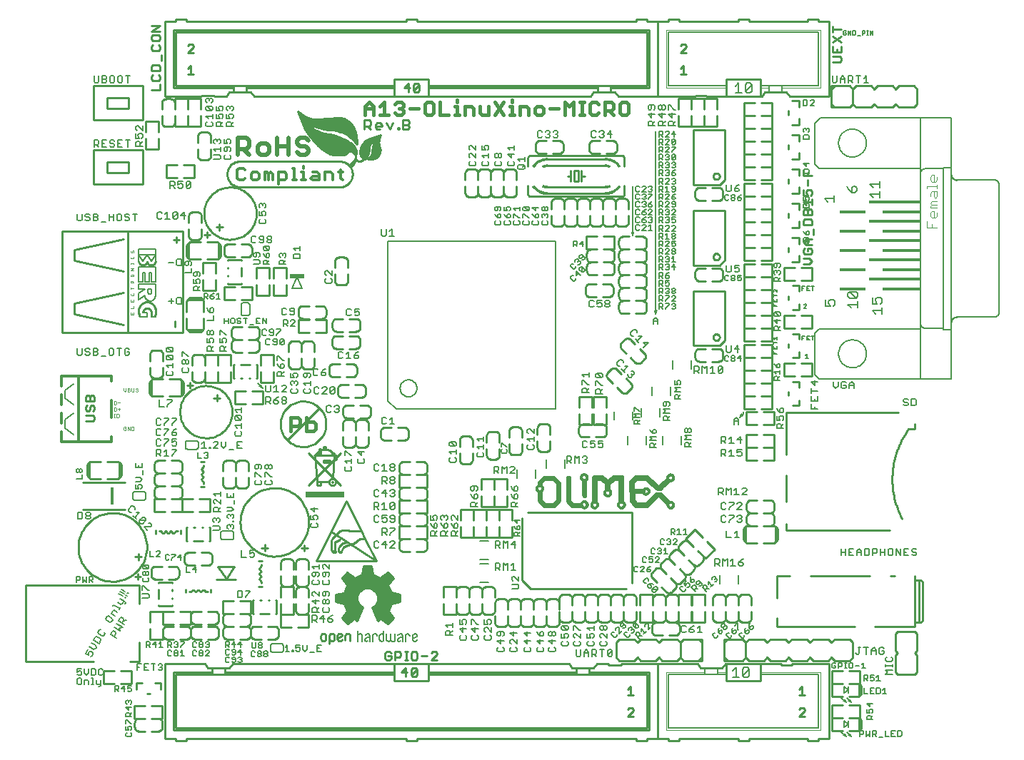
<source format=gbr>
G75*
G70*
%OFA0B0*%
%FSLAX24Y24*%
%IPPOS*%
%LPD*%
%AMOC8*
5,1,8,0,0,1.08239X$1,22.5*
%
%ADD10C,0.0100*%
%ADD11C,0.0050*%
%ADD12C,0.0080*%
%ADD13C,0.0070*%
%ADD14C,0.0150*%
%ADD15C,0.0110*%
%ADD16C,0.0060*%
%ADD17C,0.0010*%
%ADD18C,0.0020*%
%ADD19C,0.0160*%
%ADD20R,0.1800X0.0300*%
%ADD21C,0.0200*%
%ADD22C,0.0140*%
%ADD23R,0.0709X0.0197*%
%ADD24C,0.0079*%
%ADD25R,0.0118X0.0827*%
%ADD26R,0.2402X0.0157*%
%ADD27R,0.1775X0.0157*%
%ADD28R,0.1220X0.0157*%
%ADD29C,0.0040*%
%ADD30C,0.0120*%
%ADD31C,0.0030*%
%ADD32C,0.0240*%
%ADD33C,0.0220*%
%ADD34C,0.0260*%
D10*
X006885Y006732D02*
X007385Y006732D01*
X007685Y006732D02*
X008185Y006732D01*
X008185Y007332D01*
X007685Y007332D01*
X007385Y007332D02*
X006885Y007332D01*
X006885Y006732D01*
X006393Y007771D02*
X003228Y007771D01*
X003228Y011334D01*
X008543Y011334D01*
X008543Y010452D01*
X009043Y010102D02*
X009043Y009602D01*
X009043Y009302D02*
X009043Y008802D01*
X009643Y008802D01*
X009643Y009302D01*
X009643Y009202D02*
X009643Y009002D01*
X009645Y008976D01*
X009650Y008950D01*
X009658Y008925D01*
X009670Y008902D01*
X009684Y008880D01*
X009702Y008861D01*
X009721Y008843D01*
X009743Y008829D01*
X009766Y008817D01*
X009791Y008809D01*
X009817Y008804D01*
X009843Y008802D01*
X010143Y008802D01*
X010443Y008802D02*
X010743Y008802D01*
X010769Y008804D01*
X010795Y008809D01*
X010820Y008817D01*
X010843Y008829D01*
X010865Y008843D01*
X010884Y008861D01*
X010902Y008880D01*
X010916Y008902D01*
X010928Y008925D01*
X010936Y008950D01*
X010941Y008976D01*
X010943Y009002D01*
X010943Y009202D01*
X010943Y009002D01*
X010945Y008976D01*
X010950Y008950D01*
X010958Y008925D01*
X010970Y008902D01*
X010984Y008880D01*
X011002Y008861D01*
X011021Y008843D01*
X011043Y008829D01*
X011066Y008817D01*
X011091Y008809D01*
X011117Y008804D01*
X011143Y008802D01*
X011443Y008802D01*
X011743Y008802D02*
X012043Y008802D01*
X012069Y008804D01*
X012095Y008809D01*
X012120Y008817D01*
X012143Y008829D01*
X012165Y008843D01*
X012184Y008861D01*
X012202Y008880D01*
X012216Y008902D01*
X012228Y008925D01*
X012236Y008950D01*
X012241Y008976D01*
X012243Y009002D01*
X012243Y009202D01*
X012443Y009202D02*
X012443Y009002D01*
X012445Y008976D01*
X012450Y008950D01*
X012458Y008925D01*
X012470Y008902D01*
X012484Y008880D01*
X012502Y008861D01*
X012521Y008843D01*
X012543Y008829D01*
X012566Y008817D01*
X012591Y008809D01*
X012617Y008804D01*
X012643Y008802D01*
X012943Y008802D01*
X013243Y008802D02*
X013543Y008802D01*
X013569Y008804D01*
X013595Y008809D01*
X013620Y008817D01*
X013643Y008829D01*
X013665Y008843D01*
X013684Y008861D01*
X013702Y008880D01*
X013716Y008902D01*
X013728Y008925D01*
X013736Y008950D01*
X013741Y008976D01*
X013743Y009002D01*
X013743Y009202D01*
X013743Y009002D01*
X013745Y008976D01*
X013750Y008950D01*
X013758Y008925D01*
X013770Y008902D01*
X013784Y008880D01*
X013802Y008861D01*
X013821Y008843D01*
X013843Y008829D01*
X013866Y008817D01*
X013891Y008809D01*
X013917Y008804D01*
X013943Y008802D01*
X014243Y008802D01*
X014543Y008802D02*
X014843Y008802D01*
X014869Y008804D01*
X014895Y008809D01*
X014920Y008817D01*
X014943Y008829D01*
X014965Y008843D01*
X014984Y008861D01*
X015002Y008880D01*
X015016Y008902D01*
X015028Y008925D01*
X015036Y008950D01*
X015041Y008976D01*
X015043Y009002D01*
X015043Y009202D01*
X015143Y009352D02*
X015643Y009352D01*
X015943Y009352D02*
X016443Y009352D01*
X016443Y009952D01*
X015943Y009952D01*
X016043Y009952D02*
X016243Y009952D01*
X016269Y009954D01*
X016295Y009959D01*
X016320Y009967D01*
X016343Y009979D01*
X016365Y009993D01*
X016384Y010011D01*
X016402Y010030D01*
X016416Y010052D01*
X016428Y010075D01*
X016436Y010100D01*
X016441Y010126D01*
X016443Y010152D01*
X016443Y010452D01*
X016443Y010752D02*
X016443Y011052D01*
X016441Y011078D01*
X016436Y011104D01*
X016428Y011129D01*
X016416Y011152D01*
X016402Y011174D01*
X016384Y011193D01*
X016365Y011211D01*
X016343Y011225D01*
X016320Y011237D01*
X016295Y011245D01*
X016269Y011250D01*
X016243Y011252D01*
X016043Y011252D01*
X016243Y011252D01*
X016269Y011254D01*
X016295Y011259D01*
X016320Y011267D01*
X016343Y011279D01*
X016365Y011293D01*
X016384Y011311D01*
X016402Y011330D01*
X016416Y011352D01*
X016428Y011375D01*
X016436Y011400D01*
X016441Y011426D01*
X016443Y011452D01*
X016443Y011752D01*
X016443Y012052D02*
X016443Y012352D01*
X016441Y012378D01*
X016436Y012404D01*
X016428Y012429D01*
X016416Y012452D01*
X016402Y012474D01*
X016384Y012493D01*
X016365Y012511D01*
X016343Y012525D01*
X016320Y012537D01*
X016295Y012545D01*
X016269Y012550D01*
X016243Y012552D01*
X016043Y012552D01*
X016017Y012550D01*
X015991Y012545D01*
X015966Y012537D01*
X015943Y012525D01*
X015921Y012511D01*
X015902Y012493D01*
X015884Y012474D01*
X015870Y012452D01*
X015858Y012429D01*
X015850Y012404D01*
X015845Y012378D01*
X015843Y012352D01*
X015843Y012052D01*
X015743Y012052D02*
X015743Y012352D01*
X015741Y012378D01*
X015736Y012404D01*
X015728Y012429D01*
X015716Y012452D01*
X015702Y012474D01*
X015684Y012493D01*
X015665Y012511D01*
X015643Y012525D01*
X015620Y012537D01*
X015595Y012545D01*
X015569Y012550D01*
X015543Y012552D01*
X015343Y012552D01*
X015317Y012550D01*
X015291Y012545D01*
X015266Y012537D01*
X015243Y012525D01*
X015221Y012511D01*
X015202Y012493D01*
X015184Y012474D01*
X015170Y012452D01*
X015158Y012429D01*
X015150Y012404D01*
X015145Y012378D01*
X015143Y012352D01*
X015143Y012052D01*
X015143Y011752D02*
X015143Y011452D01*
X015143Y011252D02*
X015143Y010752D01*
X014953Y010621D02*
X014916Y010621D01*
X014953Y010621D02*
X014953Y009983D01*
X014916Y009983D01*
X015143Y009952D02*
X015143Y009352D01*
X014843Y009402D02*
X014543Y009402D01*
X014243Y009402D02*
X013943Y009402D01*
X013917Y009400D01*
X013891Y009395D01*
X013866Y009387D01*
X013843Y009375D01*
X013821Y009361D01*
X013802Y009343D01*
X013784Y009324D01*
X013770Y009302D01*
X013758Y009279D01*
X013750Y009254D01*
X013745Y009228D01*
X013743Y009202D01*
X013741Y009228D01*
X013736Y009254D01*
X013728Y009279D01*
X013716Y009302D01*
X013702Y009324D01*
X013684Y009343D01*
X013665Y009361D01*
X013643Y009375D01*
X013620Y009387D01*
X013595Y009395D01*
X013569Y009400D01*
X013543Y009402D01*
X013243Y009402D01*
X013543Y009402D01*
X013569Y009404D01*
X013595Y009409D01*
X013620Y009417D01*
X013643Y009429D01*
X013665Y009443D01*
X013684Y009461D01*
X013702Y009480D01*
X013716Y009502D01*
X013728Y009525D01*
X013736Y009550D01*
X013741Y009576D01*
X013743Y009602D01*
X013743Y009802D01*
X013741Y009828D01*
X013736Y009854D01*
X013728Y009879D01*
X013716Y009902D01*
X013702Y009924D01*
X013684Y009943D01*
X013665Y009961D01*
X013643Y009975D01*
X013620Y009987D01*
X013595Y009995D01*
X013569Y010000D01*
X013543Y010002D01*
X013243Y010002D01*
X013743Y010002D01*
X013743Y010602D01*
X013243Y010602D01*
X012943Y010602D02*
X012443Y010602D01*
X012443Y010002D01*
X012943Y010002D01*
X012643Y010002D01*
X012617Y010000D01*
X012591Y009995D01*
X012566Y009987D01*
X012543Y009975D01*
X012521Y009961D01*
X012502Y009943D01*
X012484Y009924D01*
X012470Y009902D01*
X012458Y009879D01*
X012450Y009854D01*
X012445Y009828D01*
X012443Y009802D01*
X012443Y009602D01*
X012445Y009576D01*
X012450Y009550D01*
X012458Y009525D01*
X012470Y009502D01*
X012484Y009480D01*
X012502Y009461D01*
X012521Y009443D01*
X012543Y009429D01*
X012566Y009417D01*
X012591Y009409D01*
X012617Y009404D01*
X012643Y009402D01*
X012943Y009402D01*
X012643Y009402D01*
X012617Y009400D01*
X012591Y009395D01*
X012566Y009387D01*
X012543Y009375D01*
X012521Y009361D01*
X012502Y009343D01*
X012484Y009324D01*
X012470Y009302D01*
X012458Y009279D01*
X012450Y009254D01*
X012445Y009228D01*
X012443Y009202D01*
X012243Y009202D02*
X012241Y009228D01*
X012236Y009254D01*
X012228Y009279D01*
X012216Y009302D01*
X012202Y009324D01*
X012184Y009343D01*
X012165Y009361D01*
X012143Y009375D01*
X012120Y009387D01*
X012095Y009395D01*
X012069Y009400D01*
X012043Y009402D01*
X011743Y009402D01*
X011743Y009502D02*
X012043Y009502D01*
X012069Y009504D01*
X012095Y009509D01*
X012120Y009517D01*
X012143Y009529D01*
X012165Y009543D01*
X012184Y009561D01*
X012202Y009580D01*
X012216Y009602D01*
X012228Y009625D01*
X012236Y009650D01*
X012241Y009676D01*
X012243Y009702D01*
X012243Y009902D01*
X012241Y009928D01*
X012236Y009954D01*
X012228Y009979D01*
X012216Y010002D01*
X012202Y010024D01*
X012184Y010043D01*
X012165Y010061D01*
X012143Y010075D01*
X012120Y010087D01*
X012095Y010095D01*
X012069Y010100D01*
X012043Y010102D01*
X011743Y010102D01*
X011443Y010102D02*
X011143Y010102D01*
X011117Y010100D01*
X011091Y010095D01*
X011066Y010087D01*
X011043Y010075D01*
X011021Y010061D01*
X011002Y010043D01*
X010984Y010024D01*
X010970Y010002D01*
X010958Y009979D01*
X010950Y009954D01*
X010945Y009928D01*
X010943Y009902D01*
X010943Y009702D01*
X010943Y009502D02*
X010943Y010102D01*
X010443Y010102D01*
X010143Y010102D02*
X009643Y010102D01*
X009043Y010102D01*
X009424Y010342D02*
X009424Y010380D01*
X009424Y010342D02*
X010062Y010342D01*
X010062Y010380D01*
X010062Y010697D02*
X010062Y010734D01*
X010062Y011071D02*
X010062Y011108D01*
X010062Y011425D02*
X010062Y011462D01*
X009424Y011462D01*
X009424Y011425D01*
X009293Y011602D02*
X009593Y011602D01*
X009893Y011602D02*
X010193Y011602D01*
X010219Y011604D01*
X010245Y011609D01*
X010270Y011617D01*
X010293Y011629D01*
X010315Y011643D01*
X010334Y011661D01*
X010352Y011680D01*
X010366Y011702D01*
X010378Y011725D01*
X010386Y011750D01*
X010391Y011776D01*
X010393Y011802D01*
X010393Y012002D01*
X010391Y012028D01*
X010386Y012054D01*
X010378Y012079D01*
X010366Y012102D01*
X010352Y012124D01*
X010334Y012143D01*
X010315Y012161D01*
X010293Y012175D01*
X010270Y012187D01*
X010245Y012195D01*
X010219Y012200D01*
X010193Y012202D01*
X009893Y012202D01*
X009593Y012202D02*
X009293Y012202D01*
X009267Y012200D01*
X009241Y012195D01*
X009216Y012187D01*
X009193Y012175D01*
X009171Y012161D01*
X009152Y012143D01*
X009134Y012124D01*
X009120Y012102D01*
X009108Y012079D01*
X009100Y012054D01*
X009095Y012028D01*
X009093Y012002D01*
X009093Y011802D01*
X009095Y011776D01*
X009100Y011750D01*
X009108Y011725D01*
X009120Y011702D01*
X009134Y011680D01*
X009152Y011661D01*
X009171Y011643D01*
X009193Y011629D01*
X009216Y011617D01*
X009241Y011609D01*
X009267Y011604D01*
X009293Y011602D01*
X009424Y011108D02*
X009424Y010697D01*
X009643Y010102D02*
X009643Y009602D01*
X009643Y009502D02*
X010143Y009502D01*
X010143Y009402D02*
X009843Y009402D01*
X009817Y009400D01*
X009791Y009395D01*
X009766Y009387D01*
X009743Y009375D01*
X009721Y009361D01*
X009702Y009343D01*
X009684Y009324D01*
X009670Y009302D01*
X009658Y009279D01*
X009650Y009254D01*
X009645Y009228D01*
X009643Y009202D01*
X009643Y009502D02*
X009643Y010102D01*
X010443Y009502D02*
X010943Y009502D01*
X011143Y009502D02*
X011443Y009502D01*
X011443Y009402D02*
X011143Y009402D01*
X011117Y009400D01*
X011091Y009395D01*
X011066Y009387D01*
X011043Y009375D01*
X011021Y009361D01*
X011002Y009343D01*
X010984Y009324D01*
X010970Y009302D01*
X010958Y009279D01*
X010950Y009254D01*
X010945Y009228D01*
X010943Y009202D01*
X010941Y009228D01*
X010936Y009254D01*
X010928Y009279D01*
X010916Y009302D01*
X010902Y009324D01*
X010884Y009343D01*
X010865Y009361D01*
X010843Y009375D01*
X010820Y009387D01*
X010795Y009395D01*
X010769Y009400D01*
X010743Y009402D01*
X010443Y009402D01*
X010943Y009702D02*
X010945Y009676D01*
X010950Y009650D01*
X010958Y009625D01*
X010970Y009602D01*
X010984Y009580D01*
X011002Y009561D01*
X011021Y009543D01*
X011043Y009529D01*
X011066Y009517D01*
X011091Y009509D01*
X011117Y009504D01*
X011143Y009502D01*
X010702Y010974D02*
X010702Y011131D01*
X010860Y011013D02*
X010939Y011013D01*
X010994Y011069D01*
X011050Y011092D02*
X011063Y011092D01*
X011119Y011069D02*
X011175Y011013D01*
X011230Y011069D01*
X011286Y011092D02*
X011300Y011092D01*
X011355Y011069D02*
X011411Y011013D01*
X011467Y011069D01*
X011522Y011092D02*
X011536Y011092D01*
X011592Y011069D02*
X011647Y011013D01*
X011726Y011013D01*
X011883Y010974D02*
X011883Y011131D01*
X011592Y011069D02*
X011580Y011079D01*
X011566Y011086D01*
X011551Y011090D01*
X011536Y011092D01*
X011522Y011092D02*
X011507Y011090D01*
X011492Y011086D01*
X011478Y011079D01*
X011466Y011069D01*
X011356Y011069D02*
X011344Y011079D01*
X011330Y011086D01*
X011315Y011090D01*
X011300Y011092D01*
X011286Y011092D02*
X011271Y011090D01*
X011256Y011086D01*
X011242Y011079D01*
X011230Y011069D01*
X011119Y011069D02*
X011107Y011079D01*
X011093Y011086D01*
X011078Y011090D01*
X011063Y011092D01*
X011050Y011092D02*
X011035Y011090D01*
X011020Y011086D01*
X011006Y011079D01*
X010994Y011069D01*
X010843Y012252D02*
X011143Y012252D01*
X011443Y012252D02*
X011743Y012252D01*
X011769Y012254D01*
X011795Y012259D01*
X011820Y012267D01*
X011843Y012279D01*
X011865Y012293D01*
X011884Y012311D01*
X011902Y012330D01*
X011916Y012352D01*
X011928Y012375D01*
X011936Y012400D01*
X011941Y012426D01*
X011943Y012452D01*
X011943Y012652D01*
X011941Y012678D01*
X011936Y012704D01*
X011928Y012729D01*
X011916Y012752D01*
X011902Y012774D01*
X011884Y012793D01*
X011865Y012811D01*
X011843Y012825D01*
X011820Y012837D01*
X011795Y012845D01*
X011769Y012850D01*
X011743Y012852D01*
X011443Y012852D01*
X011143Y012852D02*
X010843Y012852D01*
X010817Y012850D01*
X010791Y012845D01*
X010766Y012837D01*
X010743Y012825D01*
X010721Y012811D01*
X010702Y012793D01*
X010684Y012774D01*
X010670Y012752D01*
X010658Y012729D01*
X010650Y012704D01*
X010645Y012678D01*
X010643Y012652D01*
X010643Y012452D01*
X010645Y012426D01*
X010650Y012400D01*
X010658Y012375D01*
X010670Y012352D01*
X010684Y012330D01*
X010702Y012311D01*
X010721Y012293D01*
X010743Y012279D01*
X010766Y012267D01*
X010791Y012259D01*
X010817Y012254D01*
X010843Y012252D01*
X010770Y013383D02*
X010733Y013383D01*
X010733Y014021D01*
X010770Y014021D01*
X011087Y014021D02*
X011125Y014021D01*
X011461Y014021D02*
X011499Y014021D01*
X011816Y014021D02*
X011853Y014021D01*
X011853Y013383D01*
X011816Y013383D01*
X011499Y013383D02*
X011087Y013383D01*
X010483Y013724D02*
X010483Y013881D01*
X010326Y013842D02*
X010247Y013842D01*
X010192Y013786D01*
X010136Y013763D02*
X010122Y013763D01*
X010067Y013786D02*
X010011Y013842D01*
X009955Y013786D01*
X009900Y013763D02*
X009886Y013763D01*
X009830Y013786D02*
X009775Y013842D01*
X009719Y013786D01*
X009663Y013763D02*
X009650Y013763D01*
X009594Y013786D02*
X009539Y013842D01*
X009460Y013842D01*
X009302Y013881D02*
X009302Y013724D01*
X009594Y013786D02*
X009606Y013776D01*
X009620Y013769D01*
X009635Y013765D01*
X009650Y013763D01*
X009663Y013763D02*
X009678Y013765D01*
X009693Y013769D01*
X009707Y013776D01*
X009719Y013786D01*
X009830Y013786D02*
X009842Y013776D01*
X009856Y013769D01*
X009871Y013765D01*
X009886Y013763D01*
X009900Y013763D02*
X009915Y013765D01*
X009930Y013769D01*
X009944Y013776D01*
X009956Y013786D01*
X010066Y013786D02*
X010078Y013776D01*
X010092Y013769D01*
X010107Y013765D01*
X010122Y013763D01*
X010136Y013763D02*
X010151Y013765D01*
X010166Y013769D01*
X010180Y013776D01*
X010192Y013786D01*
X010043Y014752D02*
X010543Y014752D01*
X011043Y014752D01*
X011343Y014752D02*
X011843Y014752D01*
X011843Y015352D01*
X011343Y015352D01*
X011043Y015352D02*
X010543Y015352D01*
X010543Y014752D01*
X010543Y015352D01*
X010043Y015352D01*
X010343Y015352D01*
X010369Y015354D01*
X010395Y015359D01*
X010420Y015367D01*
X010443Y015379D01*
X010465Y015393D01*
X010484Y015411D01*
X010502Y015430D01*
X010516Y015452D01*
X010528Y015475D01*
X010536Y015500D01*
X010541Y015526D01*
X010543Y015552D01*
X010543Y015752D01*
X010541Y015778D01*
X010536Y015804D01*
X010528Y015829D01*
X010516Y015852D01*
X010502Y015874D01*
X010484Y015893D01*
X010465Y015911D01*
X010443Y015925D01*
X010420Y015937D01*
X010395Y015945D01*
X010369Y015950D01*
X010343Y015952D01*
X010043Y015952D01*
X010343Y015952D01*
X010369Y015954D01*
X010395Y015959D01*
X010420Y015967D01*
X010443Y015979D01*
X010465Y015993D01*
X010484Y016011D01*
X010502Y016030D01*
X010516Y016052D01*
X010528Y016075D01*
X010536Y016100D01*
X010541Y016126D01*
X010543Y016152D01*
X010543Y016352D01*
X010541Y016378D01*
X010536Y016404D01*
X010528Y016429D01*
X010516Y016452D01*
X010502Y016474D01*
X010484Y016493D01*
X010465Y016511D01*
X010443Y016525D01*
X010420Y016537D01*
X010395Y016545D01*
X010369Y016550D01*
X010343Y016552D01*
X010043Y016552D01*
X010343Y016552D01*
X010369Y016554D01*
X010395Y016559D01*
X010420Y016567D01*
X010443Y016579D01*
X010465Y016593D01*
X010484Y016611D01*
X010502Y016630D01*
X010516Y016652D01*
X010528Y016675D01*
X010536Y016700D01*
X010541Y016726D01*
X010543Y016752D01*
X010543Y016952D01*
X010541Y016978D01*
X010536Y017004D01*
X010528Y017029D01*
X010516Y017052D01*
X010502Y017074D01*
X010484Y017093D01*
X010465Y017111D01*
X010443Y017125D01*
X010420Y017137D01*
X010395Y017145D01*
X010369Y017150D01*
X010343Y017152D01*
X010043Y017152D01*
X009743Y017152D02*
X009443Y017152D01*
X009417Y017150D01*
X009391Y017145D01*
X009366Y017137D01*
X009343Y017125D01*
X009321Y017111D01*
X009302Y017093D01*
X009284Y017074D01*
X009270Y017052D01*
X009258Y017029D01*
X009250Y017004D01*
X009245Y016978D01*
X009243Y016952D01*
X009243Y016752D01*
X009245Y016726D01*
X009250Y016700D01*
X009258Y016675D01*
X009270Y016652D01*
X009284Y016630D01*
X009302Y016611D01*
X009321Y016593D01*
X009343Y016579D01*
X009366Y016567D01*
X009391Y016559D01*
X009417Y016554D01*
X009443Y016552D01*
X009743Y016552D01*
X009443Y016552D01*
X009417Y016550D01*
X009391Y016545D01*
X009366Y016537D01*
X009343Y016525D01*
X009321Y016511D01*
X009302Y016493D01*
X009284Y016474D01*
X009270Y016452D01*
X009258Y016429D01*
X009250Y016404D01*
X009245Y016378D01*
X009243Y016352D01*
X009243Y016152D01*
X009245Y016126D01*
X009250Y016100D01*
X009258Y016075D01*
X009270Y016052D01*
X009284Y016030D01*
X009302Y016011D01*
X009321Y015993D01*
X009343Y015979D01*
X009366Y015967D01*
X009391Y015959D01*
X009417Y015954D01*
X009443Y015952D01*
X009743Y015952D01*
X009443Y015952D01*
X009417Y015950D01*
X009391Y015945D01*
X009366Y015937D01*
X009343Y015925D01*
X009321Y015911D01*
X009302Y015893D01*
X009284Y015874D01*
X009270Y015852D01*
X009258Y015829D01*
X009250Y015804D01*
X009245Y015778D01*
X009243Y015752D01*
X009243Y015552D01*
X009243Y015352D02*
X009243Y014752D01*
X009743Y014752D01*
X009743Y015352D02*
X009243Y015352D01*
X009443Y015352D02*
X009743Y015352D01*
X009443Y015352D02*
X009417Y015354D01*
X009391Y015359D01*
X009366Y015367D01*
X009343Y015379D01*
X009321Y015393D01*
X009302Y015411D01*
X009284Y015430D01*
X009270Y015452D01*
X009258Y015475D01*
X009250Y015500D01*
X009245Y015526D01*
X009243Y015552D01*
X007877Y016134D02*
X005909Y016134D01*
X006193Y016352D02*
X006193Y017052D01*
X006093Y016952D01*
X006093Y016452D01*
X006193Y016352D01*
X006243Y016302D01*
X006743Y016302D01*
X007043Y016302D02*
X007543Y016302D01*
X007593Y016352D01*
X007593Y017052D01*
X007543Y017102D01*
X007043Y017102D01*
X006743Y017102D02*
X006243Y017102D01*
X006193Y017052D01*
X007593Y017052D02*
X007693Y016952D01*
X007693Y016452D01*
X007593Y016352D01*
X007877Y014871D02*
X005909Y014871D01*
X005693Y013102D02*
X005700Y013247D01*
X005719Y013392D01*
X005752Y013534D01*
X005798Y013672D01*
X005856Y013806D01*
X005926Y013933D01*
X006007Y014054D01*
X006099Y014167D01*
X006201Y014271D01*
X006312Y014366D01*
X006431Y014450D01*
X006557Y014523D01*
X006689Y014584D01*
X006826Y014632D01*
X006967Y014669D01*
X007111Y014692D01*
X007257Y014702D01*
X007402Y014698D01*
X007547Y014682D01*
X007689Y014652D01*
X007829Y014610D01*
X007964Y014555D01*
X008093Y014488D01*
X008216Y014409D01*
X008331Y014320D01*
X008437Y014220D01*
X008534Y014112D01*
X008621Y013995D01*
X008696Y013870D01*
X008761Y013739D01*
X008812Y013603D01*
X008852Y013463D01*
X008878Y013320D01*
X008891Y013175D01*
X008891Y013029D01*
X008878Y012884D01*
X008852Y012741D01*
X008812Y012601D01*
X008761Y012465D01*
X008696Y012334D01*
X008621Y012209D01*
X008534Y012092D01*
X008437Y011984D01*
X008331Y011884D01*
X008216Y011795D01*
X008093Y011716D01*
X007964Y011649D01*
X007829Y011594D01*
X007689Y011552D01*
X007547Y011522D01*
X007402Y011506D01*
X007257Y011502D01*
X007111Y011512D01*
X006967Y011535D01*
X006826Y011572D01*
X006689Y011620D01*
X006557Y011681D01*
X006431Y011754D01*
X006312Y011838D01*
X006201Y011933D01*
X006099Y012037D01*
X006007Y012150D01*
X005926Y012271D01*
X005856Y012398D01*
X005798Y012532D01*
X005752Y012670D01*
X005719Y012812D01*
X005700Y012957D01*
X005693Y013102D01*
X008343Y012652D02*
X008643Y012652D01*
X008493Y012802D02*
X008493Y012502D01*
X008486Y011846D02*
X008486Y011579D01*
X008353Y011713D02*
X008620Y011713D01*
X008543Y008652D02*
X008543Y007771D01*
X008093Y007771D01*
X008413Y006762D02*
X008673Y006762D01*
X008413Y006762D02*
X008413Y006452D01*
X008893Y006242D02*
X009053Y006242D01*
X009533Y006452D02*
X009533Y006762D01*
X009273Y006762D01*
X010143Y007252D02*
X010143Y004552D01*
X032343Y004552D01*
X032343Y007252D01*
X029543Y007252D01*
X029543Y007152D01*
X028943Y007152D01*
X028943Y007252D01*
X022043Y007252D01*
X022043Y007652D01*
X028593Y007652D01*
X028743Y007452D01*
X028943Y007452D01*
X029543Y007452D01*
X029743Y007452D01*
X029893Y007652D01*
X030443Y007652D01*
X030443Y007602D01*
X031043Y007602D01*
X031043Y007652D01*
X032743Y007652D01*
X032743Y004152D01*
X032243Y004152D01*
X032243Y004052D01*
X031743Y004052D01*
X031743Y004152D01*
X021493Y004152D01*
X021493Y004052D01*
X020993Y004052D01*
X020993Y004152D01*
X010743Y004152D01*
X010743Y004052D01*
X010243Y004052D01*
X010243Y004152D01*
X009743Y004152D01*
X009743Y007652D01*
X011593Y007652D01*
X011743Y007452D01*
X011943Y007452D01*
X012543Y007452D01*
X012743Y007452D01*
X012893Y007652D01*
X020443Y007652D01*
X020443Y007252D01*
X012543Y007252D01*
X012543Y007452D01*
X012543Y007252D02*
X012543Y007152D01*
X011943Y007152D01*
X011943Y007252D01*
X011943Y007452D01*
X011943Y007252D02*
X010143Y007252D01*
X010243Y007152D02*
X011943Y007152D01*
X012543Y007152D02*
X020443Y007152D01*
X020443Y007252D01*
X020443Y007152D02*
X020443Y006852D01*
X022043Y006852D01*
X022043Y007152D01*
X022043Y007252D01*
X022043Y007152D02*
X028943Y007152D01*
X028943Y007252D02*
X028943Y007452D01*
X029543Y007452D02*
X029543Y007252D01*
X029543Y007152D02*
X032243Y007152D01*
X032243Y004652D01*
X010243Y004652D01*
X010243Y007152D01*
X009623Y005702D02*
X009123Y005702D01*
X008823Y005702D02*
X008323Y005702D01*
X008323Y005102D01*
X008823Y005102D01*
X008523Y005102D01*
X008497Y005100D01*
X008471Y005095D01*
X008446Y005087D01*
X008423Y005075D01*
X008401Y005061D01*
X008382Y005043D01*
X008364Y005024D01*
X008350Y005002D01*
X008338Y004979D01*
X008330Y004954D01*
X008325Y004928D01*
X008323Y004902D01*
X008323Y004702D01*
X008325Y004676D01*
X008330Y004650D01*
X008338Y004625D01*
X008350Y004602D01*
X008364Y004580D01*
X008382Y004561D01*
X008401Y004543D01*
X008423Y004529D01*
X008446Y004517D01*
X008471Y004509D01*
X008497Y004504D01*
X008523Y004502D01*
X008823Y004502D01*
X009123Y004502D02*
X009423Y004502D01*
X009449Y004504D01*
X009475Y004509D01*
X009500Y004517D01*
X009523Y004529D01*
X009545Y004543D01*
X009564Y004561D01*
X009582Y004580D01*
X009596Y004602D01*
X009608Y004625D01*
X009616Y004650D01*
X009621Y004676D01*
X009623Y004702D01*
X009623Y004902D01*
X009621Y004928D01*
X009616Y004954D01*
X009608Y004979D01*
X009596Y005002D01*
X009582Y005024D01*
X009564Y005043D01*
X009545Y005061D01*
X009523Y005075D01*
X009500Y005087D01*
X009475Y005095D01*
X009449Y005100D01*
X009423Y005102D01*
X009123Y005102D01*
X009623Y005102D01*
X009623Y005702D01*
X013833Y009983D02*
X013870Y009983D01*
X013833Y009983D02*
X013833Y010621D01*
X013870Y010621D01*
X014187Y010621D02*
X014225Y010621D01*
X014561Y010621D02*
X014599Y010621D01*
X015143Y010452D02*
X015143Y009952D01*
X015643Y009952D01*
X015743Y009952D02*
X015743Y010452D01*
X015843Y010452D02*
X015843Y010152D01*
X015845Y010126D01*
X015850Y010100D01*
X015858Y010075D01*
X015870Y010052D01*
X015884Y010030D01*
X015902Y010011D01*
X015921Y009993D01*
X015943Y009979D01*
X015966Y009967D01*
X015991Y009959D01*
X016017Y009954D01*
X016043Y009952D01*
X015743Y009952D02*
X015143Y009952D01*
X014599Y009983D02*
X014187Y009983D01*
X014843Y009402D02*
X014869Y009400D01*
X014895Y009395D01*
X014920Y009387D01*
X014943Y009375D01*
X014965Y009361D01*
X014984Y009343D01*
X015002Y009324D01*
X015016Y009302D01*
X015028Y009279D01*
X015036Y009254D01*
X015041Y009228D01*
X015043Y009202D01*
X015743Y010752D02*
X015743Y011252D01*
X015143Y011252D01*
X015343Y011252D02*
X015543Y011252D01*
X015569Y011254D01*
X015595Y011259D01*
X015620Y011267D01*
X015643Y011279D01*
X015665Y011293D01*
X015684Y011311D01*
X015702Y011330D01*
X015716Y011352D01*
X015728Y011375D01*
X015736Y011400D01*
X015741Y011426D01*
X015743Y011452D01*
X015743Y011752D01*
X015843Y011752D02*
X015843Y011452D01*
X015845Y011426D01*
X015850Y011400D01*
X015858Y011375D01*
X015870Y011352D01*
X015884Y011330D01*
X015902Y011311D01*
X015921Y011293D01*
X015943Y011279D01*
X015966Y011267D01*
X015991Y011259D01*
X016017Y011254D01*
X016043Y011252D01*
X016017Y011250D01*
X015991Y011245D01*
X015966Y011237D01*
X015943Y011225D01*
X015921Y011211D01*
X015902Y011193D01*
X015884Y011174D01*
X015870Y011152D01*
X015858Y011129D01*
X015850Y011104D01*
X015845Y011078D01*
X015843Y011052D01*
X015843Y010752D01*
X015343Y011252D02*
X015317Y011254D01*
X015291Y011259D01*
X015266Y011267D01*
X015243Y011279D01*
X015221Y011293D01*
X015202Y011311D01*
X015184Y011330D01*
X015170Y011352D01*
X015158Y011375D01*
X015150Y011400D01*
X015145Y011426D01*
X015143Y011452D01*
X014272Y011262D02*
X014114Y011262D01*
X014232Y011419D02*
X014232Y011498D01*
X014177Y011554D01*
X014154Y011609D02*
X014154Y011623D01*
X014177Y011679D02*
X014232Y011734D01*
X014177Y011790D01*
X014154Y011846D02*
X014154Y011859D01*
X014177Y011915D02*
X014232Y011971D01*
X014177Y012026D01*
X014154Y012082D02*
X014154Y012095D01*
X014177Y012151D02*
X014232Y012207D01*
X014232Y012286D01*
X014272Y012443D02*
X014114Y012443D01*
X014176Y012151D02*
X014166Y012139D01*
X014159Y012125D01*
X014155Y012110D01*
X014153Y012095D01*
X014153Y012082D02*
X014155Y012067D01*
X014159Y012052D01*
X014166Y012038D01*
X014176Y012026D01*
X014176Y011915D02*
X014166Y011903D01*
X014159Y011889D01*
X014155Y011874D01*
X014153Y011859D01*
X014153Y011846D02*
X014155Y011831D01*
X014159Y011816D01*
X014166Y011802D01*
X014176Y011790D01*
X014176Y011679D02*
X014166Y011667D01*
X014159Y011653D01*
X014155Y011638D01*
X014153Y011623D01*
X014153Y011609D02*
X014155Y011594D01*
X014159Y011579D01*
X014166Y011565D01*
X014176Y011553D01*
X013043Y011602D02*
X012143Y011602D01*
X012593Y011609D02*
X012199Y012199D01*
X012987Y012199D01*
X012593Y011609D01*
X014253Y013072D02*
X014553Y013072D01*
X014403Y012922D02*
X014403Y013222D01*
X013253Y014272D02*
X013260Y014417D01*
X013279Y014562D01*
X013312Y014704D01*
X013358Y014842D01*
X013416Y014976D01*
X013486Y015103D01*
X013567Y015224D01*
X013659Y015337D01*
X013761Y015441D01*
X013872Y015536D01*
X013991Y015620D01*
X014117Y015693D01*
X014249Y015754D01*
X014386Y015802D01*
X014527Y015839D01*
X014671Y015862D01*
X014817Y015872D01*
X014962Y015868D01*
X015107Y015852D01*
X015249Y015822D01*
X015389Y015780D01*
X015524Y015725D01*
X015653Y015658D01*
X015776Y015579D01*
X015891Y015490D01*
X015997Y015390D01*
X016094Y015282D01*
X016181Y015165D01*
X016256Y015040D01*
X016321Y014909D01*
X016372Y014773D01*
X016412Y014633D01*
X016438Y014490D01*
X016451Y014345D01*
X016451Y014199D01*
X016438Y014054D01*
X016412Y013911D01*
X016372Y013771D01*
X016321Y013635D01*
X016256Y013504D01*
X016181Y013379D01*
X016094Y013262D01*
X015997Y013154D01*
X015891Y013054D01*
X015776Y012965D01*
X015653Y012886D01*
X015524Y012819D01*
X015389Y012764D01*
X015249Y012722D01*
X015107Y012692D01*
X014962Y012676D01*
X014817Y012672D01*
X014671Y012682D01*
X014527Y012705D01*
X014386Y012742D01*
X014249Y012790D01*
X014117Y012851D01*
X013991Y012924D01*
X013872Y013008D01*
X013761Y013103D01*
X013659Y013207D01*
X013567Y013320D01*
X013486Y013441D01*
X013416Y013568D01*
X013358Y013702D01*
X013312Y013840D01*
X013279Y013982D01*
X013260Y014127D01*
X013253Y014272D01*
X013243Y015852D02*
X013443Y015852D01*
X013469Y015854D01*
X013495Y015859D01*
X013520Y015867D01*
X013543Y015879D01*
X013565Y015893D01*
X013584Y015911D01*
X013602Y015930D01*
X013616Y015952D01*
X013628Y015975D01*
X013636Y016000D01*
X013641Y016026D01*
X013643Y016052D01*
X013643Y016352D01*
X013643Y016652D02*
X013643Y016952D01*
X013641Y016978D01*
X013636Y017004D01*
X013628Y017029D01*
X013616Y017052D01*
X013602Y017074D01*
X013584Y017093D01*
X013565Y017111D01*
X013543Y017125D01*
X013520Y017137D01*
X013495Y017145D01*
X013469Y017150D01*
X013443Y017152D01*
X013243Y017152D01*
X013217Y017150D01*
X013191Y017145D01*
X013166Y017137D01*
X013143Y017125D01*
X013121Y017111D01*
X013102Y017093D01*
X013084Y017074D01*
X013070Y017052D01*
X013058Y017029D01*
X013050Y017004D01*
X013045Y016978D01*
X013043Y016952D01*
X013043Y016652D01*
X013043Y016952D01*
X013041Y016978D01*
X013036Y017004D01*
X013028Y017029D01*
X013016Y017052D01*
X013002Y017074D01*
X012984Y017093D01*
X012965Y017111D01*
X012943Y017125D01*
X012920Y017137D01*
X012895Y017145D01*
X012869Y017150D01*
X012843Y017152D01*
X012643Y017152D01*
X012617Y017150D01*
X012591Y017145D01*
X012566Y017137D01*
X012543Y017125D01*
X012521Y017111D01*
X012502Y017093D01*
X012484Y017074D01*
X012470Y017052D01*
X012458Y017029D01*
X012450Y017004D01*
X012445Y016978D01*
X012443Y016952D01*
X012443Y016652D01*
X012443Y016352D02*
X012443Y016052D01*
X012445Y016026D01*
X012450Y016000D01*
X012458Y015975D01*
X012470Y015952D01*
X012484Y015930D01*
X012502Y015911D01*
X012521Y015893D01*
X012543Y015879D01*
X012566Y015867D01*
X012591Y015859D01*
X012617Y015854D01*
X012643Y015852D01*
X012843Y015852D01*
X012869Y015854D01*
X012895Y015859D01*
X012920Y015867D01*
X012943Y015879D01*
X012965Y015893D01*
X012984Y015911D01*
X013002Y015930D01*
X013016Y015952D01*
X013028Y015975D01*
X013036Y016000D01*
X013041Y016026D01*
X013043Y016052D01*
X013043Y016352D01*
X013043Y016052D01*
X013045Y016026D01*
X013050Y016000D01*
X013058Y015975D01*
X013070Y015952D01*
X013084Y015930D01*
X013102Y015911D01*
X013121Y015893D01*
X013143Y015879D01*
X013166Y015867D01*
X013191Y015859D01*
X013217Y015854D01*
X013243Y015852D01*
X011572Y015912D02*
X011414Y015912D01*
X011532Y016069D02*
X011532Y016148D01*
X011477Y016204D01*
X011454Y016259D02*
X011454Y016273D01*
X011477Y016329D02*
X011532Y016384D01*
X011477Y016440D01*
X011454Y016496D02*
X011454Y016509D01*
X011477Y016565D02*
X011532Y016621D01*
X011477Y016676D01*
X011454Y016732D02*
X011454Y016745D01*
X011477Y016801D02*
X011532Y016857D01*
X011532Y016936D01*
X011572Y017093D02*
X011414Y017093D01*
X011476Y016801D02*
X011466Y016789D01*
X011459Y016775D01*
X011455Y016760D01*
X011453Y016745D01*
X011453Y016732D02*
X011455Y016717D01*
X011459Y016702D01*
X011466Y016688D01*
X011476Y016676D01*
X011476Y016565D02*
X011466Y016553D01*
X011459Y016539D01*
X011455Y016524D01*
X011453Y016509D01*
X011453Y016496D02*
X011455Y016481D01*
X011459Y016466D01*
X011466Y016452D01*
X011476Y016440D01*
X011476Y016329D02*
X011466Y016317D01*
X011459Y016303D01*
X011455Y016288D01*
X011453Y016273D01*
X011453Y016259D02*
X011455Y016244D01*
X011459Y016229D01*
X011466Y016215D01*
X011476Y016203D01*
X010443Y019422D02*
X010448Y019533D01*
X010463Y019643D01*
X010488Y019751D01*
X010523Y019857D01*
X010567Y019958D01*
X010621Y020056D01*
X010683Y020148D01*
X010753Y020234D01*
X010830Y020314D01*
X010915Y020386D01*
X011006Y020450D01*
X011102Y020505D01*
X011203Y020552D01*
X011307Y020589D01*
X011415Y020616D01*
X011524Y020634D01*
X011635Y020642D01*
X011746Y020639D01*
X011857Y020627D01*
X011965Y020604D01*
X012072Y020572D01*
X012174Y020530D01*
X012273Y020479D01*
X012367Y020419D01*
X012454Y020351D01*
X012535Y020275D01*
X012609Y020192D01*
X012675Y020103D01*
X012733Y020008D01*
X012782Y019908D01*
X012822Y019804D01*
X012852Y019697D01*
X012872Y019588D01*
X012882Y019478D01*
X012882Y019366D01*
X012872Y019256D01*
X012852Y019147D01*
X012822Y019040D01*
X012782Y018936D01*
X012733Y018836D01*
X012675Y018741D01*
X012609Y018652D01*
X012535Y018569D01*
X012454Y018493D01*
X012367Y018425D01*
X012273Y018365D01*
X012174Y018314D01*
X012072Y018272D01*
X011965Y018240D01*
X011857Y018217D01*
X011746Y018205D01*
X011635Y018202D01*
X011524Y018210D01*
X011415Y018228D01*
X011307Y018255D01*
X011203Y018292D01*
X011102Y018339D01*
X011006Y018394D01*
X010915Y018458D01*
X010830Y018530D01*
X010753Y018610D01*
X010683Y018696D01*
X010621Y018788D01*
X010567Y018886D01*
X010523Y018987D01*
X010488Y019093D01*
X010463Y019201D01*
X010448Y019311D01*
X010443Y019422D01*
X010443Y020152D02*
X009943Y020152D01*
X009643Y020152D02*
X009143Y020152D01*
X009093Y020202D01*
X009093Y020902D01*
X008993Y020802D01*
X008993Y020302D01*
X009093Y020202D01*
X009093Y020902D02*
X009143Y020952D01*
X009643Y020952D01*
X009443Y021002D02*
X009243Y021002D01*
X009217Y021004D01*
X009191Y021009D01*
X009166Y021017D01*
X009143Y021029D01*
X009121Y021043D01*
X009102Y021061D01*
X009084Y021080D01*
X009070Y021102D01*
X009058Y021125D01*
X009050Y021150D01*
X009045Y021176D01*
X009043Y021202D01*
X009043Y021502D01*
X009043Y021802D02*
X009043Y022102D01*
X009045Y022128D01*
X009050Y022154D01*
X009058Y022179D01*
X009070Y022202D01*
X009084Y022224D01*
X009102Y022243D01*
X009121Y022261D01*
X009143Y022275D01*
X009166Y022287D01*
X009191Y022295D01*
X009217Y022300D01*
X009243Y022302D01*
X009443Y022302D01*
X009469Y022300D01*
X009495Y022295D01*
X009520Y022287D01*
X009543Y022275D01*
X009565Y022261D01*
X009584Y022243D01*
X009602Y022224D01*
X009616Y022202D01*
X009628Y022179D01*
X009636Y022154D01*
X009641Y022128D01*
X009643Y022102D01*
X009643Y021802D01*
X009643Y021502D02*
X009643Y021202D01*
X009641Y021176D01*
X009636Y021150D01*
X009628Y021125D01*
X009616Y021102D01*
X009602Y021080D01*
X009584Y021061D01*
X009565Y021043D01*
X009543Y021029D01*
X009520Y021017D01*
X009495Y021009D01*
X009469Y021004D01*
X009443Y021002D01*
X009943Y020952D02*
X010443Y020952D01*
X010493Y020902D01*
X010493Y020202D01*
X010593Y020302D01*
X010593Y020802D01*
X010493Y020902D01*
X010763Y020643D02*
X011030Y020643D01*
X010896Y020776D02*
X010896Y020509D01*
X011193Y020802D02*
X011393Y020802D01*
X011593Y020802D02*
X011593Y021302D01*
X011593Y021002D01*
X011593Y020802D02*
X012193Y020802D01*
X012193Y021302D01*
X012193Y020802D01*
X012793Y020802D01*
X012793Y021302D01*
X012793Y021602D02*
X012793Y022102D01*
X012193Y022102D01*
X011593Y022102D01*
X011593Y021602D01*
X011593Y021902D01*
X011591Y021928D01*
X011586Y021954D01*
X011578Y021979D01*
X011566Y022002D01*
X011552Y022024D01*
X011534Y022043D01*
X011515Y022061D01*
X011493Y022075D01*
X011470Y022087D01*
X011445Y022095D01*
X011419Y022100D01*
X011393Y022102D01*
X011193Y022102D01*
X011167Y022100D01*
X011141Y022095D01*
X011116Y022087D01*
X011093Y022075D01*
X011071Y022061D01*
X011052Y022043D01*
X011034Y022024D01*
X011020Y022002D01*
X011008Y021979D01*
X011000Y021954D01*
X010995Y021928D01*
X010993Y021902D01*
X010993Y021602D01*
X010993Y021302D02*
X010993Y021002D01*
X010995Y020976D01*
X011000Y020950D01*
X011008Y020925D01*
X011020Y020902D01*
X011034Y020880D01*
X011052Y020861D01*
X011071Y020843D01*
X011093Y020829D01*
X011116Y020817D01*
X011141Y020809D01*
X011167Y020804D01*
X011193Y020802D01*
X011393Y020802D02*
X011419Y020804D01*
X011445Y020809D01*
X011470Y020817D01*
X011493Y020829D01*
X011515Y020843D01*
X011534Y020861D01*
X011552Y020880D01*
X011566Y020902D01*
X011578Y020925D01*
X011586Y020950D01*
X011591Y020976D01*
X011593Y021002D01*
X012193Y021602D02*
X012193Y022102D01*
X012193Y021602D01*
X012843Y022402D02*
X012843Y022602D01*
X012845Y022628D01*
X012850Y022654D01*
X012858Y022679D01*
X012870Y022702D01*
X012884Y022724D01*
X012902Y022743D01*
X012921Y022761D01*
X012943Y022775D01*
X012966Y022787D01*
X012991Y022795D01*
X013017Y022800D01*
X013043Y022802D01*
X013343Y022802D01*
X013043Y022802D01*
X013017Y022804D01*
X012991Y022809D01*
X012966Y022817D01*
X012943Y022829D01*
X012921Y022843D01*
X012902Y022861D01*
X012884Y022880D01*
X012870Y022902D01*
X012858Y022925D01*
X012850Y022950D01*
X012845Y022976D01*
X012843Y023002D01*
X012843Y023202D01*
X012845Y023228D01*
X012850Y023254D01*
X012858Y023279D01*
X012870Y023302D01*
X012884Y023324D01*
X012902Y023343D01*
X012921Y023361D01*
X012943Y023375D01*
X012966Y023387D01*
X012991Y023395D01*
X013017Y023400D01*
X013043Y023402D01*
X013343Y023402D01*
X013643Y023402D02*
X013943Y023402D01*
X013969Y023400D01*
X013995Y023395D01*
X014020Y023387D01*
X014043Y023375D01*
X014065Y023361D01*
X014084Y023343D01*
X014102Y023324D01*
X014116Y023302D01*
X014128Y023279D01*
X014136Y023254D01*
X014141Y023228D01*
X014143Y023202D01*
X014143Y023002D01*
X014141Y022976D01*
X014136Y022950D01*
X014128Y022925D01*
X014116Y022902D01*
X014102Y022880D01*
X014084Y022861D01*
X014065Y022843D01*
X014043Y022829D01*
X014020Y022817D01*
X013995Y022809D01*
X013969Y022804D01*
X013943Y022802D01*
X013643Y022802D01*
X013943Y022802D01*
X013969Y022800D01*
X013995Y022795D01*
X014020Y022787D01*
X014043Y022775D01*
X014065Y022761D01*
X014084Y022743D01*
X014102Y022724D01*
X014116Y022702D01*
X014128Y022679D01*
X014136Y022654D01*
X014141Y022628D01*
X014143Y022602D01*
X014143Y022402D01*
X014141Y022376D01*
X014136Y022350D01*
X014128Y022325D01*
X014116Y022302D01*
X014102Y022280D01*
X014084Y022261D01*
X014065Y022243D01*
X014043Y022229D01*
X014020Y022217D01*
X013995Y022209D01*
X013969Y022204D01*
X013943Y022202D01*
X013643Y022202D01*
X013343Y022202D02*
X013043Y022202D01*
X013017Y022204D01*
X012991Y022209D01*
X012966Y022217D01*
X012943Y022229D01*
X012921Y022243D01*
X012902Y022261D01*
X012884Y022280D01*
X012870Y022302D01*
X012858Y022325D01*
X012850Y022350D01*
X012845Y022376D01*
X012843Y022402D01*
X012933Y021621D02*
X012970Y021621D01*
X012933Y021621D02*
X012933Y020983D01*
X012970Y020983D01*
X013287Y020983D02*
X013325Y020983D01*
X013661Y020983D02*
X013699Y020983D01*
X014016Y020983D02*
X014053Y020983D01*
X014053Y021621D01*
X014016Y021621D01*
X014193Y021602D02*
X014193Y022102D01*
X014793Y022102D01*
X014793Y021602D01*
X014793Y021302D02*
X014793Y020802D01*
X014193Y020802D01*
X014193Y021302D01*
X013699Y021621D02*
X013287Y021621D01*
X013493Y020402D02*
X012993Y020402D01*
X012993Y019802D01*
X013493Y019802D01*
X013793Y019802D02*
X014293Y019802D01*
X014293Y020402D01*
X013793Y020402D01*
X012313Y020072D02*
X012163Y020072D01*
X012163Y019922D01*
X012163Y020072D02*
X012013Y020072D01*
X012163Y020072D02*
X012163Y020222D01*
X010493Y020202D02*
X010443Y020152D01*
X010561Y023140D02*
X010561Y027865D01*
X004931Y027865D01*
X004931Y023140D01*
X010561Y023140D01*
X010743Y023302D02*
X010793Y023252D01*
X011493Y023252D01*
X011543Y023302D01*
X011543Y023802D01*
X011543Y024102D02*
X011543Y024602D01*
X011493Y024652D01*
X010793Y024652D01*
X010743Y024602D01*
X010743Y024102D01*
X010743Y023802D02*
X010743Y023302D01*
X010793Y023252D02*
X010893Y023152D01*
X011393Y023152D01*
X011493Y023252D01*
X010193Y023392D02*
X010193Y023659D01*
X010793Y024652D02*
X010893Y024752D01*
X011393Y024752D01*
X011493Y024652D01*
X011493Y025102D02*
X012093Y025102D01*
X012093Y025602D01*
X012093Y025902D02*
X012093Y026402D01*
X011493Y026402D01*
X011493Y025902D01*
X011493Y025602D02*
X011493Y025102D01*
X012493Y025252D02*
X012493Y024652D01*
X012993Y024652D01*
X013293Y024652D02*
X013793Y024652D01*
X013793Y025252D01*
X013293Y025252D01*
X013312Y025392D02*
X012674Y025392D01*
X012674Y025430D01*
X012493Y025252D02*
X012993Y025252D01*
X013312Y025392D02*
X013312Y025430D01*
X013312Y025747D02*
X013312Y026158D01*
X013312Y026475D02*
X013312Y026512D01*
X012674Y026512D01*
X012674Y026475D01*
X012693Y026652D02*
X012993Y026652D01*
X013293Y026652D02*
X013593Y026652D01*
X013619Y026654D01*
X013645Y026659D01*
X013670Y026667D01*
X013693Y026679D01*
X013715Y026693D01*
X013734Y026711D01*
X013752Y026730D01*
X013766Y026752D01*
X013778Y026775D01*
X013786Y026800D01*
X013791Y026826D01*
X013793Y026852D01*
X013793Y027052D01*
X013791Y027078D01*
X013786Y027104D01*
X013778Y027129D01*
X013766Y027152D01*
X013752Y027174D01*
X013734Y027193D01*
X013715Y027211D01*
X013693Y027225D01*
X013670Y027237D01*
X013645Y027245D01*
X013619Y027250D01*
X013593Y027252D01*
X013293Y027252D01*
X012993Y027252D02*
X012693Y027252D01*
X012667Y027250D01*
X012641Y027245D01*
X012616Y027237D01*
X012593Y027225D01*
X012571Y027211D01*
X012552Y027193D01*
X012534Y027174D01*
X012520Y027152D01*
X012508Y027129D01*
X012500Y027104D01*
X012495Y027078D01*
X012493Y027052D01*
X012493Y026852D01*
X012495Y026826D01*
X012500Y026800D01*
X012508Y026775D01*
X012520Y026752D01*
X012534Y026730D01*
X012552Y026711D01*
X012571Y026693D01*
X012593Y026679D01*
X012616Y026667D01*
X012641Y026659D01*
X012667Y026654D01*
X012693Y026652D01*
X012343Y026702D02*
X012343Y027202D01*
X012243Y027302D01*
X012243Y026602D01*
X012343Y026702D01*
X012243Y026602D02*
X012193Y026552D01*
X011693Y026552D01*
X011393Y026552D02*
X010893Y026552D01*
X010843Y026602D01*
X010843Y027302D01*
X010743Y027202D01*
X010743Y026702D01*
X010843Y026602D01*
X010843Y027302D02*
X010893Y027352D01*
X011393Y027352D01*
X011243Y027452D02*
X011043Y027452D01*
X011017Y027454D01*
X010991Y027459D01*
X010966Y027467D01*
X010943Y027479D01*
X010921Y027493D01*
X010902Y027511D01*
X010884Y027530D01*
X010870Y027552D01*
X010858Y027575D01*
X010850Y027600D01*
X010845Y027626D01*
X010843Y027652D01*
X010843Y027952D01*
X010843Y028252D02*
X010843Y028552D01*
X010845Y028578D01*
X010850Y028604D01*
X010858Y028629D01*
X010870Y028652D01*
X010884Y028674D01*
X010902Y028693D01*
X010921Y028711D01*
X010943Y028725D01*
X010966Y028737D01*
X010991Y028745D01*
X011017Y028750D01*
X011043Y028752D01*
X011243Y028752D01*
X011269Y028750D01*
X011295Y028745D01*
X011320Y028737D01*
X011343Y028725D01*
X011365Y028711D01*
X011384Y028693D01*
X011402Y028674D01*
X011416Y028652D01*
X011428Y028629D01*
X011436Y028604D01*
X011441Y028578D01*
X011443Y028552D01*
X011443Y028252D01*
X011443Y027952D02*
X011443Y027652D01*
X011583Y027693D02*
X011850Y027693D01*
X011716Y027826D02*
X011716Y027559D01*
X011693Y027352D02*
X012193Y027352D01*
X012243Y027302D01*
X012283Y027892D02*
X012283Y028042D01*
X012133Y028042D01*
X012283Y028042D02*
X012283Y028192D01*
X012283Y028042D02*
X012433Y028042D01*
X011563Y028692D02*
X011568Y028803D01*
X011583Y028913D01*
X011608Y029021D01*
X011643Y029127D01*
X011687Y029228D01*
X011741Y029326D01*
X011803Y029418D01*
X011873Y029504D01*
X011950Y029584D01*
X012035Y029656D01*
X012126Y029720D01*
X012222Y029775D01*
X012323Y029822D01*
X012427Y029859D01*
X012535Y029886D01*
X012644Y029904D01*
X012755Y029912D01*
X012866Y029909D01*
X012977Y029897D01*
X013085Y029874D01*
X013192Y029842D01*
X013294Y029800D01*
X013393Y029749D01*
X013487Y029689D01*
X013574Y029621D01*
X013655Y029545D01*
X013729Y029462D01*
X013795Y029373D01*
X013853Y029278D01*
X013902Y029178D01*
X013942Y029074D01*
X013972Y028967D01*
X013992Y028858D01*
X014002Y028748D01*
X014002Y028636D01*
X013992Y028526D01*
X013972Y028417D01*
X013942Y028310D01*
X013902Y028206D01*
X013853Y028106D01*
X013795Y028011D01*
X013729Y027922D01*
X013655Y027839D01*
X013574Y027763D01*
X013487Y027695D01*
X013393Y027635D01*
X013294Y027584D01*
X013192Y027542D01*
X013085Y027510D01*
X012977Y027487D01*
X012866Y027475D01*
X012755Y027472D01*
X012644Y027480D01*
X012535Y027498D01*
X012427Y027525D01*
X012323Y027562D01*
X012222Y027609D01*
X012126Y027664D01*
X012035Y027728D01*
X011950Y027800D01*
X011873Y027880D01*
X011803Y027966D01*
X011741Y028058D01*
X011687Y028156D01*
X011643Y028257D01*
X011608Y028363D01*
X011583Y028471D01*
X011568Y028581D01*
X011563Y028692D01*
X011443Y027652D02*
X011441Y027626D01*
X011436Y027600D01*
X011428Y027575D01*
X011416Y027552D01*
X011402Y027530D01*
X011384Y027511D01*
X011365Y027493D01*
X011343Y027479D01*
X011320Y027467D01*
X011295Y027459D01*
X011269Y027454D01*
X011243Y027452D01*
X010393Y027453D02*
X010126Y027453D01*
X010259Y027586D02*
X010259Y027319D01*
X007993Y027852D02*
X007993Y023152D01*
X007813Y023502D02*
X005510Y024002D01*
X005510Y024502D01*
X007813Y025002D01*
X007813Y026002D02*
X005510Y026502D01*
X005510Y027002D01*
X007813Y027502D01*
X008693Y030052D02*
X006393Y030052D01*
X006393Y031652D01*
X008693Y031652D01*
X008693Y030052D01*
X008043Y030602D02*
X008043Y031102D01*
X007043Y031102D01*
X007043Y030602D01*
X008043Y030602D01*
X008843Y031702D02*
X009443Y031702D01*
X009443Y032202D01*
X009443Y032502D02*
X009443Y033002D01*
X008843Y033002D01*
X008843Y032502D01*
X008843Y032202D02*
X008843Y031702D01*
X009803Y030952D02*
X009803Y030352D01*
X010303Y030352D01*
X010603Y030352D02*
X011103Y030352D01*
X011103Y030952D01*
X010603Y030952D01*
X010303Y030952D02*
X009803Y030952D01*
X011273Y031382D02*
X011273Y031682D01*
X011273Y031982D02*
X011273Y032282D01*
X011275Y032308D01*
X011280Y032334D01*
X011288Y032359D01*
X011300Y032382D01*
X011314Y032404D01*
X011332Y032423D01*
X011351Y032441D01*
X011373Y032455D01*
X011396Y032467D01*
X011421Y032475D01*
X011447Y032480D01*
X011473Y032482D01*
X011673Y032482D01*
X011699Y032480D01*
X011725Y032475D01*
X011750Y032467D01*
X011773Y032455D01*
X011795Y032441D01*
X011814Y032423D01*
X011832Y032404D01*
X011846Y032382D01*
X011858Y032359D01*
X011866Y032334D01*
X011871Y032308D01*
X011873Y032282D01*
X011873Y031982D01*
X011873Y031682D02*
X011873Y031382D01*
X011871Y031356D01*
X011866Y031330D01*
X011858Y031305D01*
X011846Y031282D01*
X011832Y031260D01*
X011814Y031241D01*
X011795Y031223D01*
X011773Y031209D01*
X011750Y031197D01*
X011725Y031189D01*
X011699Y031184D01*
X011673Y031182D01*
X011473Y031182D01*
X011447Y031184D01*
X011421Y031189D01*
X011396Y031197D01*
X011373Y031209D01*
X011351Y031223D01*
X011332Y031241D01*
X011314Y031260D01*
X011300Y031282D01*
X011288Y031305D01*
X011280Y031330D01*
X011275Y031356D01*
X011273Y031382D01*
X011393Y032742D02*
X010793Y032742D01*
X010793Y033242D01*
X010793Y032742D01*
X010193Y032742D01*
X010193Y033242D01*
X010193Y032942D01*
X010191Y032916D01*
X010186Y032890D01*
X010178Y032865D01*
X010166Y032842D01*
X010152Y032820D01*
X010134Y032801D01*
X010115Y032783D01*
X010093Y032769D01*
X010070Y032757D01*
X010045Y032749D01*
X010019Y032744D01*
X009993Y032742D01*
X009793Y032742D01*
X009767Y032744D01*
X009741Y032749D01*
X009716Y032757D01*
X009693Y032769D01*
X009671Y032783D01*
X009652Y032801D01*
X009634Y032820D01*
X009620Y032842D01*
X009608Y032865D01*
X009600Y032890D01*
X009595Y032916D01*
X009593Y032942D01*
X009593Y033242D01*
X009593Y033542D02*
X009593Y033842D01*
X009595Y033868D01*
X009600Y033894D01*
X009608Y033919D01*
X009620Y033942D01*
X009634Y033964D01*
X009652Y033983D01*
X009671Y034001D01*
X009693Y034015D01*
X009716Y034027D01*
X009741Y034035D01*
X009767Y034040D01*
X009793Y034042D01*
X009993Y034042D01*
X010019Y034040D01*
X010045Y034035D01*
X010070Y034027D01*
X010093Y034015D01*
X010115Y034001D01*
X010134Y033983D01*
X010152Y033964D01*
X010166Y033942D01*
X010178Y033919D01*
X010186Y033894D01*
X010191Y033868D01*
X010193Y033842D01*
X010193Y033542D01*
X010193Y034042D01*
X010793Y034042D01*
X010793Y033542D01*
X010793Y034042D01*
X011393Y034042D01*
X011393Y033542D01*
X011393Y033242D02*
X011393Y032742D01*
X011443Y034152D02*
X009743Y034152D01*
X009743Y037652D01*
X010243Y037652D01*
X010243Y037752D01*
X010743Y037752D01*
X010743Y037652D01*
X020993Y037652D01*
X020993Y037752D01*
X021493Y037752D01*
X021493Y037652D01*
X031743Y037652D01*
X031743Y037752D01*
X032243Y037752D01*
X032243Y037652D01*
X032743Y037652D01*
X032743Y034152D01*
X030893Y034152D01*
X030743Y034352D01*
X030543Y034352D01*
X029943Y034352D01*
X029743Y034352D01*
X029593Y034152D01*
X022043Y034152D01*
X022043Y034552D01*
X029943Y034552D01*
X029943Y034352D01*
X029943Y034552D02*
X029943Y034652D01*
X030543Y034652D01*
X030543Y034552D01*
X030543Y034352D01*
X030543Y034552D02*
X032343Y034552D01*
X032343Y037252D01*
X010143Y037252D01*
X010143Y034552D01*
X012943Y034552D01*
X012943Y034652D01*
X013543Y034652D01*
X013543Y034552D01*
X020443Y034552D01*
X020443Y034152D01*
X013893Y034152D01*
X013743Y034352D01*
X013543Y034352D01*
X012943Y034352D01*
X012743Y034352D01*
X012593Y034152D01*
X012043Y034152D01*
X012043Y034202D01*
X011443Y034202D01*
X011443Y034152D01*
X011060Y035202D02*
X010793Y035202D01*
X010926Y035202D02*
X010926Y035603D01*
X010793Y035469D01*
X010793Y036202D02*
X011060Y036469D01*
X011060Y036536D01*
X010993Y036603D01*
X010860Y036603D01*
X010793Y036536D01*
X010793Y036202D02*
X011060Y036202D01*
X010243Y037152D02*
X010243Y034652D01*
X012943Y034652D01*
X012943Y034552D02*
X012943Y034352D01*
X013543Y034352D02*
X013543Y034552D01*
X013543Y034652D02*
X020443Y034652D01*
X020443Y034552D01*
X020443Y034652D02*
X020443Y034952D01*
X022043Y034952D01*
X022043Y034652D01*
X029943Y034652D01*
X030543Y034652D02*
X032243Y034652D01*
X032243Y037152D01*
X010243Y037152D01*
X009503Y037205D02*
X009103Y037205D01*
X009503Y037471D01*
X009103Y037471D01*
X009169Y037011D02*
X009103Y036944D01*
X009103Y036811D01*
X009169Y036744D01*
X009436Y036744D01*
X009503Y036811D01*
X009503Y036944D01*
X009436Y037011D01*
X009169Y037011D01*
X009169Y036551D02*
X009103Y036484D01*
X009103Y036351D01*
X009169Y036284D01*
X009436Y036284D01*
X009503Y036351D01*
X009503Y036484D01*
X009436Y036551D01*
X009570Y036090D02*
X009570Y035824D01*
X009436Y035630D02*
X009169Y035630D01*
X009103Y035563D01*
X009103Y035363D01*
X009503Y035363D01*
X009503Y035563D01*
X009436Y035630D01*
X009436Y035170D02*
X009503Y035103D01*
X009503Y034969D01*
X009436Y034903D01*
X009169Y034903D01*
X009103Y034969D01*
X009103Y035103D01*
X009169Y035170D01*
X009503Y034709D02*
X009503Y034442D01*
X009103Y034442D01*
X008693Y034652D02*
X008693Y033052D01*
X006393Y033052D01*
X006393Y034652D01*
X008693Y034652D01*
X008043Y034102D02*
X008043Y033602D01*
X007043Y033602D01*
X007043Y034102D01*
X008043Y034102D01*
X013243Y031122D02*
X017893Y031122D01*
X018443Y030872D02*
X018476Y030908D01*
X018507Y030946D01*
X018535Y030986D01*
X018559Y031028D01*
X018581Y031071D01*
X018600Y031116D01*
X018615Y031163D01*
X018627Y031210D01*
X018636Y031258D01*
X018641Y031306D01*
X018643Y031355D01*
X018643Y031372D01*
X018643Y031422D02*
X018652Y031440D01*
X018643Y031422D02*
X018534Y031531D01*
X019101Y031261D02*
X019132Y031297D01*
X019160Y031335D01*
X019185Y031375D01*
X019207Y031417D01*
X019225Y031461D01*
X019240Y031506D01*
X019251Y031552D01*
X019258Y031598D01*
X019262Y031646D01*
X019263Y031693D01*
X019263Y031692D02*
X019263Y031696D01*
X019243Y031672D02*
X018893Y031672D01*
X018893Y031622D02*
X018943Y031622D01*
X018943Y031572D01*
X019193Y031572D01*
X019193Y031522D02*
X018893Y031522D01*
X018893Y031622D01*
X019216Y031226D02*
X019249Y031252D01*
X019280Y031280D01*
X019308Y031311D01*
X019334Y031345D01*
X019356Y031381D01*
X019376Y031418D01*
X019392Y031457D01*
X019404Y031497D01*
X019413Y031538D01*
X019423Y031692D01*
X019443Y031672D02*
X019743Y031672D01*
X019743Y031622D02*
X019443Y031622D01*
X019228Y032151D02*
X019184Y032131D01*
X019142Y032106D01*
X019102Y032079D01*
X019065Y032048D01*
X019030Y032014D01*
X018998Y031978D01*
X018969Y031939D01*
X018943Y031898D01*
X018922Y031861D01*
X018943Y031872D02*
X019293Y031872D01*
X019293Y031922D02*
X018993Y031922D01*
X019043Y031972D02*
X019343Y031972D01*
X019343Y032022D02*
X019093Y032022D01*
X019193Y032072D02*
X019393Y032072D01*
X019393Y032172D02*
X019693Y032172D01*
X019740Y032161D02*
X019793Y032372D01*
X019393Y032222D01*
X019228Y032152D01*
X019243Y032122D02*
X019593Y032122D01*
X019593Y031922D01*
X019643Y031922D02*
X019643Y032122D01*
X019593Y032122D01*
X019643Y032122D02*
X019693Y032122D01*
X019743Y032222D02*
X019493Y032222D01*
X019543Y032272D02*
X019743Y032272D01*
X019693Y031922D02*
X019493Y031922D01*
X019493Y031872D02*
X019693Y031872D01*
X019693Y031822D02*
X019443Y031822D01*
X019443Y031772D02*
X019743Y031772D01*
X019743Y031722D02*
X019443Y031722D01*
X019765Y031792D02*
X019777Y031757D01*
X019786Y031721D01*
X019791Y031684D01*
X019793Y031647D01*
X019262Y031696D02*
X019267Y031743D01*
X019276Y031788D01*
X019288Y031833D01*
X019303Y031877D01*
X019322Y031919D01*
X019344Y031960D01*
X019369Y031999D01*
X019398Y032036D01*
X019429Y032071D01*
X019462Y032103D01*
X019243Y031822D02*
X018943Y031822D01*
X018943Y031772D02*
X019243Y031772D01*
X019243Y031722D02*
X018893Y031722D01*
X018943Y031622D02*
X018993Y031622D01*
X019143Y031622D01*
X019143Y031422D01*
X019143Y031372D02*
X018943Y031372D01*
X018943Y031322D01*
X018943Y031372D02*
X018943Y031422D01*
X019193Y031422D01*
X019193Y031472D02*
X018893Y031472D01*
X018893Y031514D02*
X018893Y031522D01*
X018943Y031572D02*
X018943Y031422D01*
X018993Y031222D02*
X019019Y031224D01*
X019045Y031230D01*
X019070Y031240D01*
X019092Y031254D01*
X019112Y031271D01*
X019112Y031272D02*
X019101Y031261D01*
X019043Y031272D02*
X019243Y031622D01*
X019143Y031622D01*
X018893Y031514D02*
X018895Y031481D01*
X018900Y031447D01*
X018908Y031415D01*
X018919Y031384D01*
X018933Y031353D01*
X018950Y031325D01*
X018970Y031298D01*
X018993Y031273D01*
X018999Y031222D02*
X018993Y031222D01*
X018877Y031388D01*
X018826Y031122D02*
X018800Y031124D01*
X018774Y031129D01*
X018749Y031137D01*
X018726Y031149D01*
X018704Y031163D01*
X018685Y031181D01*
X018684Y031181D02*
X018643Y031222D01*
X018593Y031172D02*
X018393Y030872D01*
X018393Y030922D02*
X018466Y030996D01*
X018537Y031116D02*
X018343Y030922D01*
X018537Y031116D02*
X018561Y031142D01*
X018582Y031171D01*
X018600Y031201D01*
X018615Y031233D01*
X018627Y031267D01*
X018636Y031301D01*
X018641Y031337D01*
X018643Y031372D01*
X018826Y031123D02*
X018847Y031124D01*
X018868Y031129D01*
X018888Y031135D01*
X018907Y031145D01*
X018925Y031156D01*
X018941Y031170D01*
X018940Y031170D02*
X018993Y031222D01*
X018993Y031372D02*
X018993Y031622D01*
X018843Y031563D02*
X018844Y031527D01*
X018848Y031492D01*
X018855Y031456D01*
X018865Y031422D01*
X018877Y031388D01*
X019213Y031222D02*
X019353Y031222D01*
X019293Y031272D02*
X019493Y031272D01*
X019593Y031322D02*
X019343Y031322D01*
X019393Y031372D02*
X019643Y031372D01*
X019669Y031349D02*
X019660Y031340D01*
X019693Y031422D02*
X019393Y031422D01*
X019413Y031472D02*
X019743Y031472D01*
X019743Y031522D02*
X019443Y031522D01*
X018843Y031563D02*
X018845Y031607D01*
X018850Y031652D01*
X018858Y031695D01*
X018869Y031738D01*
X018884Y031780D01*
X018901Y031821D01*
X018922Y031861D01*
X018693Y031922D02*
X018692Y031924D01*
X018693Y031923D02*
X018693Y032073D01*
X018530Y031866D02*
X018597Y031791D01*
X018596Y031791D02*
X018618Y031763D01*
X018637Y031733D01*
X018653Y031700D01*
X018664Y031666D01*
X018673Y031632D01*
X018677Y031596D01*
X018678Y031560D01*
X018675Y031524D01*
X018668Y031489D01*
X018657Y031455D01*
X018643Y031422D01*
X018534Y031531D02*
X018515Y031549D01*
X018493Y031563D01*
X018470Y031575D01*
X018445Y031583D01*
X018419Y031588D01*
X018393Y031590D01*
X018367Y031588D01*
X018341Y031583D01*
X018316Y031575D01*
X018293Y031563D01*
X018271Y031549D01*
X018252Y031531D01*
X018251Y031531D02*
X018231Y031510D01*
X018643Y031422D02*
X018641Y031375D01*
X018636Y031328D01*
X018626Y031281D01*
X018613Y031235D01*
X018597Y031191D01*
X018577Y031148D01*
X018554Y031106D01*
X018528Y031067D01*
X018498Y031030D01*
X018466Y030995D01*
X018019Y031422D02*
X017816Y031422D01*
X018019Y031422D02*
X018053Y031424D01*
X018086Y031430D01*
X018118Y031439D01*
X018149Y031452D01*
X018179Y031468D01*
X018206Y031487D01*
X018231Y031510D01*
X018693Y032072D02*
X018692Y032140D01*
X018688Y032207D01*
X018681Y032274D01*
X018669Y032340D01*
X018612Y032576D01*
X018276Y032346D02*
X018273Y032348D01*
X018611Y032576D02*
X018589Y032631D01*
X018564Y032685D01*
X018536Y032736D01*
X018504Y032786D01*
X018469Y032834D01*
X018430Y032879D01*
X018389Y032921D01*
X018345Y032961D01*
X018299Y032998D01*
X018250Y033031D01*
X018199Y033062D01*
X018147Y033089D01*
X018092Y033112D01*
X018036Y033131D01*
X017979Y033147D01*
X017922Y033160D01*
X017863Y033168D01*
X017804Y033172D01*
X016958Y033096D01*
X017039Y032660D02*
X016493Y032822D01*
X016603Y032686D01*
X016284Y032640D02*
X015943Y033472D01*
X016283Y033229D01*
X016093Y033272D02*
X016493Y033022D01*
X016283Y033229D02*
X016333Y033198D01*
X016385Y033170D01*
X016438Y033146D01*
X016494Y033125D01*
X016550Y033108D01*
X016607Y033095D01*
X016665Y033086D01*
X016724Y033080D01*
X016783Y033078D01*
X016842Y033080D01*
X016900Y033086D01*
X016959Y033095D01*
X017569Y032575D02*
X017774Y032546D01*
X017080Y031686D02*
X017127Y031646D01*
X017176Y031609D01*
X017227Y031575D01*
X017281Y031544D01*
X017336Y031516D01*
X017393Y031492D01*
X017451Y031471D01*
X017510Y031454D01*
X017570Y031440D01*
X017631Y031430D01*
X017693Y031424D01*
X017754Y031421D01*
X017816Y031422D01*
X018272Y032347D02*
X018205Y032386D01*
X018137Y032421D01*
X018067Y032452D01*
X017995Y032481D01*
X017922Y032506D01*
X017848Y032527D01*
X017773Y032545D01*
X017523Y032366D02*
X017402Y032390D01*
X017065Y031700D02*
X017079Y031686D01*
X018275Y032345D02*
X018343Y032294D01*
X018408Y032239D01*
X018470Y032181D01*
X018530Y032120D01*
X018586Y032057D01*
X018640Y031991D01*
X018691Y031923D01*
X019431Y031232D02*
X019473Y031241D01*
X019514Y031254D01*
X019553Y031270D01*
X019591Y031290D01*
X019627Y031313D01*
X019660Y031340D01*
X019743Y031572D02*
X019443Y031572D01*
X019432Y031232D02*
X019406Y031226D01*
X019379Y031223D01*
X019353Y031222D01*
X019669Y031349D02*
X019694Y031376D01*
X019717Y031405D01*
X019736Y031436D01*
X019753Y031469D01*
X019768Y031503D01*
X019779Y031538D01*
X019787Y031574D01*
X019791Y031610D01*
X019793Y031647D01*
X019425Y031675D02*
X019429Y031727D01*
X019437Y031779D01*
X019449Y031830D01*
X019464Y031880D01*
X019484Y031929D01*
X019507Y031976D01*
X019534Y032021D01*
X019564Y032064D01*
X019740Y032160D02*
X019730Y032115D01*
X019724Y032068D01*
X019722Y032021D01*
X019723Y031974D01*
X019728Y031928D01*
X019737Y031882D01*
X019749Y031836D01*
X019765Y031792D01*
X018493Y030522D02*
X018491Y030475D01*
X018486Y030428D01*
X018476Y030382D01*
X018464Y030337D01*
X018447Y030292D01*
X018428Y030250D01*
X018405Y030209D01*
X018378Y030169D01*
X018349Y030132D01*
X018317Y030098D01*
X018283Y030066D01*
X018246Y030037D01*
X018206Y030010D01*
X018165Y029987D01*
X018123Y029968D01*
X018078Y029951D01*
X018033Y029939D01*
X017987Y029929D01*
X017940Y029924D01*
X017893Y029922D01*
X013243Y029922D01*
X013196Y029924D01*
X013149Y029929D01*
X013103Y029939D01*
X013058Y029951D01*
X013013Y029968D01*
X012971Y029987D01*
X012930Y030010D01*
X012890Y030037D01*
X012853Y030066D01*
X012819Y030098D01*
X012787Y030132D01*
X012758Y030169D01*
X012731Y030209D01*
X012708Y030250D01*
X012689Y030292D01*
X012672Y030337D01*
X012660Y030382D01*
X012650Y030428D01*
X012645Y030475D01*
X012643Y030522D01*
X012645Y030569D01*
X012650Y030616D01*
X012660Y030662D01*
X012672Y030707D01*
X012689Y030752D01*
X012708Y030794D01*
X012731Y030835D01*
X012758Y030875D01*
X012787Y030912D01*
X012819Y030946D01*
X012853Y030978D01*
X012890Y031007D01*
X012930Y031034D01*
X012971Y031057D01*
X013013Y031076D01*
X013058Y031093D01*
X013103Y031105D01*
X013149Y031115D01*
X013196Y031120D01*
X013243Y031122D01*
X017523Y032366D02*
X017609Y032347D01*
X017693Y032324D01*
X017777Y032298D01*
X017859Y032269D01*
X017940Y032236D01*
X018020Y032201D01*
X018098Y032162D01*
X018175Y032120D01*
X018250Y032075D01*
X018323Y032027D01*
X018394Y031976D01*
X018463Y031922D01*
X018530Y031865D01*
X017893Y031122D02*
X017940Y031120D01*
X017987Y031115D01*
X018033Y031105D01*
X018078Y031093D01*
X018123Y031076D01*
X018165Y031057D01*
X018206Y031034D01*
X018246Y031007D01*
X018283Y030978D01*
X018317Y030946D01*
X018349Y030912D01*
X018378Y030875D01*
X018405Y030835D01*
X018428Y030794D01*
X018447Y030752D01*
X018464Y030707D01*
X018476Y030662D01*
X018486Y030616D01*
X018491Y030569D01*
X018493Y030522D01*
X017402Y032389D02*
X017317Y032402D01*
X017233Y032419D01*
X017149Y032439D01*
X017067Y032463D01*
X016986Y032491D01*
X016906Y032523D01*
X016827Y032558D01*
X016751Y032597D01*
X016676Y032639D01*
X016603Y032685D01*
X017039Y032660D02*
X017126Y032638D01*
X017214Y032620D01*
X017302Y032604D01*
X017391Y032591D01*
X017480Y032581D01*
X017569Y032574D01*
X017065Y031700D02*
X016974Y031782D01*
X016885Y031867D01*
X016799Y031955D01*
X016717Y032045D01*
X016637Y032138D01*
X016560Y032234D01*
X016486Y032332D01*
X016415Y032432D01*
X016348Y032535D01*
X016284Y032640D01*
X020443Y034152D02*
X022043Y034152D01*
X022043Y034552D02*
X022043Y034652D01*
X021620Y034686D02*
X021553Y034753D01*
X021420Y034753D01*
X021353Y034686D01*
X021353Y034419D01*
X021620Y034686D01*
X021620Y034419D01*
X021553Y034352D01*
X021420Y034352D01*
X021353Y034419D01*
X021160Y034553D02*
X020893Y034553D01*
X021093Y034753D01*
X021093Y034352D01*
X023953Y030762D02*
X024153Y030762D01*
X024179Y030760D01*
X024205Y030755D01*
X024230Y030747D01*
X024253Y030735D01*
X024275Y030721D01*
X024294Y030703D01*
X024312Y030684D01*
X024326Y030662D01*
X024338Y030639D01*
X024346Y030614D01*
X024351Y030588D01*
X024353Y030562D01*
X024353Y030262D01*
X024353Y030562D01*
X024355Y030588D01*
X024360Y030614D01*
X024368Y030639D01*
X024380Y030662D01*
X024394Y030684D01*
X024412Y030703D01*
X024431Y030721D01*
X024453Y030735D01*
X024476Y030747D01*
X024501Y030755D01*
X024527Y030760D01*
X024553Y030762D01*
X024753Y030762D01*
X024779Y030760D01*
X024805Y030755D01*
X024830Y030747D01*
X024853Y030735D01*
X024875Y030721D01*
X024894Y030703D01*
X024912Y030684D01*
X024926Y030662D01*
X024938Y030639D01*
X024946Y030614D01*
X024951Y030588D01*
X024953Y030562D01*
X024953Y030262D01*
X024953Y030562D01*
X024955Y030588D01*
X024960Y030614D01*
X024968Y030639D01*
X024980Y030662D01*
X024994Y030684D01*
X025012Y030703D01*
X025031Y030721D01*
X025053Y030735D01*
X025076Y030747D01*
X025101Y030755D01*
X025127Y030760D01*
X025153Y030762D01*
X025353Y030762D01*
X025379Y030760D01*
X025405Y030755D01*
X025430Y030747D01*
X025453Y030735D01*
X025475Y030721D01*
X025494Y030703D01*
X025512Y030684D01*
X025526Y030662D01*
X025538Y030639D01*
X025546Y030614D01*
X025551Y030588D01*
X025553Y030562D01*
X025553Y030262D01*
X025553Y030562D01*
X025555Y030588D01*
X025560Y030614D01*
X025568Y030639D01*
X025580Y030662D01*
X025594Y030684D01*
X025612Y030703D01*
X025631Y030721D01*
X025653Y030735D01*
X025676Y030747D01*
X025701Y030755D01*
X025727Y030760D01*
X025753Y030762D01*
X025953Y030762D01*
X025979Y030760D01*
X026005Y030755D01*
X026030Y030747D01*
X026053Y030735D01*
X026075Y030721D01*
X026094Y030703D01*
X026112Y030684D01*
X026126Y030662D01*
X026138Y030639D01*
X026146Y030614D01*
X026151Y030588D01*
X026153Y030562D01*
X026153Y030262D01*
X026153Y029962D02*
X026153Y029662D01*
X026151Y029636D01*
X026146Y029610D01*
X026138Y029585D01*
X026126Y029562D01*
X026112Y029540D01*
X026094Y029521D01*
X026075Y029503D01*
X026053Y029489D01*
X026030Y029477D01*
X026005Y029469D01*
X025979Y029464D01*
X025953Y029462D01*
X025753Y029462D01*
X025727Y029464D01*
X025701Y029469D01*
X025676Y029477D01*
X025653Y029489D01*
X025631Y029503D01*
X025612Y029521D01*
X025594Y029540D01*
X025580Y029562D01*
X025568Y029585D01*
X025560Y029610D01*
X025555Y029636D01*
X025553Y029662D01*
X025553Y029962D01*
X025553Y029662D01*
X025551Y029636D01*
X025546Y029610D01*
X025538Y029585D01*
X025526Y029562D01*
X025512Y029540D01*
X025494Y029521D01*
X025475Y029503D01*
X025453Y029489D01*
X025430Y029477D01*
X025405Y029469D01*
X025379Y029464D01*
X025353Y029462D01*
X025153Y029462D01*
X025127Y029464D01*
X025101Y029469D01*
X025076Y029477D01*
X025053Y029489D01*
X025031Y029503D01*
X025012Y029521D01*
X024994Y029540D01*
X024980Y029562D01*
X024968Y029585D01*
X024960Y029610D01*
X024955Y029636D01*
X024953Y029662D01*
X024953Y029962D01*
X024953Y029662D01*
X024951Y029636D01*
X024946Y029610D01*
X024938Y029585D01*
X024926Y029562D01*
X024912Y029540D01*
X024894Y029521D01*
X024875Y029503D01*
X024853Y029489D01*
X024830Y029477D01*
X024805Y029469D01*
X024779Y029464D01*
X024753Y029462D01*
X024553Y029462D01*
X024527Y029464D01*
X024501Y029469D01*
X024476Y029477D01*
X024453Y029489D01*
X024431Y029503D01*
X024412Y029521D01*
X024394Y029540D01*
X024380Y029562D01*
X024368Y029585D01*
X024360Y029610D01*
X024355Y029636D01*
X024353Y029662D01*
X024353Y029962D01*
X024353Y029662D01*
X024351Y029636D01*
X024346Y029610D01*
X024338Y029585D01*
X024326Y029562D01*
X024312Y029540D01*
X024294Y029521D01*
X024275Y029503D01*
X024253Y029489D01*
X024230Y029477D01*
X024205Y029469D01*
X024179Y029464D01*
X024153Y029462D01*
X023953Y029462D01*
X023927Y029464D01*
X023901Y029469D01*
X023876Y029477D01*
X023853Y029489D01*
X023831Y029503D01*
X023812Y029521D01*
X023794Y029540D01*
X023780Y029562D01*
X023768Y029585D01*
X023760Y029610D01*
X023755Y029636D01*
X023753Y029662D01*
X023753Y029962D01*
X023753Y030262D02*
X023753Y030562D01*
X023755Y030588D01*
X023760Y030614D01*
X023768Y030639D01*
X023780Y030662D01*
X023794Y030684D01*
X023812Y030703D01*
X023831Y030721D01*
X023853Y030735D01*
X023876Y030747D01*
X023901Y030755D01*
X023927Y030760D01*
X023953Y030762D01*
X026683Y030882D02*
X026683Y031282D01*
X026685Y031302D01*
X026691Y031320D01*
X026700Y031338D01*
X026712Y031353D01*
X026727Y031365D01*
X026745Y031374D01*
X026763Y031380D01*
X026783Y031382D01*
X031083Y031382D01*
X031103Y031380D01*
X031121Y031374D01*
X031139Y031365D01*
X031154Y031353D01*
X031166Y031338D01*
X031175Y031320D01*
X031181Y031302D01*
X031183Y031282D01*
X031183Y030882D01*
X030633Y031482D02*
X030333Y031482D01*
X030283Y031232D02*
X027583Y031232D01*
X027533Y031482D02*
X027233Y031482D01*
X027207Y031484D01*
X027181Y031489D01*
X027156Y031497D01*
X027133Y031509D01*
X027111Y031523D01*
X027092Y031541D01*
X027074Y031560D01*
X027060Y031582D01*
X027048Y031605D01*
X027040Y031630D01*
X027035Y031656D01*
X027033Y031682D01*
X027033Y031882D01*
X027035Y031908D01*
X027040Y031934D01*
X027048Y031959D01*
X027060Y031982D01*
X027074Y032004D01*
X027092Y032023D01*
X027111Y032041D01*
X027133Y032055D01*
X027156Y032067D01*
X027181Y032075D01*
X027207Y032080D01*
X027233Y032082D01*
X027533Y032082D01*
X027833Y032082D02*
X028133Y032082D01*
X028159Y032080D01*
X028185Y032075D01*
X028210Y032067D01*
X028233Y032055D01*
X028255Y032041D01*
X028274Y032023D01*
X028292Y032004D01*
X028306Y031982D01*
X028318Y031959D01*
X028326Y031934D01*
X028331Y031908D01*
X028333Y031882D01*
X028333Y031682D01*
X028331Y031656D01*
X028326Y031630D01*
X028318Y031605D01*
X028306Y031582D01*
X028292Y031560D01*
X028274Y031541D01*
X028255Y031523D01*
X028233Y031509D01*
X028210Y031497D01*
X028185Y031489D01*
X028159Y031484D01*
X028133Y031482D01*
X027833Y031482D01*
X027583Y030932D02*
X030283Y030932D01*
X030033Y031482D02*
X029733Y031482D01*
X029707Y031484D01*
X029681Y031489D01*
X029656Y031497D01*
X029633Y031509D01*
X029611Y031523D01*
X029592Y031541D01*
X029574Y031560D01*
X029560Y031582D01*
X029548Y031605D01*
X029540Y031630D01*
X029535Y031656D01*
X029533Y031682D01*
X029533Y031882D01*
X029535Y031908D01*
X029540Y031934D01*
X029548Y031959D01*
X029560Y031982D01*
X029574Y032004D01*
X029592Y032023D01*
X029611Y032041D01*
X029633Y032055D01*
X029656Y032067D01*
X029681Y032075D01*
X029707Y032080D01*
X029733Y032082D01*
X030033Y032082D01*
X030333Y032082D02*
X030633Y032082D01*
X030659Y032080D01*
X030685Y032075D01*
X030710Y032067D01*
X030733Y032055D01*
X030755Y032041D01*
X030774Y032023D01*
X030792Y032004D01*
X030806Y031982D01*
X030818Y031959D01*
X030826Y031934D01*
X030831Y031908D01*
X030833Y031882D01*
X030833Y031682D01*
X030831Y031656D01*
X030826Y031630D01*
X030818Y031605D01*
X030806Y031582D01*
X030792Y031560D01*
X030774Y031541D01*
X030755Y031523D01*
X030733Y031509D01*
X030710Y031497D01*
X030685Y031489D01*
X030659Y031484D01*
X030633Y031482D01*
X029183Y030682D02*
X029183Y030432D01*
X029333Y030432D01*
X029183Y030432D02*
X029183Y030182D01*
X029033Y030182D02*
X028833Y030182D01*
X028833Y030682D01*
X029033Y030682D01*
X029033Y030182D01*
X028683Y030182D02*
X028683Y030432D01*
X028533Y030432D01*
X028683Y030432D02*
X028683Y030682D01*
X027583Y029932D02*
X030283Y029932D01*
X030283Y029632D02*
X027583Y029632D01*
X027973Y029382D02*
X028173Y029382D01*
X028199Y029380D01*
X028225Y029375D01*
X028250Y029367D01*
X028273Y029355D01*
X028295Y029341D01*
X028314Y029323D01*
X028332Y029304D01*
X028346Y029282D01*
X028358Y029259D01*
X028366Y029234D01*
X028371Y029208D01*
X028373Y029182D01*
X028373Y028882D01*
X028373Y029182D01*
X028375Y029208D01*
X028380Y029234D01*
X028388Y029259D01*
X028400Y029282D01*
X028414Y029304D01*
X028432Y029323D01*
X028451Y029341D01*
X028473Y029355D01*
X028496Y029367D01*
X028521Y029375D01*
X028547Y029380D01*
X028573Y029382D01*
X028773Y029382D01*
X028799Y029380D01*
X028825Y029375D01*
X028850Y029367D01*
X028873Y029355D01*
X028895Y029341D01*
X028914Y029323D01*
X028932Y029304D01*
X028946Y029282D01*
X028958Y029259D01*
X028966Y029234D01*
X028971Y029208D01*
X028973Y029182D01*
X028973Y028882D01*
X028973Y029182D01*
X028975Y029208D01*
X028980Y029234D01*
X028988Y029259D01*
X029000Y029282D01*
X029014Y029304D01*
X029032Y029323D01*
X029051Y029341D01*
X029073Y029355D01*
X029096Y029367D01*
X029121Y029375D01*
X029147Y029380D01*
X029173Y029382D01*
X029373Y029382D01*
X029399Y029380D01*
X029425Y029375D01*
X029450Y029367D01*
X029473Y029355D01*
X029495Y029341D01*
X029514Y029323D01*
X029532Y029304D01*
X029546Y029282D01*
X029558Y029259D01*
X029566Y029234D01*
X029571Y029208D01*
X029573Y029182D01*
X029573Y028882D01*
X029573Y029182D01*
X029575Y029208D01*
X029580Y029234D01*
X029588Y029259D01*
X029600Y029282D01*
X029614Y029304D01*
X029632Y029323D01*
X029651Y029341D01*
X029673Y029355D01*
X029696Y029367D01*
X029721Y029375D01*
X029747Y029380D01*
X029773Y029382D01*
X029973Y029382D01*
X029999Y029380D01*
X030025Y029375D01*
X030050Y029367D01*
X030073Y029355D01*
X030095Y029341D01*
X030114Y029323D01*
X030132Y029304D01*
X030146Y029282D01*
X030158Y029259D01*
X030166Y029234D01*
X030171Y029208D01*
X030173Y029182D01*
X030173Y028882D01*
X030173Y029182D01*
X030175Y029208D01*
X030180Y029234D01*
X030188Y029259D01*
X030200Y029282D01*
X030214Y029304D01*
X030232Y029323D01*
X030251Y029341D01*
X030273Y029355D01*
X030296Y029367D01*
X030321Y029375D01*
X030347Y029380D01*
X030373Y029382D01*
X030573Y029382D01*
X030599Y029380D01*
X030625Y029375D01*
X030650Y029367D01*
X030673Y029355D01*
X030695Y029341D01*
X030714Y029323D01*
X030732Y029304D01*
X030746Y029282D01*
X030758Y029259D01*
X030766Y029234D01*
X030771Y029208D01*
X030773Y029182D01*
X030773Y028882D01*
X030773Y029182D01*
X030775Y029208D01*
X030780Y029234D01*
X030788Y029259D01*
X030800Y029282D01*
X030814Y029304D01*
X030832Y029323D01*
X030851Y029341D01*
X030873Y029355D01*
X030896Y029367D01*
X030921Y029375D01*
X030947Y029380D01*
X030973Y029382D01*
X031173Y029382D01*
X031083Y029482D02*
X026783Y029482D01*
X026763Y029484D01*
X026745Y029490D01*
X026727Y029499D01*
X026712Y029511D01*
X026700Y029526D01*
X026691Y029544D01*
X026685Y029562D01*
X026683Y029582D01*
X026683Y029982D01*
X027773Y029182D02*
X027773Y028882D01*
X027773Y028582D02*
X027773Y028282D01*
X027775Y028256D01*
X027780Y028230D01*
X027788Y028205D01*
X027800Y028182D01*
X027814Y028160D01*
X027832Y028141D01*
X027851Y028123D01*
X027873Y028109D01*
X027896Y028097D01*
X027921Y028089D01*
X027947Y028084D01*
X027973Y028082D01*
X028173Y028082D01*
X028199Y028084D01*
X028225Y028089D01*
X028250Y028097D01*
X028273Y028109D01*
X028295Y028123D01*
X028314Y028141D01*
X028332Y028160D01*
X028346Y028182D01*
X028358Y028205D01*
X028366Y028230D01*
X028371Y028256D01*
X028373Y028282D01*
X028373Y028582D01*
X028373Y028282D01*
X028375Y028256D01*
X028380Y028230D01*
X028388Y028205D01*
X028400Y028182D01*
X028414Y028160D01*
X028432Y028141D01*
X028451Y028123D01*
X028473Y028109D01*
X028496Y028097D01*
X028521Y028089D01*
X028547Y028084D01*
X028573Y028082D01*
X028773Y028082D01*
X028799Y028084D01*
X028825Y028089D01*
X028850Y028097D01*
X028873Y028109D01*
X028895Y028123D01*
X028914Y028141D01*
X028932Y028160D01*
X028946Y028182D01*
X028958Y028205D01*
X028966Y028230D01*
X028971Y028256D01*
X028973Y028282D01*
X028973Y028582D01*
X028973Y028282D01*
X028975Y028256D01*
X028980Y028230D01*
X028988Y028205D01*
X029000Y028182D01*
X029014Y028160D01*
X029032Y028141D01*
X029051Y028123D01*
X029073Y028109D01*
X029096Y028097D01*
X029121Y028089D01*
X029147Y028084D01*
X029173Y028082D01*
X029373Y028082D01*
X029399Y028084D01*
X029425Y028089D01*
X029450Y028097D01*
X029473Y028109D01*
X029495Y028123D01*
X029514Y028141D01*
X029532Y028160D01*
X029546Y028182D01*
X029558Y028205D01*
X029566Y028230D01*
X029571Y028256D01*
X029573Y028282D01*
X029573Y028582D01*
X029573Y028282D01*
X029575Y028256D01*
X029580Y028230D01*
X029588Y028205D01*
X029600Y028182D01*
X029614Y028160D01*
X029632Y028141D01*
X029651Y028123D01*
X029673Y028109D01*
X029696Y028097D01*
X029721Y028089D01*
X029747Y028084D01*
X029773Y028082D01*
X029973Y028082D01*
X029999Y028084D01*
X030025Y028089D01*
X030050Y028097D01*
X030073Y028109D01*
X030095Y028123D01*
X030114Y028141D01*
X030132Y028160D01*
X030146Y028182D01*
X030158Y028205D01*
X030166Y028230D01*
X030171Y028256D01*
X030173Y028282D01*
X030173Y028582D01*
X030173Y028282D01*
X030175Y028256D01*
X030180Y028230D01*
X030188Y028205D01*
X030200Y028182D01*
X030214Y028160D01*
X030232Y028141D01*
X030251Y028123D01*
X030273Y028109D01*
X030296Y028097D01*
X030321Y028089D01*
X030347Y028084D01*
X030373Y028082D01*
X030573Y028082D01*
X030599Y028084D01*
X030625Y028089D01*
X030650Y028097D01*
X030673Y028109D01*
X030695Y028123D01*
X030714Y028141D01*
X030732Y028160D01*
X030746Y028182D01*
X030758Y028205D01*
X030766Y028230D01*
X030771Y028256D01*
X030773Y028282D01*
X030773Y028582D01*
X030773Y028282D01*
X030775Y028256D01*
X030780Y028230D01*
X030788Y028205D01*
X030800Y028182D01*
X030814Y028160D01*
X030832Y028141D01*
X030851Y028123D01*
X030873Y028109D01*
X030896Y028097D01*
X030921Y028089D01*
X030947Y028084D01*
X030973Y028082D01*
X031173Y028082D01*
X031199Y028084D01*
X031225Y028089D01*
X031250Y028097D01*
X031273Y028109D01*
X031295Y028123D01*
X031314Y028141D01*
X031332Y028160D01*
X031346Y028182D01*
X031358Y028205D01*
X031366Y028230D01*
X031371Y028256D01*
X031373Y028282D01*
X031373Y028582D01*
X031373Y028882D02*
X031373Y029182D01*
X031371Y029208D01*
X031366Y029234D01*
X031358Y029259D01*
X031346Y029282D01*
X031332Y029304D01*
X031314Y029323D01*
X031295Y029341D01*
X031273Y029355D01*
X031250Y029367D01*
X031225Y029375D01*
X031199Y029380D01*
X031173Y029382D01*
X031183Y029582D02*
X031183Y029982D01*
X031183Y029582D02*
X031181Y029562D01*
X031175Y029544D01*
X031166Y029526D01*
X031154Y029511D01*
X031139Y029499D01*
X031121Y029490D01*
X031103Y029484D01*
X031083Y029482D01*
X031123Y027612D02*
X031423Y027612D01*
X031723Y027612D02*
X032023Y027612D01*
X032049Y027610D01*
X032075Y027605D01*
X032100Y027597D01*
X032123Y027585D01*
X032145Y027571D01*
X032164Y027553D01*
X032182Y027534D01*
X032196Y027512D01*
X032208Y027489D01*
X032216Y027464D01*
X032221Y027438D01*
X032223Y027412D01*
X032223Y027212D01*
X032221Y027186D01*
X032216Y027160D01*
X032208Y027135D01*
X032196Y027112D01*
X032182Y027090D01*
X032164Y027071D01*
X032145Y027053D01*
X032123Y027039D01*
X032100Y027027D01*
X032075Y027019D01*
X032049Y027014D01*
X032023Y027012D01*
X031723Y027012D01*
X032023Y027012D01*
X032049Y027010D01*
X032075Y027005D01*
X032100Y026997D01*
X032123Y026985D01*
X032145Y026971D01*
X032164Y026953D01*
X032182Y026934D01*
X032196Y026912D01*
X032208Y026889D01*
X032216Y026864D01*
X032221Y026838D01*
X032223Y026812D01*
X032223Y026612D01*
X032221Y026586D01*
X032216Y026560D01*
X032208Y026535D01*
X032196Y026512D01*
X032182Y026490D01*
X032164Y026471D01*
X032145Y026453D01*
X032123Y026439D01*
X032100Y026427D01*
X032075Y026419D01*
X032049Y026414D01*
X032023Y026412D01*
X031723Y026412D01*
X032023Y026412D01*
X032049Y026410D01*
X032075Y026405D01*
X032100Y026397D01*
X032123Y026385D01*
X032145Y026371D01*
X032164Y026353D01*
X032182Y026334D01*
X032196Y026312D01*
X032208Y026289D01*
X032216Y026264D01*
X032221Y026238D01*
X032223Y026212D01*
X032223Y026012D01*
X032221Y025986D01*
X032216Y025960D01*
X032208Y025935D01*
X032196Y025912D01*
X032182Y025890D01*
X032164Y025871D01*
X032145Y025853D01*
X032123Y025839D01*
X032100Y025827D01*
X032075Y025819D01*
X032049Y025814D01*
X032023Y025812D01*
X031723Y025812D01*
X032023Y025812D01*
X032049Y025810D01*
X032075Y025805D01*
X032100Y025797D01*
X032123Y025785D01*
X032145Y025771D01*
X032164Y025753D01*
X032182Y025734D01*
X032196Y025712D01*
X032208Y025689D01*
X032216Y025664D01*
X032221Y025638D01*
X032223Y025612D01*
X032223Y025412D01*
X032221Y025386D01*
X032216Y025360D01*
X032208Y025335D01*
X032196Y025312D01*
X032182Y025290D01*
X032164Y025271D01*
X032145Y025253D01*
X032123Y025239D01*
X032100Y025227D01*
X032075Y025219D01*
X032049Y025214D01*
X032023Y025212D01*
X031723Y025212D01*
X032023Y025212D01*
X032049Y025210D01*
X032075Y025205D01*
X032100Y025197D01*
X032123Y025185D01*
X032145Y025171D01*
X032164Y025153D01*
X032182Y025134D01*
X032196Y025112D01*
X032208Y025089D01*
X032216Y025064D01*
X032221Y025038D01*
X032223Y025012D01*
X032223Y024812D01*
X032221Y024786D01*
X032216Y024760D01*
X032208Y024735D01*
X032196Y024712D01*
X032182Y024690D01*
X032164Y024671D01*
X032145Y024653D01*
X032123Y024639D01*
X032100Y024627D01*
X032075Y024619D01*
X032049Y024614D01*
X032023Y024612D01*
X031723Y024612D01*
X032023Y024612D01*
X032049Y024610D01*
X032075Y024605D01*
X032100Y024597D01*
X032123Y024585D01*
X032145Y024571D01*
X032164Y024553D01*
X032182Y024534D01*
X032196Y024512D01*
X032208Y024489D01*
X032216Y024464D01*
X032221Y024438D01*
X032223Y024412D01*
X032223Y024212D01*
X032221Y024186D01*
X032216Y024160D01*
X032208Y024135D01*
X032196Y024112D01*
X032182Y024090D01*
X032164Y024071D01*
X032145Y024053D01*
X032123Y024039D01*
X032100Y024027D01*
X032075Y024019D01*
X032049Y024014D01*
X032023Y024012D01*
X031723Y024012D01*
X031423Y024012D02*
X031123Y024012D01*
X031097Y024014D01*
X031071Y024019D01*
X031046Y024027D01*
X031023Y024039D01*
X031001Y024053D01*
X030982Y024071D01*
X030964Y024090D01*
X030950Y024112D01*
X030938Y024135D01*
X030930Y024160D01*
X030925Y024186D01*
X030923Y024212D01*
X030923Y024412D01*
X030925Y024438D01*
X030930Y024464D01*
X030938Y024489D01*
X030950Y024512D01*
X030964Y024534D01*
X030982Y024553D01*
X031001Y024571D01*
X031023Y024585D01*
X031046Y024597D01*
X031071Y024605D01*
X031097Y024610D01*
X031123Y024612D01*
X031423Y024612D01*
X031123Y024612D01*
X031097Y024614D01*
X031071Y024619D01*
X031046Y024627D01*
X031023Y024639D01*
X031001Y024653D01*
X030982Y024671D01*
X030964Y024690D01*
X030950Y024712D01*
X030938Y024735D01*
X030930Y024760D01*
X030925Y024786D01*
X030923Y024812D01*
X030923Y025012D01*
X030925Y025038D01*
X030930Y025064D01*
X030938Y025089D01*
X030950Y025112D01*
X030964Y025134D01*
X030982Y025153D01*
X031001Y025171D01*
X031023Y025185D01*
X031046Y025197D01*
X031071Y025205D01*
X031097Y025210D01*
X031123Y025212D01*
X031423Y025212D01*
X031123Y025212D01*
X031097Y025214D01*
X031071Y025219D01*
X031046Y025227D01*
X031023Y025239D01*
X031001Y025253D01*
X030982Y025271D01*
X030964Y025290D01*
X030950Y025312D01*
X030938Y025335D01*
X030930Y025360D01*
X030925Y025386D01*
X030923Y025412D01*
X030923Y025612D01*
X030925Y025638D01*
X030930Y025664D01*
X030938Y025689D01*
X030950Y025712D01*
X030964Y025734D01*
X030982Y025753D01*
X031001Y025771D01*
X031023Y025785D01*
X031046Y025797D01*
X031071Y025805D01*
X031097Y025810D01*
X031123Y025812D01*
X031423Y025812D01*
X031123Y025812D01*
X031097Y025814D01*
X031071Y025819D01*
X031046Y025827D01*
X031023Y025839D01*
X031001Y025853D01*
X030982Y025871D01*
X030964Y025890D01*
X030950Y025912D01*
X030938Y025935D01*
X030930Y025960D01*
X030925Y025986D01*
X030923Y026012D01*
X030923Y026212D01*
X030925Y026238D01*
X030930Y026264D01*
X030938Y026289D01*
X030950Y026312D01*
X030964Y026334D01*
X030982Y026353D01*
X031001Y026371D01*
X031023Y026385D01*
X031046Y026397D01*
X031071Y026405D01*
X031097Y026410D01*
X031123Y026412D01*
X031423Y026412D01*
X031123Y026412D01*
X031097Y026414D01*
X031071Y026419D01*
X031046Y026427D01*
X031023Y026439D01*
X031001Y026453D01*
X030982Y026471D01*
X030964Y026490D01*
X030950Y026512D01*
X030938Y026535D01*
X030930Y026560D01*
X030925Y026586D01*
X030923Y026612D01*
X030923Y026812D01*
X030925Y026838D01*
X030930Y026864D01*
X030938Y026889D01*
X030950Y026912D01*
X030964Y026934D01*
X030982Y026953D01*
X031001Y026971D01*
X031023Y026985D01*
X031046Y026997D01*
X031071Y027005D01*
X031097Y027010D01*
X031123Y027012D01*
X031423Y027012D01*
X031123Y027012D01*
X031097Y027014D01*
X031071Y027019D01*
X031046Y027027D01*
X031023Y027039D01*
X031001Y027053D01*
X030982Y027071D01*
X030964Y027090D01*
X030950Y027112D01*
X030938Y027135D01*
X030930Y027160D01*
X030925Y027186D01*
X030923Y027212D01*
X030923Y027412D01*
X030925Y027438D01*
X030930Y027464D01*
X030938Y027489D01*
X030950Y027512D01*
X030964Y027534D01*
X030982Y027553D01*
X031001Y027571D01*
X031023Y027585D01*
X031046Y027597D01*
X031071Y027605D01*
X031097Y027610D01*
X031123Y027612D01*
X030723Y027612D02*
X030223Y027612D01*
X029923Y027612D02*
X029423Y027612D01*
X029423Y027012D01*
X029923Y027012D01*
X029623Y027012D01*
X029597Y027010D01*
X029571Y027005D01*
X029546Y026997D01*
X029523Y026985D01*
X029501Y026971D01*
X029482Y026953D01*
X029464Y026934D01*
X029450Y026912D01*
X029438Y026889D01*
X029430Y026864D01*
X029425Y026838D01*
X029423Y026812D01*
X029423Y026612D01*
X029425Y026586D01*
X029430Y026560D01*
X029438Y026535D01*
X029450Y026512D01*
X029464Y026490D01*
X029482Y026471D01*
X029501Y026453D01*
X029523Y026439D01*
X029546Y026427D01*
X029571Y026419D01*
X029597Y026414D01*
X029623Y026412D01*
X029923Y026412D01*
X029623Y026412D01*
X029597Y026410D01*
X029571Y026405D01*
X029546Y026397D01*
X029523Y026385D01*
X029501Y026371D01*
X029482Y026353D01*
X029464Y026334D01*
X029450Y026312D01*
X029438Y026289D01*
X029430Y026264D01*
X029425Y026238D01*
X029423Y026212D01*
X029423Y026012D01*
X029425Y025986D01*
X029430Y025960D01*
X029438Y025935D01*
X029450Y025912D01*
X029464Y025890D01*
X029482Y025871D01*
X029501Y025853D01*
X029523Y025839D01*
X029546Y025827D01*
X029571Y025819D01*
X029597Y025814D01*
X029623Y025812D01*
X029923Y025812D01*
X030223Y025812D02*
X030523Y025812D01*
X030549Y025814D01*
X030575Y025819D01*
X030600Y025827D01*
X030623Y025839D01*
X030645Y025853D01*
X030664Y025871D01*
X030682Y025890D01*
X030696Y025912D01*
X030708Y025935D01*
X030716Y025960D01*
X030721Y025986D01*
X030723Y026012D01*
X030723Y026212D01*
X030721Y026238D01*
X030716Y026264D01*
X030708Y026289D01*
X030696Y026312D01*
X030682Y026334D01*
X030664Y026353D01*
X030645Y026371D01*
X030623Y026385D01*
X030600Y026397D01*
X030575Y026405D01*
X030549Y026410D01*
X030523Y026412D01*
X030223Y026412D01*
X030523Y026412D01*
X030549Y026414D01*
X030575Y026419D01*
X030600Y026427D01*
X030623Y026439D01*
X030645Y026453D01*
X030664Y026471D01*
X030682Y026490D01*
X030696Y026512D01*
X030708Y026535D01*
X030716Y026560D01*
X030721Y026586D01*
X030723Y026612D01*
X030723Y026812D01*
X030721Y026838D01*
X030716Y026864D01*
X030708Y026889D01*
X030696Y026912D01*
X030682Y026934D01*
X030664Y026953D01*
X030645Y026971D01*
X030623Y026985D01*
X030600Y026997D01*
X030575Y027005D01*
X030549Y027010D01*
X030523Y027012D01*
X030223Y027012D01*
X030723Y027012D01*
X030723Y027612D01*
X030463Y025392D02*
X030163Y025392D01*
X029863Y025392D02*
X029563Y025392D01*
X029537Y025390D01*
X029511Y025385D01*
X029486Y025377D01*
X029463Y025365D01*
X029441Y025351D01*
X029422Y025333D01*
X029404Y025314D01*
X029390Y025292D01*
X029378Y025269D01*
X029370Y025244D01*
X029365Y025218D01*
X029363Y025192D01*
X029363Y024992D01*
X029365Y024966D01*
X029370Y024940D01*
X029378Y024915D01*
X029390Y024892D01*
X029404Y024870D01*
X029422Y024851D01*
X029441Y024833D01*
X029463Y024819D01*
X029486Y024807D01*
X029511Y024799D01*
X029537Y024794D01*
X029563Y024792D01*
X029863Y024792D01*
X030163Y024792D02*
X030463Y024792D01*
X030489Y024794D01*
X030515Y024799D01*
X030540Y024807D01*
X030563Y024819D01*
X030585Y024833D01*
X030604Y024851D01*
X030622Y024870D01*
X030636Y024892D01*
X030648Y024915D01*
X030656Y024940D01*
X030661Y024966D01*
X030663Y024992D01*
X030663Y025192D01*
X030661Y025218D01*
X030656Y025244D01*
X030648Y025269D01*
X030636Y025292D01*
X030622Y025314D01*
X030604Y025333D01*
X030585Y025351D01*
X030563Y025365D01*
X030540Y025377D01*
X030515Y025385D01*
X030489Y025390D01*
X030463Y025392D01*
X031194Y022793D02*
X031053Y022651D01*
X031035Y022632D01*
X031021Y022610D01*
X031009Y022587D01*
X031001Y022562D01*
X030996Y022536D01*
X030994Y022510D01*
X030996Y022484D01*
X031001Y022458D01*
X031009Y022433D01*
X031021Y022410D01*
X031035Y022388D01*
X031053Y022369D01*
X031265Y022156D01*
X031477Y021944D02*
X031689Y021732D01*
X031689Y021733D02*
X031708Y021715D01*
X031730Y021701D01*
X031753Y021689D01*
X031778Y021681D01*
X031804Y021676D01*
X031830Y021674D01*
X031856Y021676D01*
X031882Y021681D01*
X031907Y021689D01*
X031930Y021701D01*
X031952Y021715D01*
X031971Y021733D01*
X031972Y021732D02*
X032113Y021874D01*
X032131Y021893D01*
X032145Y021915D01*
X032157Y021938D01*
X032165Y021963D01*
X032170Y021989D01*
X032172Y022015D01*
X032170Y022041D01*
X032165Y022067D01*
X032157Y022092D01*
X032145Y022115D01*
X032131Y022137D01*
X032113Y022156D01*
X031901Y022369D01*
X031689Y022581D02*
X031477Y022793D01*
X031476Y022792D02*
X031457Y022810D01*
X031435Y022824D01*
X031412Y022836D01*
X031387Y022844D01*
X031361Y022849D01*
X031335Y022851D01*
X031309Y022849D01*
X031283Y022844D01*
X031258Y022836D01*
X031235Y022824D01*
X031213Y022810D01*
X031194Y022792D01*
X030837Y021403D02*
X031049Y021191D01*
X031261Y020979D02*
X031473Y020766D01*
X031491Y020747D01*
X031505Y020725D01*
X031517Y020702D01*
X031525Y020677D01*
X031530Y020651D01*
X031532Y020625D01*
X031530Y020599D01*
X031525Y020573D01*
X031517Y020548D01*
X031505Y020525D01*
X031491Y020503D01*
X031473Y020484D01*
X031332Y020342D01*
X031331Y020343D02*
X031312Y020325D01*
X031290Y020311D01*
X031267Y020299D01*
X031242Y020291D01*
X031216Y020286D01*
X031190Y020284D01*
X031164Y020286D01*
X031138Y020291D01*
X031113Y020299D01*
X031090Y020311D01*
X031068Y020325D01*
X031049Y020343D01*
X031049Y020342D02*
X030837Y020554D01*
X030625Y020766D02*
X030413Y020979D01*
X030395Y020998D01*
X030381Y021020D01*
X030369Y021043D01*
X030361Y021068D01*
X030356Y021094D01*
X030354Y021120D01*
X030356Y021146D01*
X030361Y021172D01*
X030369Y021197D01*
X030381Y021220D01*
X030395Y021242D01*
X030413Y021261D01*
X030554Y021403D01*
X030554Y021402D02*
X030573Y021420D01*
X030595Y021434D01*
X030618Y021446D01*
X030643Y021454D01*
X030669Y021459D01*
X030695Y021461D01*
X030721Y021459D01*
X030747Y021454D01*
X030772Y021446D01*
X030795Y021434D01*
X030817Y021420D01*
X030836Y021402D01*
X030333Y020132D02*
X029733Y020132D01*
X029733Y019632D01*
X029673Y019632D02*
X029673Y020132D01*
X029073Y020132D01*
X029073Y019632D01*
X029073Y019332D02*
X029073Y018832D01*
X029673Y018832D01*
X029673Y019332D01*
X029733Y019332D02*
X029733Y018832D01*
X030333Y018832D01*
X030333Y019332D01*
X030333Y019632D02*
X030333Y020132D01*
X030153Y018842D02*
X029853Y018842D01*
X029553Y018842D02*
X029253Y018842D01*
X029227Y018840D01*
X029201Y018835D01*
X029176Y018827D01*
X029153Y018815D01*
X029131Y018801D01*
X029112Y018783D01*
X029094Y018764D01*
X029080Y018742D01*
X029068Y018719D01*
X029060Y018694D01*
X029055Y018668D01*
X029053Y018642D01*
X029053Y018442D01*
X029055Y018416D01*
X029060Y018390D01*
X029068Y018365D01*
X029080Y018342D01*
X029094Y018320D01*
X029112Y018301D01*
X029131Y018283D01*
X029153Y018269D01*
X029176Y018257D01*
X029201Y018249D01*
X029227Y018244D01*
X029253Y018242D01*
X029553Y018242D01*
X029853Y018242D02*
X030153Y018242D01*
X030179Y018244D01*
X030205Y018249D01*
X030230Y018257D01*
X030253Y018269D01*
X030275Y018283D01*
X030294Y018301D01*
X030312Y018320D01*
X030326Y018342D01*
X030338Y018365D01*
X030346Y018390D01*
X030351Y018416D01*
X030353Y018442D01*
X030353Y018642D01*
X030351Y018668D01*
X030346Y018694D01*
X030338Y018719D01*
X030326Y018742D01*
X030312Y018764D01*
X030294Y018783D01*
X030275Y018801D01*
X030253Y018815D01*
X030230Y018827D01*
X030205Y018835D01*
X030179Y018840D01*
X030153Y018842D01*
X027723Y018662D02*
X027723Y018362D01*
X027723Y018062D02*
X027723Y017762D01*
X027721Y017736D01*
X027716Y017710D01*
X027708Y017685D01*
X027696Y017662D01*
X027682Y017640D01*
X027664Y017621D01*
X027645Y017603D01*
X027623Y017589D01*
X027600Y017577D01*
X027575Y017569D01*
X027549Y017564D01*
X027523Y017562D01*
X027323Y017562D01*
X027297Y017564D01*
X027271Y017569D01*
X027246Y017577D01*
X027223Y017589D01*
X027201Y017603D01*
X027182Y017621D01*
X027164Y017640D01*
X027150Y017662D01*
X027138Y017685D01*
X027130Y017710D01*
X027125Y017736D01*
X027123Y017762D01*
X027123Y018062D01*
X027123Y018362D02*
X027123Y018662D01*
X027125Y018688D01*
X027130Y018714D01*
X027138Y018739D01*
X027150Y018762D01*
X027164Y018784D01*
X027182Y018803D01*
X027201Y018821D01*
X027223Y018835D01*
X027246Y018847D01*
X027271Y018855D01*
X027297Y018860D01*
X027323Y018862D01*
X027523Y018862D01*
X027549Y018860D01*
X027575Y018855D01*
X027600Y018847D01*
X027623Y018835D01*
X027645Y018821D01*
X027664Y018803D01*
X027682Y018784D01*
X027696Y018762D01*
X027708Y018739D01*
X027716Y018714D01*
X027721Y018688D01*
X027723Y018662D01*
X026403Y018512D02*
X026403Y018212D01*
X026403Y017912D02*
X026403Y017612D01*
X026401Y017586D01*
X026396Y017560D01*
X026388Y017535D01*
X026376Y017512D01*
X026362Y017490D01*
X026344Y017471D01*
X026325Y017453D01*
X026303Y017439D01*
X026280Y017427D01*
X026255Y017419D01*
X026229Y017414D01*
X026203Y017412D01*
X026003Y017412D01*
X025977Y017414D01*
X025951Y017419D01*
X025926Y017427D01*
X025903Y017439D01*
X025881Y017453D01*
X025862Y017471D01*
X025844Y017490D01*
X025830Y017512D01*
X025818Y017535D01*
X025810Y017560D01*
X025805Y017586D01*
X025803Y017612D01*
X025803Y017912D01*
X025803Y018212D02*
X025803Y018512D01*
X025805Y018538D01*
X025810Y018564D01*
X025818Y018589D01*
X025830Y018612D01*
X025844Y018634D01*
X025862Y018653D01*
X025881Y018671D01*
X025903Y018685D01*
X025926Y018697D01*
X025951Y018705D01*
X025977Y018710D01*
X026003Y018712D01*
X026203Y018712D01*
X026229Y018710D01*
X026255Y018705D01*
X026280Y018697D01*
X026303Y018685D01*
X026325Y018671D01*
X026344Y018653D01*
X026362Y018634D01*
X026376Y018612D01*
X026388Y018589D01*
X026396Y018564D01*
X026401Y018538D01*
X026403Y018512D01*
X025353Y018302D02*
X025353Y018002D01*
X025353Y017702D02*
X025353Y017402D01*
X025351Y017376D01*
X025346Y017350D01*
X025338Y017325D01*
X025326Y017302D01*
X025312Y017280D01*
X025294Y017261D01*
X025275Y017243D01*
X025253Y017229D01*
X025230Y017217D01*
X025205Y017209D01*
X025179Y017204D01*
X025153Y017202D01*
X024953Y017202D01*
X024927Y017204D01*
X024901Y017209D01*
X024876Y017217D01*
X024853Y017229D01*
X024831Y017243D01*
X024812Y017261D01*
X024794Y017280D01*
X024780Y017302D01*
X024768Y017325D01*
X024760Y017350D01*
X024755Y017376D01*
X024753Y017402D01*
X024753Y017702D01*
X024753Y018002D02*
X024753Y018302D01*
X024755Y018328D01*
X024760Y018354D01*
X024768Y018379D01*
X024780Y018402D01*
X024794Y018424D01*
X024812Y018443D01*
X024831Y018461D01*
X024853Y018475D01*
X024876Y018487D01*
X024901Y018495D01*
X024927Y018500D01*
X024953Y018502D01*
X025153Y018502D01*
X025179Y018500D01*
X025205Y018495D01*
X025230Y018487D01*
X025253Y018475D01*
X025275Y018461D01*
X025294Y018443D01*
X025312Y018424D01*
X025326Y018402D01*
X025338Y018379D01*
X025346Y018354D01*
X025351Y018328D01*
X025353Y018302D01*
X024093Y018082D02*
X024093Y017782D01*
X024093Y017482D02*
X024093Y017182D01*
X024091Y017156D01*
X024086Y017130D01*
X024078Y017105D01*
X024066Y017082D01*
X024052Y017060D01*
X024034Y017041D01*
X024015Y017023D01*
X023993Y017009D01*
X023970Y016997D01*
X023945Y016989D01*
X023919Y016984D01*
X023893Y016982D01*
X023693Y016982D01*
X023667Y016984D01*
X023641Y016989D01*
X023616Y016997D01*
X023593Y017009D01*
X023571Y017023D01*
X023552Y017041D01*
X023534Y017060D01*
X023520Y017082D01*
X023508Y017105D01*
X023500Y017130D01*
X023495Y017156D01*
X023493Y017182D01*
X023493Y017482D01*
X023493Y017782D02*
X023493Y018082D01*
X023495Y018108D01*
X023500Y018134D01*
X023508Y018159D01*
X023520Y018182D01*
X023534Y018204D01*
X023552Y018223D01*
X023571Y018241D01*
X023593Y018255D01*
X023616Y018267D01*
X023641Y018275D01*
X023667Y018280D01*
X023693Y018282D01*
X023893Y018282D01*
X023919Y018280D01*
X023945Y018275D01*
X023970Y018267D01*
X023993Y018255D01*
X024015Y018241D01*
X024034Y018223D01*
X024052Y018204D01*
X024066Y018182D01*
X024078Y018159D01*
X024086Y018134D01*
X024091Y018108D01*
X024093Y018082D01*
X024513Y016292D02*
X024513Y015792D01*
X024513Y015492D02*
X024513Y014992D01*
X025113Y014992D01*
X025713Y014992D01*
X025713Y015492D01*
X025713Y015792D02*
X025713Y016292D01*
X025113Y016292D01*
X025113Y015792D01*
X025113Y016292D01*
X024513Y016292D01*
X025113Y015492D02*
X025113Y014992D01*
X025113Y015492D01*
X025353Y014852D02*
X024753Y014852D01*
X024753Y014352D01*
X024753Y014852D01*
X024153Y014852D01*
X024153Y014352D01*
X024153Y014852D01*
X023553Y014852D01*
X023553Y014352D01*
X023553Y014052D02*
X023553Y013552D01*
X024153Y013552D01*
X024753Y013552D01*
X025353Y013552D01*
X025353Y014052D01*
X025353Y013552D01*
X025953Y013552D01*
X025953Y014052D01*
X025953Y014352D02*
X025953Y014852D01*
X025353Y014852D01*
X025353Y014352D01*
X025353Y014852D01*
X024753Y014052D02*
X024753Y013552D01*
X024753Y014052D01*
X024153Y014052D02*
X024153Y013552D01*
X024153Y014052D01*
X021973Y014092D02*
X021973Y013492D01*
X021473Y013492D01*
X021773Y013492D01*
X021799Y013490D01*
X021825Y013485D01*
X021850Y013477D01*
X021873Y013465D01*
X021895Y013451D01*
X021914Y013433D01*
X021932Y013414D01*
X021946Y013392D01*
X021958Y013369D01*
X021966Y013344D01*
X021971Y013318D01*
X021973Y013292D01*
X021973Y013092D01*
X021971Y013066D01*
X021966Y013040D01*
X021958Y013015D01*
X021946Y012992D01*
X021932Y012970D01*
X021914Y012951D01*
X021895Y012933D01*
X021873Y012919D01*
X021850Y012907D01*
X021825Y012899D01*
X021799Y012894D01*
X021773Y012892D01*
X021473Y012892D01*
X021173Y012892D02*
X020873Y012892D01*
X020847Y012894D01*
X020821Y012899D01*
X020796Y012907D01*
X020773Y012919D01*
X020751Y012933D01*
X020732Y012951D01*
X020714Y012970D01*
X020700Y012992D01*
X020688Y013015D01*
X020680Y013040D01*
X020675Y013066D01*
X020673Y013092D01*
X020673Y013292D01*
X020675Y013318D01*
X020680Y013344D01*
X020688Y013369D01*
X020700Y013392D01*
X020714Y013414D01*
X020732Y013433D01*
X020751Y013451D01*
X020773Y013465D01*
X020796Y013477D01*
X020821Y013485D01*
X020847Y013490D01*
X020873Y013492D01*
X021173Y013492D01*
X020673Y013492D01*
X020673Y014092D01*
X021173Y014092D01*
X020873Y014092D01*
X020847Y014094D01*
X020821Y014099D01*
X020796Y014107D01*
X020773Y014119D01*
X020751Y014133D01*
X020732Y014151D01*
X020714Y014170D01*
X020700Y014192D01*
X020688Y014215D01*
X020680Y014240D01*
X020675Y014266D01*
X020673Y014292D01*
X020673Y014492D01*
X020675Y014518D01*
X020680Y014544D01*
X020688Y014569D01*
X020700Y014592D01*
X020714Y014614D01*
X020732Y014633D01*
X020751Y014651D01*
X020773Y014665D01*
X020796Y014677D01*
X020821Y014685D01*
X020847Y014690D01*
X020873Y014692D01*
X021173Y014692D01*
X020673Y014692D01*
X020673Y015292D01*
X021173Y015292D01*
X020873Y015292D01*
X020847Y015294D01*
X020821Y015299D01*
X020796Y015307D01*
X020773Y015319D01*
X020751Y015333D01*
X020732Y015351D01*
X020714Y015370D01*
X020700Y015392D01*
X020688Y015415D01*
X020680Y015440D01*
X020675Y015466D01*
X020673Y015492D01*
X020673Y015692D01*
X020675Y015718D01*
X020680Y015744D01*
X020688Y015769D01*
X020700Y015792D01*
X020714Y015814D01*
X020732Y015833D01*
X020751Y015851D01*
X020773Y015865D01*
X020796Y015877D01*
X020821Y015885D01*
X020847Y015890D01*
X020873Y015892D01*
X021173Y015892D01*
X020673Y015892D01*
X020673Y016492D01*
X021173Y016492D01*
X020873Y016492D01*
X020847Y016494D01*
X020821Y016499D01*
X020796Y016507D01*
X020773Y016519D01*
X020751Y016533D01*
X020732Y016551D01*
X020714Y016570D01*
X020700Y016592D01*
X020688Y016615D01*
X020680Y016640D01*
X020675Y016666D01*
X020673Y016692D01*
X020673Y016892D01*
X020675Y016918D01*
X020680Y016944D01*
X020688Y016969D01*
X020700Y016992D01*
X020714Y017014D01*
X020732Y017033D01*
X020751Y017051D01*
X020773Y017065D01*
X020796Y017077D01*
X020821Y017085D01*
X020847Y017090D01*
X020873Y017092D01*
X021173Y017092D01*
X021473Y017092D02*
X021773Y017092D01*
X021799Y017090D01*
X021825Y017085D01*
X021850Y017077D01*
X021873Y017065D01*
X021895Y017051D01*
X021914Y017033D01*
X021932Y017014D01*
X021946Y016992D01*
X021958Y016969D01*
X021966Y016944D01*
X021971Y016918D01*
X021973Y016892D01*
X021973Y016692D01*
X021973Y016492D02*
X021473Y016492D01*
X021773Y016492D01*
X021973Y016492D02*
X021973Y015892D01*
X021473Y015892D01*
X021773Y015892D01*
X021799Y015890D01*
X021825Y015885D01*
X021850Y015877D01*
X021873Y015865D01*
X021895Y015851D01*
X021914Y015833D01*
X021932Y015814D01*
X021946Y015792D01*
X021958Y015769D01*
X021966Y015744D01*
X021971Y015718D01*
X021973Y015692D01*
X021973Y015492D01*
X021973Y015292D02*
X021473Y015292D01*
X021773Y015292D01*
X021973Y015292D02*
X021973Y014692D01*
X021473Y014692D01*
X021773Y014692D01*
X021799Y014690D01*
X021825Y014685D01*
X021850Y014677D01*
X021873Y014665D01*
X021895Y014651D01*
X021914Y014633D01*
X021932Y014614D01*
X021946Y014592D01*
X021958Y014569D01*
X021966Y014544D01*
X021971Y014518D01*
X021973Y014492D01*
X021973Y014292D01*
X021973Y014092D02*
X021473Y014092D01*
X021773Y014092D01*
X021799Y014094D01*
X021825Y014099D01*
X021850Y014107D01*
X021873Y014119D01*
X021895Y014133D01*
X021914Y014151D01*
X021932Y014170D01*
X021946Y014192D01*
X021958Y014215D01*
X021966Y014240D01*
X021971Y014266D01*
X021973Y014292D01*
X021773Y015292D02*
X021799Y015294D01*
X021825Y015299D01*
X021850Y015307D01*
X021873Y015319D01*
X021895Y015333D01*
X021914Y015351D01*
X021932Y015370D01*
X021946Y015392D01*
X021958Y015415D01*
X021966Y015440D01*
X021971Y015466D01*
X021973Y015492D01*
X021773Y016492D02*
X021799Y016494D01*
X021825Y016499D01*
X021850Y016507D01*
X021873Y016519D01*
X021895Y016533D01*
X021914Y016551D01*
X021932Y016570D01*
X021946Y016592D01*
X021958Y016615D01*
X021966Y016640D01*
X021971Y016666D01*
X021973Y016692D01*
X020903Y018092D02*
X020603Y018092D01*
X020303Y018092D02*
X020003Y018092D01*
X019977Y018094D01*
X019951Y018099D01*
X019926Y018107D01*
X019903Y018119D01*
X019881Y018133D01*
X019862Y018151D01*
X019844Y018170D01*
X019830Y018192D01*
X019818Y018215D01*
X019810Y018240D01*
X019805Y018266D01*
X019803Y018292D01*
X019803Y018492D01*
X019805Y018518D01*
X019810Y018544D01*
X019818Y018569D01*
X019830Y018592D01*
X019844Y018614D01*
X019862Y018633D01*
X019881Y018651D01*
X019903Y018665D01*
X019926Y018677D01*
X019951Y018685D01*
X019977Y018690D01*
X020003Y018692D01*
X020303Y018692D01*
X020603Y018692D02*
X020903Y018692D01*
X020929Y018690D01*
X020955Y018685D01*
X020980Y018677D01*
X021003Y018665D01*
X021025Y018651D01*
X021044Y018633D01*
X021062Y018614D01*
X021076Y018592D01*
X021088Y018569D01*
X021096Y018544D01*
X021101Y018518D01*
X021103Y018492D01*
X021103Y018292D01*
X021101Y018266D01*
X021096Y018240D01*
X021088Y018215D01*
X021076Y018192D01*
X021062Y018170D01*
X021044Y018151D01*
X021025Y018133D01*
X021003Y018119D01*
X020980Y018107D01*
X020955Y018099D01*
X020929Y018094D01*
X020903Y018092D01*
X019233Y017962D02*
X019233Y018262D01*
X019233Y018562D02*
X019233Y018862D01*
X019231Y018888D01*
X019226Y018914D01*
X019218Y018939D01*
X019206Y018962D01*
X019192Y018984D01*
X019174Y019003D01*
X019155Y019021D01*
X019133Y019035D01*
X019110Y019047D01*
X019085Y019055D01*
X019059Y019060D01*
X019033Y019062D01*
X018833Y019062D01*
X018843Y019132D02*
X019143Y019132D01*
X019169Y019134D01*
X019195Y019139D01*
X019220Y019147D01*
X019243Y019159D01*
X019265Y019173D01*
X019284Y019191D01*
X019302Y019210D01*
X019316Y019232D01*
X019328Y019255D01*
X019336Y019280D01*
X019341Y019306D01*
X019343Y019332D01*
X019343Y019532D01*
X019341Y019558D01*
X019336Y019584D01*
X019328Y019609D01*
X019316Y019632D01*
X019302Y019654D01*
X019284Y019673D01*
X019265Y019691D01*
X019243Y019705D01*
X019220Y019717D01*
X019195Y019725D01*
X019169Y019730D01*
X019143Y019732D01*
X018843Y019732D01*
X018543Y019732D02*
X018243Y019732D01*
X018217Y019730D01*
X018191Y019725D01*
X018166Y019717D01*
X018143Y019705D01*
X018121Y019691D01*
X018102Y019673D01*
X018084Y019654D01*
X018070Y019632D01*
X018058Y019609D01*
X018050Y019584D01*
X018045Y019558D01*
X018043Y019532D01*
X018043Y019332D01*
X018045Y019306D01*
X018050Y019280D01*
X018058Y019255D01*
X018070Y019232D01*
X018084Y019210D01*
X018102Y019191D01*
X018121Y019173D01*
X018143Y019159D01*
X018166Y019147D01*
X018191Y019139D01*
X018217Y019134D01*
X018243Y019132D01*
X018543Y019132D01*
X018433Y019062D02*
X018233Y019062D01*
X018207Y019060D01*
X018181Y019055D01*
X018156Y019047D01*
X018133Y019035D01*
X018111Y019021D01*
X018092Y019003D01*
X018074Y018984D01*
X018060Y018962D01*
X018048Y018939D01*
X018040Y018914D01*
X018035Y018888D01*
X018033Y018862D01*
X018033Y018562D01*
X018033Y018262D02*
X018033Y017962D01*
X018035Y017936D01*
X018040Y017910D01*
X018048Y017885D01*
X018060Y017862D01*
X018074Y017840D01*
X018092Y017821D01*
X018111Y017803D01*
X018133Y017789D01*
X018156Y017777D01*
X018181Y017769D01*
X018207Y017764D01*
X018233Y017762D01*
X018433Y017762D01*
X018459Y017764D01*
X018485Y017769D01*
X018510Y017777D01*
X018533Y017789D01*
X018555Y017803D01*
X018574Y017821D01*
X018592Y017840D01*
X018606Y017862D01*
X018618Y017885D01*
X018626Y017910D01*
X018631Y017936D01*
X018633Y017962D01*
X018633Y018262D01*
X018633Y017962D01*
X018635Y017936D01*
X018640Y017910D01*
X018648Y017885D01*
X018660Y017862D01*
X018674Y017840D01*
X018692Y017821D01*
X018711Y017803D01*
X018733Y017789D01*
X018756Y017777D01*
X018781Y017769D01*
X018807Y017764D01*
X018833Y017762D01*
X019033Y017762D01*
X019059Y017764D01*
X019085Y017769D01*
X019110Y017777D01*
X019133Y017789D01*
X019155Y017803D01*
X019174Y017821D01*
X019192Y017840D01*
X019206Y017862D01*
X019218Y017885D01*
X019226Y017910D01*
X019231Y017936D01*
X019233Y017962D01*
X018633Y018562D02*
X018633Y018862D01*
X018633Y018562D01*
X018633Y018862D02*
X018635Y018888D01*
X018640Y018914D01*
X018648Y018939D01*
X018660Y018962D01*
X018674Y018984D01*
X018692Y019003D01*
X018711Y019021D01*
X018733Y019035D01*
X018756Y019047D01*
X018781Y019055D01*
X018807Y019060D01*
X018833Y019062D01*
X018633Y018862D02*
X018631Y018888D01*
X018626Y018914D01*
X018618Y018939D01*
X018606Y018962D01*
X018592Y018984D01*
X018574Y019003D01*
X018555Y019021D01*
X018533Y019035D01*
X018510Y019047D01*
X018485Y019055D01*
X018459Y019060D01*
X018433Y019062D01*
X018303Y020092D02*
X018003Y020092D01*
X017977Y020094D01*
X017951Y020099D01*
X017926Y020107D01*
X017903Y020119D01*
X017881Y020133D01*
X017862Y020151D01*
X017844Y020170D01*
X017830Y020192D01*
X017818Y020215D01*
X017810Y020240D01*
X017805Y020266D01*
X017803Y020292D01*
X017803Y020492D01*
X017805Y020518D01*
X017810Y020544D01*
X017818Y020569D01*
X017830Y020592D01*
X017844Y020614D01*
X017862Y020633D01*
X017881Y020651D01*
X017903Y020665D01*
X017926Y020677D01*
X017951Y020685D01*
X017977Y020690D01*
X018003Y020692D01*
X018303Y020692D01*
X018603Y020692D02*
X018903Y020692D01*
X018929Y020690D01*
X018955Y020685D01*
X018980Y020677D01*
X019003Y020665D01*
X019025Y020651D01*
X019044Y020633D01*
X019062Y020614D01*
X019076Y020592D01*
X019088Y020569D01*
X019096Y020544D01*
X019101Y020518D01*
X019103Y020492D01*
X019103Y020292D01*
X019101Y020266D01*
X019096Y020240D01*
X019088Y020215D01*
X019076Y020192D01*
X019062Y020170D01*
X019044Y020151D01*
X019025Y020133D01*
X019003Y020119D01*
X018980Y020107D01*
X018955Y020099D01*
X018929Y020094D01*
X018903Y020092D01*
X018603Y020092D01*
X018493Y021052D02*
X018193Y021052D01*
X017893Y021052D02*
X017593Y021052D01*
X017567Y021054D01*
X017541Y021059D01*
X017516Y021067D01*
X017493Y021079D01*
X017471Y021093D01*
X017452Y021111D01*
X017434Y021130D01*
X017420Y021152D01*
X017408Y021175D01*
X017400Y021200D01*
X017395Y021226D01*
X017393Y021252D01*
X017393Y021452D01*
X017395Y021478D01*
X017400Y021504D01*
X017408Y021529D01*
X017420Y021552D01*
X017434Y021574D01*
X017452Y021593D01*
X017471Y021611D01*
X017493Y021625D01*
X017516Y021637D01*
X017541Y021645D01*
X017567Y021650D01*
X017593Y021652D01*
X017893Y021652D01*
X018193Y021652D02*
X018493Y021652D01*
X018519Y021650D01*
X018545Y021645D01*
X018570Y021637D01*
X018593Y021625D01*
X018615Y021611D01*
X018634Y021593D01*
X018652Y021574D01*
X018666Y021552D01*
X018678Y021529D01*
X018686Y021504D01*
X018691Y021478D01*
X018693Y021452D01*
X018693Y021252D01*
X018691Y021226D01*
X018686Y021200D01*
X018678Y021175D01*
X018666Y021152D01*
X018652Y021130D01*
X018634Y021111D01*
X018615Y021093D01*
X018593Y021079D01*
X018570Y021067D01*
X018545Y021059D01*
X018519Y021054D01*
X018493Y021052D01*
X018343Y022372D02*
X018643Y022372D01*
X018669Y022374D01*
X018695Y022379D01*
X018720Y022387D01*
X018743Y022399D01*
X018765Y022413D01*
X018784Y022431D01*
X018802Y022450D01*
X018816Y022472D01*
X018828Y022495D01*
X018836Y022520D01*
X018841Y022546D01*
X018843Y022572D01*
X018843Y022772D01*
X018841Y022798D01*
X018836Y022824D01*
X018828Y022849D01*
X018816Y022872D01*
X018802Y022894D01*
X018784Y022913D01*
X018765Y022931D01*
X018743Y022945D01*
X018720Y022957D01*
X018695Y022965D01*
X018669Y022970D01*
X018643Y022972D01*
X018343Y022972D01*
X018353Y023172D02*
X018653Y023172D01*
X018679Y023174D01*
X018705Y023179D01*
X018730Y023187D01*
X018753Y023199D01*
X018775Y023213D01*
X018794Y023231D01*
X018812Y023250D01*
X018826Y023272D01*
X018838Y023295D01*
X018846Y023320D01*
X018851Y023346D01*
X018853Y023372D01*
X018853Y023572D01*
X018851Y023598D01*
X018846Y023624D01*
X018838Y023649D01*
X018826Y023672D01*
X018812Y023694D01*
X018794Y023713D01*
X018775Y023731D01*
X018753Y023745D01*
X018730Y023757D01*
X018705Y023765D01*
X018679Y023770D01*
X018653Y023772D01*
X018353Y023772D01*
X018053Y023772D02*
X017753Y023772D01*
X017727Y023770D01*
X017701Y023765D01*
X017676Y023757D01*
X017653Y023745D01*
X017631Y023731D01*
X017612Y023713D01*
X017594Y023694D01*
X017580Y023672D01*
X017568Y023649D01*
X017560Y023624D01*
X017555Y023598D01*
X017553Y023572D01*
X017553Y023372D01*
X017555Y023346D01*
X017560Y023320D01*
X017568Y023295D01*
X017580Y023272D01*
X017594Y023250D01*
X017612Y023231D01*
X017631Y023213D01*
X017653Y023199D01*
X017676Y023187D01*
X017701Y023179D01*
X017727Y023174D01*
X017753Y023172D01*
X018053Y023172D01*
X018043Y022972D02*
X017743Y022972D01*
X017717Y022970D01*
X017691Y022965D01*
X017666Y022957D01*
X017643Y022945D01*
X017621Y022931D01*
X017602Y022913D01*
X017584Y022894D01*
X017570Y022872D01*
X017558Y022849D01*
X017550Y022824D01*
X017545Y022798D01*
X017543Y022772D01*
X017543Y022572D01*
X017545Y022546D01*
X017550Y022520D01*
X017558Y022495D01*
X017570Y022472D01*
X017584Y022450D01*
X017602Y022431D01*
X017621Y022413D01*
X017643Y022399D01*
X017666Y022387D01*
X017691Y022379D01*
X017717Y022374D01*
X017743Y022372D01*
X018043Y022372D01*
X017263Y023132D02*
X017263Y023732D01*
X016763Y023732D01*
X016763Y023772D02*
X017063Y023772D01*
X017089Y023774D01*
X017115Y023779D01*
X017140Y023787D01*
X017163Y023799D01*
X017185Y023813D01*
X017204Y023831D01*
X017222Y023850D01*
X017236Y023872D01*
X017248Y023895D01*
X017256Y023920D01*
X017261Y023946D01*
X017263Y023972D01*
X017263Y024172D01*
X017261Y024198D01*
X017256Y024224D01*
X017248Y024249D01*
X017236Y024272D01*
X017222Y024294D01*
X017204Y024313D01*
X017185Y024331D01*
X017163Y024345D01*
X017140Y024357D01*
X017115Y024365D01*
X017089Y024370D01*
X017063Y024372D01*
X016763Y024372D01*
X016463Y024372D02*
X016163Y024372D01*
X016137Y024370D01*
X016111Y024365D01*
X016086Y024357D01*
X016063Y024345D01*
X016041Y024331D01*
X016022Y024313D01*
X016004Y024294D01*
X015990Y024272D01*
X015978Y024249D01*
X015970Y024224D01*
X015965Y024198D01*
X015963Y024172D01*
X015963Y023972D01*
X015965Y023946D01*
X015970Y023920D01*
X015978Y023895D01*
X015990Y023872D01*
X016004Y023850D01*
X016022Y023831D01*
X016041Y023813D01*
X016063Y023799D01*
X016086Y023787D01*
X016111Y023779D01*
X016137Y023774D01*
X016163Y023772D01*
X016463Y023772D01*
X016463Y023732D02*
X015963Y023732D01*
X015963Y023132D01*
X016463Y023132D01*
X016763Y023132D02*
X017263Y023132D01*
X016713Y022522D02*
X016713Y022222D01*
X016713Y021922D02*
X016713Y021622D01*
X016711Y021596D01*
X016706Y021570D01*
X016698Y021545D01*
X016686Y021522D01*
X016672Y021500D01*
X016654Y021481D01*
X016635Y021463D01*
X016613Y021449D01*
X016590Y021437D01*
X016565Y021429D01*
X016539Y021424D01*
X016513Y021422D01*
X016313Y021422D01*
X016287Y021424D01*
X016261Y021429D01*
X016236Y021437D01*
X016213Y021449D01*
X016191Y021463D01*
X016172Y021481D01*
X016154Y021500D01*
X016140Y021522D01*
X016128Y021545D01*
X016120Y021570D01*
X016115Y021596D01*
X016113Y021622D01*
X016113Y021922D01*
X016113Y021622D01*
X016111Y021596D01*
X016106Y021570D01*
X016098Y021545D01*
X016086Y021522D01*
X016072Y021500D01*
X016054Y021481D01*
X016035Y021463D01*
X016013Y021449D01*
X015990Y021437D01*
X015965Y021429D01*
X015939Y021424D01*
X015913Y021422D01*
X015713Y021422D01*
X015687Y021424D01*
X015661Y021429D01*
X015636Y021437D01*
X015613Y021449D01*
X015591Y021463D01*
X015572Y021481D01*
X015554Y021500D01*
X015540Y021522D01*
X015528Y021545D01*
X015520Y021570D01*
X015515Y021596D01*
X015513Y021622D01*
X015513Y021922D01*
X015513Y022222D02*
X015513Y022522D01*
X015515Y022548D01*
X015520Y022574D01*
X015528Y022599D01*
X015540Y022622D01*
X015554Y022644D01*
X015572Y022663D01*
X015591Y022681D01*
X015613Y022695D01*
X015636Y022707D01*
X015661Y022715D01*
X015687Y022720D01*
X015713Y022722D01*
X015913Y022722D01*
X015939Y022720D01*
X015965Y022715D01*
X015990Y022707D01*
X016013Y022695D01*
X016035Y022681D01*
X016054Y022663D01*
X016072Y022644D01*
X016086Y022622D01*
X016098Y022599D01*
X016106Y022574D01*
X016111Y022548D01*
X016113Y022522D01*
X016113Y022222D01*
X016113Y022522D01*
X016115Y022548D01*
X016120Y022574D01*
X016128Y022599D01*
X016140Y022622D01*
X016154Y022644D01*
X016172Y022663D01*
X016191Y022681D01*
X016213Y022695D01*
X016236Y022707D01*
X016261Y022715D01*
X016287Y022720D01*
X016313Y022722D01*
X016513Y022722D01*
X016539Y022720D01*
X016565Y022715D01*
X016590Y022707D01*
X016613Y022695D01*
X016635Y022681D01*
X016654Y022663D01*
X016672Y022644D01*
X016686Y022622D01*
X016698Y022599D01*
X016706Y022574D01*
X016711Y022548D01*
X016713Y022522D01*
X015393Y024852D02*
X014793Y024852D01*
X014793Y025352D01*
X014593Y025352D02*
X014593Y024852D01*
X013993Y024852D01*
X013993Y025352D01*
X013993Y025652D02*
X013993Y026152D01*
X014593Y026152D01*
X014593Y025652D01*
X014793Y025652D02*
X014793Y026152D01*
X015393Y026152D01*
X015393Y025652D01*
X015393Y025352D02*
X015393Y024852D01*
X017673Y025542D02*
X017673Y025842D01*
X017673Y026142D02*
X017673Y026442D01*
X017675Y026468D01*
X017680Y026494D01*
X017688Y026519D01*
X017700Y026542D01*
X017714Y026564D01*
X017732Y026583D01*
X017751Y026601D01*
X017773Y026615D01*
X017796Y026627D01*
X017821Y026635D01*
X017847Y026640D01*
X017873Y026642D01*
X018073Y026642D01*
X018099Y026640D01*
X018125Y026635D01*
X018150Y026627D01*
X018173Y026615D01*
X018195Y026601D01*
X018214Y026583D01*
X018232Y026564D01*
X018246Y026542D01*
X018258Y026519D01*
X018266Y026494D01*
X018271Y026468D01*
X018273Y026442D01*
X018273Y026142D01*
X018273Y025842D02*
X018273Y025542D01*
X018271Y025516D01*
X018266Y025490D01*
X018258Y025465D01*
X018246Y025442D01*
X018232Y025420D01*
X018214Y025401D01*
X018195Y025383D01*
X018173Y025369D01*
X018150Y025357D01*
X018125Y025349D01*
X018099Y025344D01*
X018073Y025342D01*
X017873Y025342D01*
X017847Y025344D01*
X017821Y025349D01*
X017796Y025357D01*
X017773Y025369D01*
X017751Y025383D01*
X017732Y025401D01*
X017714Y025420D01*
X017700Y025442D01*
X017688Y025465D01*
X017680Y025490D01*
X017675Y025516D01*
X017673Y025542D01*
X012674Y025747D02*
X012674Y025784D01*
X012674Y026121D02*
X012674Y026158D01*
X006443Y020123D02*
X006443Y019923D01*
X006043Y019923D01*
X006043Y020123D01*
X006109Y020190D01*
X006176Y020190D01*
X006243Y020123D01*
X006243Y019923D01*
X006243Y020123D02*
X006309Y020190D01*
X006376Y020190D01*
X006443Y020123D01*
X006376Y019730D02*
X006443Y019663D01*
X006443Y019529D01*
X006376Y019463D01*
X006243Y019529D02*
X006243Y019663D01*
X006309Y019730D01*
X006376Y019730D01*
X006243Y019529D02*
X006176Y019463D01*
X006109Y019463D01*
X006043Y019529D01*
X006043Y019663D01*
X006109Y019730D01*
X006043Y019269D02*
X006376Y019269D01*
X006443Y019203D01*
X006443Y019069D01*
X006376Y019002D01*
X006043Y019002D01*
X015445Y018104D02*
X016941Y019600D01*
X015130Y018852D02*
X015134Y018949D01*
X015148Y019045D01*
X015169Y019139D01*
X015200Y019231D01*
X015238Y019319D01*
X015285Y019404D01*
X015339Y019485D01*
X015400Y019560D01*
X015467Y019629D01*
X015541Y019692D01*
X015620Y019747D01*
X015704Y019796D01*
X015792Y019836D01*
X015883Y019869D01*
X015977Y019893D01*
X016072Y019908D01*
X016169Y019915D01*
X016266Y019913D01*
X016362Y019902D01*
X016456Y019882D01*
X016549Y019854D01*
X016639Y019817D01*
X016724Y019773D01*
X016806Y019720D01*
X016882Y019661D01*
X016953Y019595D01*
X017018Y019523D01*
X017075Y019445D01*
X017125Y019362D01*
X017168Y019276D01*
X017202Y019185D01*
X017229Y019092D01*
X017246Y018997D01*
X017255Y018900D01*
X017255Y018804D01*
X017246Y018707D01*
X017229Y018612D01*
X017202Y018519D01*
X017168Y018428D01*
X017125Y018342D01*
X017075Y018259D01*
X017018Y018181D01*
X016953Y018109D01*
X016882Y018043D01*
X016806Y017984D01*
X016725Y017931D01*
X016639Y017887D01*
X016549Y017850D01*
X016456Y017822D01*
X016362Y017802D01*
X016266Y017791D01*
X016169Y017789D01*
X016072Y017796D01*
X015977Y017811D01*
X015883Y017835D01*
X015792Y017868D01*
X015704Y017908D01*
X015620Y017957D01*
X015541Y018012D01*
X015467Y018075D01*
X015400Y018144D01*
X015339Y018219D01*
X015285Y018300D01*
X015238Y018385D01*
X015200Y018473D01*
X015169Y018565D01*
X015148Y018659D01*
X015134Y018755D01*
X015130Y018852D01*
X016453Y017492D02*
X017953Y015992D01*
X017395Y016142D02*
X017397Y016167D01*
X017403Y016192D01*
X017413Y016215D01*
X017427Y016237D01*
X017444Y016256D01*
X017463Y016272D01*
X017485Y016285D01*
X017509Y016294D01*
X017534Y016299D01*
X017559Y016300D01*
X017585Y016297D01*
X017609Y016290D01*
X017632Y016279D01*
X017653Y016264D01*
X017671Y016247D01*
X017687Y016226D01*
X017698Y016204D01*
X017706Y016180D01*
X017710Y016155D01*
X017710Y016129D01*
X017706Y016104D01*
X017698Y016080D01*
X017687Y016058D01*
X017671Y016037D01*
X017653Y016020D01*
X017632Y016005D01*
X017609Y015994D01*
X017585Y015987D01*
X017559Y015984D01*
X017534Y015985D01*
X017509Y015990D01*
X017485Y015999D01*
X017463Y016012D01*
X017444Y016028D01*
X017427Y016047D01*
X017413Y016069D01*
X017403Y016092D01*
X017397Y016117D01*
X017395Y016142D01*
X017393Y016142D02*
X017003Y016142D01*
X017003Y015992D01*
X016853Y015992D01*
X016853Y016142D01*
X016753Y017392D01*
X016953Y017392D01*
X016953Y017692D01*
X017003Y017692D01*
X017003Y017392D01*
X017653Y017392D01*
X017583Y016302D01*
X017543Y016142D02*
X017545Y016148D01*
X017550Y016152D01*
X017556Y016152D01*
X017561Y016148D01*
X017563Y016142D01*
X017561Y016136D01*
X017556Y016132D01*
X017550Y016132D01*
X017545Y016136D01*
X017543Y016142D01*
X017003Y016142D02*
X016853Y016142D01*
X016453Y015992D02*
X017653Y017192D01*
X017953Y017492D01*
X017753Y017342D02*
X017753Y017192D01*
X017653Y017192D01*
X017753Y017342D02*
X017703Y017392D01*
X017653Y017392D01*
X017553Y017442D02*
X017555Y017456D01*
X017561Y017469D01*
X017570Y017480D01*
X017582Y017487D01*
X017596Y017491D01*
X017610Y017491D01*
X017624Y017487D01*
X017636Y017480D01*
X017645Y017469D01*
X017651Y017456D01*
X017653Y017442D01*
X017651Y017428D01*
X017645Y017415D01*
X017636Y017404D01*
X017624Y017397D01*
X017610Y017393D01*
X017596Y017393D01*
X017582Y017397D01*
X017570Y017404D01*
X017561Y017415D01*
X017555Y017428D01*
X017553Y017442D01*
X017453Y017142D02*
X017153Y017142D01*
X017153Y017042D01*
X017453Y017042D01*
X017453Y017142D01*
X017653Y017392D02*
X017631Y017431D01*
X017606Y017468D01*
X017578Y017502D01*
X017547Y017534D01*
X017513Y017563D01*
X017477Y017589D01*
X017438Y017611D01*
X017398Y017631D01*
X017356Y017646D01*
X017313Y017658D01*
X017270Y017666D01*
X017225Y017670D01*
X017181Y017670D01*
X017136Y017666D01*
X017093Y017658D01*
X017050Y017646D01*
X017008Y017631D01*
X016968Y017611D01*
X016929Y017589D01*
X016893Y017563D01*
X016859Y017534D01*
X016828Y017502D01*
X016800Y017468D01*
X016775Y017431D01*
X016753Y017392D01*
X016703Y017392D01*
X016953Y017392D02*
X017003Y017392D01*
X017153Y017692D02*
X017253Y017692D01*
X017253Y017792D01*
X017153Y017792D01*
X017153Y017692D01*
X018193Y015242D02*
X018893Y013842D01*
X018428Y013842D01*
X018428Y013843D02*
X018410Y013842D01*
X018392Y013844D01*
X018375Y013850D01*
X018358Y013857D01*
X018343Y013868D01*
X018743Y013417D02*
X018715Y013386D01*
X018684Y013358D01*
X018651Y013332D01*
X018616Y013309D01*
X018579Y013289D01*
X018540Y013272D01*
X018501Y013259D01*
X018460Y013249D01*
X018418Y013242D01*
X018343Y013867D02*
X018301Y013881D01*
X018258Y013891D01*
X018214Y013897D01*
X018170Y013900D01*
X018126Y013899D01*
X018082Y013894D01*
X018039Y013886D01*
X017996Y013875D01*
X017955Y013859D01*
X017915Y013841D01*
X017876Y013819D01*
X017840Y013794D01*
X017806Y013766D01*
X017774Y013736D01*
X017745Y013703D01*
X017718Y013668D01*
X017943Y013517D02*
X017921Y013487D01*
X017896Y013459D01*
X017869Y013434D01*
X017840Y013411D01*
X017808Y013391D01*
X017775Y013374D01*
X017741Y013360D01*
X017705Y013350D01*
X017668Y013342D01*
X017668Y012942D01*
X017643Y012942D01*
X017668Y012942D02*
X017678Y012940D01*
X017686Y012935D01*
X017691Y012927D01*
X017693Y012917D01*
X017693Y012867D01*
X017691Y012857D01*
X017686Y012849D01*
X017678Y012844D01*
X017668Y012842D01*
X017593Y012892D02*
X017595Y012905D01*
X017600Y012917D01*
X017608Y012927D01*
X017618Y012935D01*
X017630Y012940D01*
X017643Y012942D01*
X017668Y012842D02*
X017645Y012844D01*
X017622Y012849D01*
X017600Y012858D01*
X017580Y012871D01*
X017562Y012886D01*
X017547Y012904D01*
X017534Y012924D01*
X017525Y012946D01*
X017520Y012969D01*
X017518Y012992D01*
X017518Y013417D01*
X017517Y013417D02*
X017519Y013439D01*
X017524Y013460D01*
X017532Y013480D01*
X017543Y013499D01*
X017557Y013516D01*
X017574Y013531D01*
X017592Y013542D01*
X017493Y013817D02*
X019593Y012442D01*
X019068Y013492D01*
X018943Y013492D01*
X019068Y013492D02*
X018893Y013842D01*
X018943Y013493D02*
X018915Y013494D01*
X018888Y013492D01*
X018861Y013487D01*
X018834Y013479D01*
X018809Y013468D01*
X018785Y013454D01*
X018763Y013437D01*
X018743Y013418D01*
X018193Y013168D02*
X018159Y013154D01*
X018127Y013137D01*
X018098Y013116D01*
X018070Y013092D01*
X018046Y013066D01*
X018024Y013037D01*
X018006Y013006D01*
X017991Y012973D01*
X017979Y012939D01*
X017971Y012904D01*
X017968Y012868D01*
X017953Y012867D02*
X017893Y012867D01*
X017876Y012875D01*
X017862Y012886D01*
X017851Y012900D01*
X017843Y012917D01*
X017835Y012937D01*
X017830Y012958D01*
X017828Y012980D01*
X017830Y013002D01*
X017835Y013023D01*
X017843Y013043D01*
X017842Y013043D02*
X017863Y013083D01*
X017887Y013122D01*
X017914Y013158D01*
X017944Y013192D01*
X017977Y013223D01*
X018013Y013251D01*
X018050Y013276D01*
X018090Y013298D01*
X018131Y013317D01*
X018174Y013332D01*
X018218Y013343D01*
X017718Y013668D02*
X017698Y013638D01*
X017676Y013611D01*
X017650Y013585D01*
X017623Y013563D01*
X017593Y013543D01*
X016390Y013063D02*
X016123Y013063D01*
X016256Y013196D02*
X016256Y012929D01*
X016793Y012442D02*
X019593Y012442D01*
X019373Y012232D02*
X019023Y012232D01*
X018943Y011812D01*
X018603Y011672D01*
X018253Y011912D01*
X018013Y011662D01*
X018243Y011322D01*
X018103Y010972D01*
X017693Y010902D01*
X017693Y010542D01*
X018093Y010472D01*
X018233Y010112D01*
X018003Y009782D01*
X018263Y009532D01*
X018583Y009752D01*
X018723Y009662D01*
X018973Y010292D01*
X018893Y010282D02*
X018693Y010522D01*
X018643Y010832D01*
X018803Y011112D01*
X019133Y011272D01*
X019443Y011212D01*
X019633Y011052D01*
X019723Y010802D01*
X019723Y010602D01*
X019583Y010332D01*
X019493Y010272D01*
X019693Y009752D01*
X019813Y009812D01*
X020113Y009622D01*
X020143Y009602D01*
X020323Y009802D01*
X020093Y010132D01*
X020263Y010512D01*
X020653Y010592D01*
X020653Y010872D01*
X020233Y010962D01*
X020093Y011352D01*
X020333Y011662D01*
X020153Y011852D01*
X019783Y011592D01*
X019413Y011782D01*
X019323Y012202D01*
X019063Y012192D01*
X018983Y011792D01*
X018653Y011632D01*
X018593Y011592D01*
X018373Y011762D01*
X018263Y011862D01*
X018233Y011852D01*
X018073Y011672D01*
X018303Y011322D01*
X018163Y010942D01*
X017763Y010852D01*
X017763Y010582D01*
X018113Y010502D01*
X018283Y010122D01*
X018073Y009772D01*
X018263Y009612D01*
X018573Y009812D01*
X018683Y009742D01*
X018893Y010282D01*
X018885Y010262D02*
X018220Y010262D01*
X018176Y010361D02*
X018828Y010361D01*
X018746Y010459D02*
X018132Y010459D01*
X017871Y010558D02*
X018687Y010558D01*
X018671Y010656D02*
X017763Y010656D01*
X017763Y010755D02*
X018655Y010755D01*
X018655Y010853D02*
X017767Y010853D01*
X018166Y010952D02*
X018711Y010952D01*
X018767Y011050D02*
X018203Y011050D01*
X018239Y011149D02*
X018878Y011149D01*
X019082Y011248D02*
X018275Y011248D01*
X018287Y011346D02*
X020095Y011346D01*
X020153Y011322D02*
X020293Y010982D01*
X020703Y010902D01*
X020703Y010542D01*
X020303Y010472D01*
X020163Y010112D01*
X020393Y009782D01*
X020143Y009532D01*
X019823Y009752D01*
X019673Y009662D01*
X019423Y010292D01*
X019497Y010262D02*
X020151Y010262D01*
X020107Y010164D02*
X019535Y010164D01*
X019573Y010065D02*
X020140Y010065D01*
X020209Y009966D02*
X019611Y009966D01*
X019648Y009868D02*
X020277Y009868D01*
X020293Y009769D02*
X019881Y009769D01*
X019727Y009769D02*
X019686Y009769D01*
X020036Y009671D02*
X020204Y009671D01*
X020195Y010361D02*
X019598Y010361D01*
X019649Y010459D02*
X020239Y010459D01*
X020484Y010558D02*
X019700Y010558D01*
X019723Y010656D02*
X020653Y010656D01*
X020653Y010755D02*
X019723Y010755D01*
X019705Y010853D02*
X020653Y010853D01*
X020282Y010952D02*
X019669Y010952D01*
X019634Y011050D02*
X020201Y011050D01*
X020166Y011149D02*
X019518Y011149D01*
X019261Y011248D02*
X020131Y011248D01*
X020153Y011322D02*
X020393Y011662D01*
X020143Y011912D01*
X019783Y011672D01*
X019453Y011812D01*
X019373Y012232D01*
X019338Y012134D02*
X019051Y012134D01*
X019032Y012036D02*
X019359Y012036D01*
X019380Y011937D02*
X019012Y011937D01*
X018992Y011839D02*
X019401Y011839D01*
X019495Y011740D02*
X018875Y011740D01*
X018368Y013218D02*
X018309Y013203D01*
X018251Y013187D01*
X018193Y013168D01*
X016793Y012442D02*
X018193Y015242D01*
X018221Y011839D02*
X018289Y011839D01*
X018402Y011740D02*
X018133Y011740D01*
X018093Y011642D02*
X018529Y011642D01*
X018672Y011642D02*
X019687Y011642D01*
X019853Y011642D02*
X020317Y011642D01*
X020259Y011740D02*
X019993Y011740D01*
X020134Y011839D02*
X020166Y011839D01*
X020241Y011543D02*
X018158Y011543D01*
X018223Y011445D02*
X020164Y011445D01*
X019423Y010292D02*
X019461Y010314D01*
X019496Y010340D01*
X019528Y010370D01*
X019558Y010401D01*
X019585Y010436D01*
X019609Y010473D01*
X019629Y010512D01*
X019645Y010552D01*
X019658Y010594D01*
X019667Y010637D01*
X019672Y010680D01*
X019673Y010724D01*
X019670Y010767D01*
X019663Y010811D01*
X019652Y010853D01*
X019638Y010894D01*
X019619Y010934D01*
X019597Y010972D01*
X019572Y011007D01*
X019544Y011041D01*
X019513Y011071D01*
X019479Y011099D01*
X019442Y011123D01*
X019404Y011144D01*
X019364Y011161D01*
X019323Y011175D01*
X019280Y011185D01*
X019237Y011191D01*
X019193Y011193D01*
X019149Y011191D01*
X019106Y011185D01*
X019063Y011175D01*
X019022Y011161D01*
X018982Y011144D01*
X018944Y011123D01*
X018907Y011099D01*
X018873Y011071D01*
X018842Y011041D01*
X018814Y011007D01*
X018789Y010972D01*
X018767Y010934D01*
X018748Y010894D01*
X018734Y010853D01*
X018723Y010811D01*
X018716Y010767D01*
X018713Y010724D01*
X018714Y010680D01*
X018719Y010637D01*
X018728Y010594D01*
X018741Y010552D01*
X018757Y010512D01*
X018777Y010473D01*
X018801Y010436D01*
X018828Y010401D01*
X018858Y010370D01*
X018890Y010340D01*
X018925Y010314D01*
X018963Y010292D01*
X018847Y010164D02*
X018264Y010164D01*
X018249Y010065D02*
X018808Y010065D01*
X018770Y009966D02*
X018189Y009966D01*
X018130Y009868D02*
X018732Y009868D01*
X018693Y009769D02*
X018641Y009769D01*
X018506Y009769D02*
X018076Y009769D01*
X018194Y009671D02*
X018353Y009671D01*
X018281Y009062D02*
X018254Y009062D01*
X018184Y009033D02*
X018182Y009032D01*
X018153Y008961D02*
X018153Y008764D01*
X017984Y008753D02*
X017982Y008752D01*
X017984Y008753D02*
X017992Y008764D01*
X017998Y008777D01*
X018002Y008790D01*
X018003Y008804D01*
X017982Y008751D02*
X017967Y008739D01*
X017949Y008730D01*
X017931Y008724D01*
X017911Y008722D01*
X017884Y008722D01*
X017814Y008752D02*
X017812Y008753D01*
X017783Y008824D02*
X017783Y008961D01*
X017812Y009032D02*
X017814Y009033D01*
X017884Y009062D02*
X017911Y009062D01*
X017982Y009033D02*
X017984Y009032D01*
X018003Y008972D02*
X017791Y008842D01*
X017783Y008824D02*
X017785Y008804D01*
X017791Y008786D01*
X017800Y008768D01*
X017812Y008753D01*
X017813Y008751D02*
X017828Y008739D01*
X017846Y008730D01*
X017864Y008724D01*
X017884Y008722D01*
X017783Y008961D02*
X017785Y008981D01*
X017791Y008999D01*
X017800Y009017D01*
X017812Y009032D01*
X017813Y009033D02*
X017828Y009045D01*
X017846Y009054D01*
X017864Y009060D01*
X017884Y009062D01*
X017984Y009032D02*
X017992Y009021D01*
X017998Y009008D01*
X018002Y008995D01*
X018003Y008981D01*
X017982Y009033D02*
X017967Y009045D01*
X017949Y009054D01*
X017931Y009060D01*
X017911Y009062D01*
X017643Y008961D02*
X017643Y008824D01*
X017614Y008753D02*
X017612Y008752D01*
X017541Y008722D02*
X017514Y008722D01*
X017444Y008752D02*
X017442Y008753D01*
X017413Y008824D02*
X017413Y008961D01*
X017413Y008962D02*
X017413Y008582D01*
X017224Y008753D02*
X017222Y008752D01*
X017151Y008722D02*
X017124Y008722D01*
X017054Y008752D02*
X017052Y008753D01*
X017023Y008824D02*
X017023Y008961D01*
X017052Y009032D02*
X017054Y009033D01*
X017124Y009062D02*
X017151Y009062D01*
X017222Y009033D02*
X017224Y009032D01*
X017253Y008961D02*
X017253Y008824D01*
X017251Y008804D01*
X017245Y008786D01*
X017236Y008768D01*
X017224Y008753D01*
X017222Y008751D02*
X017207Y008739D01*
X017189Y008730D01*
X017171Y008724D01*
X017151Y008722D01*
X017124Y008722D02*
X017104Y008724D01*
X017086Y008730D01*
X017068Y008739D01*
X017053Y008751D01*
X017052Y008753D02*
X017040Y008768D01*
X017031Y008786D01*
X017025Y008804D01*
X017023Y008824D01*
X017023Y008961D02*
X017025Y008981D01*
X017031Y008999D01*
X017040Y009017D01*
X017052Y009032D01*
X017053Y009033D02*
X017068Y009045D01*
X017086Y009054D01*
X017104Y009060D01*
X017124Y009062D01*
X017151Y009062D02*
X017171Y009060D01*
X017189Y009054D01*
X017207Y009045D01*
X017222Y009033D01*
X017224Y009032D02*
X017236Y009017D01*
X017245Y008999D01*
X017251Y008981D01*
X017253Y008961D01*
X017442Y009032D02*
X017444Y009033D01*
X017514Y009062D02*
X017541Y009062D01*
X017612Y009033D02*
X017614Y009032D01*
X017626Y009017D01*
X017635Y008999D01*
X017641Y008981D01*
X017643Y008961D01*
X017612Y009033D02*
X017597Y009045D01*
X017579Y009054D01*
X017561Y009060D01*
X017541Y009062D01*
X017514Y009062D02*
X017494Y009060D01*
X017476Y009054D01*
X017458Y009045D01*
X017443Y009033D01*
X017442Y009032D02*
X017430Y009017D01*
X017421Y008999D01*
X017415Y008981D01*
X017413Y008961D01*
X017413Y008824D02*
X017415Y008804D01*
X017421Y008786D01*
X017430Y008768D01*
X017442Y008753D01*
X017443Y008751D02*
X017458Y008739D01*
X017476Y008730D01*
X017494Y008724D01*
X017514Y008722D01*
X017541Y008722D02*
X017561Y008724D01*
X017579Y008730D01*
X017597Y008739D01*
X017612Y008751D01*
X017614Y008753D02*
X017626Y008768D01*
X017635Y008786D01*
X017641Y008804D01*
X017643Y008824D01*
X018153Y008961D02*
X018155Y008981D01*
X018161Y008999D01*
X018170Y009017D01*
X018182Y009032D01*
X018183Y009033D02*
X018198Y009045D01*
X018216Y009054D01*
X018234Y009060D01*
X018254Y009062D01*
X018352Y009033D02*
X018354Y009032D01*
X018383Y008961D02*
X018383Y008724D01*
X018383Y008961D02*
X018381Y008981D01*
X018375Y008999D01*
X018366Y009017D01*
X018354Y009032D01*
X018352Y009033D02*
X018337Y009045D01*
X018319Y009054D01*
X018301Y009060D01*
X018281Y009062D01*
X020023Y008156D02*
X020023Y007889D01*
X020090Y007822D01*
X020223Y007822D01*
X020290Y007889D01*
X020290Y008023D01*
X020156Y008023D01*
X020023Y008156D02*
X020090Y008223D01*
X020223Y008223D01*
X020290Y008156D01*
X020483Y008223D02*
X020483Y007822D01*
X020483Y007956D02*
X020683Y007956D01*
X020750Y008023D01*
X020750Y008156D01*
X020683Y008223D01*
X020483Y008223D01*
X020944Y008223D02*
X021077Y008223D01*
X021010Y008223D02*
X021010Y007822D01*
X020944Y007822D02*
X021077Y007822D01*
X021251Y007889D02*
X021317Y007822D01*
X021451Y007822D01*
X021517Y007889D01*
X021517Y008156D01*
X021451Y008223D01*
X021317Y008223D01*
X021251Y008156D01*
X021251Y007889D01*
X021299Y007453D02*
X021433Y007453D01*
X021499Y007386D01*
X021233Y007119D01*
X021299Y007052D01*
X021433Y007052D01*
X021499Y007119D01*
X021499Y007386D01*
X021299Y007453D02*
X021233Y007386D01*
X021233Y007119D01*
X021039Y007253D02*
X020772Y007253D01*
X020972Y007453D01*
X020972Y007052D01*
X020443Y007652D02*
X022043Y007652D01*
X022171Y007822D02*
X022438Y008089D01*
X022438Y008156D01*
X022371Y008223D01*
X022238Y008223D01*
X022171Y008156D01*
X021978Y008023D02*
X021711Y008023D01*
X022171Y007822D02*
X022438Y007822D01*
X022743Y009952D02*
X023343Y009952D01*
X023343Y010452D01*
X023343Y010152D01*
X023345Y010126D01*
X023350Y010100D01*
X023358Y010075D01*
X023370Y010052D01*
X023384Y010030D01*
X023402Y010011D01*
X023421Y009993D01*
X023443Y009979D01*
X023466Y009967D01*
X023491Y009959D01*
X023517Y009954D01*
X023543Y009952D01*
X023743Y009952D01*
X023769Y009954D01*
X023795Y009959D01*
X023820Y009967D01*
X023843Y009979D01*
X023865Y009993D01*
X023884Y010011D01*
X023902Y010030D01*
X023916Y010052D01*
X023928Y010075D01*
X023936Y010100D01*
X023941Y010126D01*
X023943Y010152D01*
X023943Y010452D01*
X023943Y010152D01*
X023945Y010126D01*
X023950Y010100D01*
X023958Y010075D01*
X023970Y010052D01*
X023984Y010030D01*
X024002Y010011D01*
X024021Y009993D01*
X024043Y009979D01*
X024066Y009967D01*
X024091Y009959D01*
X024117Y009954D01*
X024143Y009952D01*
X024343Y009952D01*
X024369Y009954D01*
X024395Y009959D01*
X024420Y009967D01*
X024443Y009979D01*
X024465Y009993D01*
X024484Y010011D01*
X024502Y010030D01*
X024516Y010052D01*
X024528Y010075D01*
X024536Y010100D01*
X024541Y010126D01*
X024543Y010152D01*
X024543Y010452D01*
X024543Y010152D01*
X024545Y010126D01*
X024550Y010100D01*
X024558Y010075D01*
X024570Y010052D01*
X024584Y010030D01*
X024602Y010011D01*
X024621Y009993D01*
X024643Y009979D01*
X024666Y009967D01*
X024691Y009959D01*
X024717Y009954D01*
X024743Y009952D01*
X024943Y009952D01*
X024969Y009954D01*
X024995Y009959D01*
X025020Y009967D01*
X025043Y009979D01*
X025065Y009993D01*
X025084Y010011D01*
X025102Y010030D01*
X025116Y010052D01*
X025128Y010075D01*
X025136Y010100D01*
X025141Y010126D01*
X025143Y010152D01*
X025143Y010452D01*
X025143Y010482D02*
X025143Y010182D01*
X025143Y009882D02*
X025143Y009582D01*
X025145Y009556D01*
X025150Y009530D01*
X025158Y009505D01*
X025170Y009482D01*
X025184Y009460D01*
X025202Y009441D01*
X025221Y009423D01*
X025243Y009409D01*
X025266Y009397D01*
X025291Y009389D01*
X025317Y009384D01*
X025343Y009382D01*
X025543Y009382D01*
X025569Y009384D01*
X025595Y009389D01*
X025620Y009397D01*
X025643Y009409D01*
X025665Y009423D01*
X025684Y009441D01*
X025702Y009460D01*
X025716Y009482D01*
X025728Y009505D01*
X025736Y009530D01*
X025741Y009556D01*
X025743Y009582D01*
X025743Y009882D01*
X025743Y009582D01*
X025745Y009556D01*
X025750Y009530D01*
X025758Y009505D01*
X025770Y009482D01*
X025784Y009460D01*
X025802Y009441D01*
X025821Y009423D01*
X025843Y009409D01*
X025866Y009397D01*
X025891Y009389D01*
X025917Y009384D01*
X025943Y009382D01*
X026143Y009382D01*
X026169Y009384D01*
X026195Y009389D01*
X026220Y009397D01*
X026243Y009409D01*
X026265Y009423D01*
X026284Y009441D01*
X026302Y009460D01*
X026316Y009482D01*
X026328Y009505D01*
X026336Y009530D01*
X026341Y009556D01*
X026343Y009582D01*
X026343Y009882D01*
X026343Y009582D01*
X026345Y009556D01*
X026350Y009530D01*
X026358Y009505D01*
X026370Y009482D01*
X026384Y009460D01*
X026402Y009441D01*
X026421Y009423D01*
X026443Y009409D01*
X026466Y009397D01*
X026491Y009389D01*
X026517Y009384D01*
X026543Y009382D01*
X026743Y009382D01*
X026769Y009384D01*
X026795Y009389D01*
X026820Y009397D01*
X026843Y009409D01*
X026865Y009423D01*
X026884Y009441D01*
X026902Y009460D01*
X026916Y009482D01*
X026928Y009505D01*
X026936Y009530D01*
X026941Y009556D01*
X026943Y009582D01*
X026943Y009882D01*
X026943Y009582D01*
X026945Y009556D01*
X026950Y009530D01*
X026958Y009505D01*
X026970Y009482D01*
X026984Y009460D01*
X027002Y009441D01*
X027021Y009423D01*
X027043Y009409D01*
X027066Y009397D01*
X027091Y009389D01*
X027117Y009384D01*
X027143Y009382D01*
X027343Y009382D01*
X027369Y009384D01*
X027395Y009389D01*
X027420Y009397D01*
X027443Y009409D01*
X027465Y009423D01*
X027484Y009441D01*
X027502Y009460D01*
X027516Y009482D01*
X027528Y009505D01*
X027536Y009530D01*
X027541Y009556D01*
X027543Y009582D01*
X027543Y009882D01*
X027543Y009582D01*
X027545Y009556D01*
X027550Y009530D01*
X027558Y009505D01*
X027570Y009482D01*
X027584Y009460D01*
X027602Y009441D01*
X027621Y009423D01*
X027643Y009409D01*
X027666Y009397D01*
X027691Y009389D01*
X027717Y009384D01*
X027743Y009382D01*
X027943Y009382D01*
X027969Y009384D01*
X027995Y009389D01*
X028020Y009397D01*
X028043Y009409D01*
X028065Y009423D01*
X028084Y009441D01*
X028102Y009460D01*
X028116Y009482D01*
X028128Y009505D01*
X028136Y009530D01*
X028141Y009556D01*
X028143Y009582D01*
X028143Y009882D01*
X028143Y009792D02*
X028143Y010092D01*
X028143Y010182D02*
X028143Y010482D01*
X028143Y010392D02*
X028143Y010692D01*
X028145Y010718D01*
X028150Y010744D01*
X028158Y010769D01*
X028170Y010792D01*
X028184Y010814D01*
X028202Y010833D01*
X028221Y010851D01*
X028243Y010865D01*
X028266Y010877D01*
X028291Y010885D01*
X028317Y010890D01*
X028343Y010892D01*
X028543Y010892D01*
X028569Y010890D01*
X028595Y010885D01*
X028620Y010877D01*
X028643Y010865D01*
X028665Y010851D01*
X028684Y010833D01*
X028702Y010814D01*
X028716Y010792D01*
X028728Y010769D01*
X028736Y010744D01*
X028741Y010718D01*
X028743Y010692D01*
X028743Y010392D01*
X028743Y010692D01*
X028745Y010718D01*
X028750Y010744D01*
X028758Y010769D01*
X028770Y010792D01*
X028784Y010814D01*
X028802Y010833D01*
X028821Y010851D01*
X028843Y010865D01*
X028866Y010877D01*
X028891Y010885D01*
X028917Y010890D01*
X028943Y010892D01*
X029143Y010892D01*
X029169Y010890D01*
X029195Y010885D01*
X029220Y010877D01*
X029243Y010865D01*
X029265Y010851D01*
X029284Y010833D01*
X029302Y010814D01*
X029316Y010792D01*
X029328Y010769D01*
X029336Y010744D01*
X029341Y010718D01*
X029343Y010692D01*
X029343Y010392D01*
X029343Y010692D01*
X029345Y010718D01*
X029350Y010744D01*
X029358Y010769D01*
X029370Y010792D01*
X029384Y010814D01*
X029402Y010833D01*
X029421Y010851D01*
X029443Y010865D01*
X029466Y010877D01*
X029491Y010885D01*
X029517Y010890D01*
X029543Y010892D01*
X029743Y010892D01*
X029769Y010890D01*
X029795Y010885D01*
X029820Y010877D01*
X029843Y010865D01*
X029865Y010851D01*
X029884Y010833D01*
X029902Y010814D01*
X029916Y010792D01*
X029928Y010769D01*
X029936Y010744D01*
X029941Y010718D01*
X029943Y010692D01*
X029943Y010392D01*
X029943Y010692D01*
X029945Y010718D01*
X029950Y010744D01*
X029958Y010769D01*
X029970Y010792D01*
X029984Y010814D01*
X030002Y010833D01*
X030021Y010851D01*
X030043Y010865D01*
X030066Y010877D01*
X030091Y010885D01*
X030117Y010890D01*
X030143Y010892D01*
X030343Y010892D01*
X030369Y010890D01*
X030395Y010885D01*
X030420Y010877D01*
X030443Y010865D01*
X030465Y010851D01*
X030484Y010833D01*
X030502Y010814D01*
X030516Y010792D01*
X030528Y010769D01*
X030536Y010744D01*
X030541Y010718D01*
X030543Y010692D01*
X030543Y010392D01*
X030543Y010692D01*
X030545Y010718D01*
X030550Y010744D01*
X030558Y010769D01*
X030570Y010792D01*
X030584Y010814D01*
X030602Y010833D01*
X030621Y010851D01*
X030643Y010865D01*
X030666Y010877D01*
X030691Y010885D01*
X030717Y010890D01*
X030743Y010892D01*
X030943Y010892D01*
X030969Y010890D01*
X030995Y010885D01*
X031020Y010877D01*
X031043Y010865D01*
X031065Y010851D01*
X031084Y010833D01*
X031102Y010814D01*
X031116Y010792D01*
X031128Y010769D01*
X031136Y010744D01*
X031141Y010718D01*
X031143Y010692D01*
X031143Y010392D01*
X031143Y010692D01*
X031145Y010718D01*
X031150Y010744D01*
X031158Y010769D01*
X031170Y010792D01*
X031184Y010814D01*
X031202Y010833D01*
X031221Y010851D01*
X031243Y010865D01*
X031266Y010877D01*
X031291Y010885D01*
X031317Y010890D01*
X031343Y010892D01*
X031543Y010892D01*
X031569Y010890D01*
X031595Y010885D01*
X031620Y010877D01*
X031643Y010865D01*
X031665Y010851D01*
X031684Y010833D01*
X031702Y010814D01*
X031716Y010792D01*
X031728Y010769D01*
X031736Y010744D01*
X031741Y010718D01*
X031743Y010692D01*
X031743Y010392D01*
X031913Y010392D02*
X031913Y010892D01*
X032513Y010892D01*
X032513Y010392D01*
X032513Y010692D01*
X032515Y010718D01*
X032520Y010744D01*
X032528Y010769D01*
X032540Y010792D01*
X032554Y010814D01*
X032572Y010833D01*
X032591Y010851D01*
X032613Y010865D01*
X032636Y010877D01*
X032661Y010885D01*
X032687Y010890D01*
X032713Y010892D01*
X032913Y010892D01*
X032939Y010890D01*
X032965Y010885D01*
X032990Y010877D01*
X033013Y010865D01*
X033035Y010851D01*
X033054Y010833D01*
X033072Y010814D01*
X033086Y010792D01*
X033098Y010769D01*
X033106Y010744D01*
X033111Y010718D01*
X033113Y010692D01*
X033113Y010392D01*
X033113Y010692D01*
X033115Y010718D01*
X033120Y010744D01*
X033128Y010769D01*
X033140Y010792D01*
X033154Y010814D01*
X033172Y010833D01*
X033191Y010851D01*
X033213Y010865D01*
X033236Y010877D01*
X033261Y010885D01*
X033287Y010890D01*
X033313Y010892D01*
X033513Y010892D01*
X033411Y011019D02*
X033552Y011160D01*
X033552Y011161D02*
X033570Y011180D01*
X033584Y011202D01*
X033596Y011225D01*
X033604Y011250D01*
X033609Y011276D01*
X033611Y011302D01*
X033609Y011328D01*
X033604Y011354D01*
X033596Y011379D01*
X033584Y011402D01*
X033570Y011424D01*
X033552Y011443D01*
X033340Y011655D01*
X033552Y011443D01*
X033552Y011444D02*
X033571Y011426D01*
X033593Y011412D01*
X033616Y011400D01*
X033641Y011392D01*
X033667Y011387D01*
X033693Y011385D01*
X033719Y011387D01*
X033745Y011392D01*
X033770Y011400D01*
X033793Y011412D01*
X033815Y011426D01*
X033834Y011444D01*
X033835Y011443D02*
X033976Y011585D01*
X033994Y011604D01*
X034008Y011626D01*
X034020Y011649D01*
X034028Y011674D01*
X034033Y011700D01*
X034035Y011726D01*
X034033Y011752D01*
X034028Y011778D01*
X034020Y011803D01*
X034008Y011826D01*
X033994Y011848D01*
X033976Y011867D01*
X033976Y011868D02*
X033764Y012080D01*
X033976Y011868D01*
X033977Y011868D02*
X033996Y011850D01*
X034018Y011836D01*
X034041Y011824D01*
X034066Y011816D01*
X034092Y011811D01*
X034118Y011809D01*
X034144Y011811D01*
X034170Y011816D01*
X034195Y011824D01*
X034218Y011836D01*
X034240Y011850D01*
X034259Y011868D01*
X034400Y012009D01*
X034418Y012028D01*
X034432Y012050D01*
X034444Y012073D01*
X034452Y012098D01*
X034457Y012124D01*
X034459Y012150D01*
X034457Y012176D01*
X034452Y012202D01*
X034444Y012227D01*
X034432Y012250D01*
X034418Y012272D01*
X034400Y012291D01*
X034400Y012292D02*
X034188Y012504D01*
X034401Y012292D01*
X034420Y012274D01*
X034442Y012260D01*
X034465Y012248D01*
X034490Y012240D01*
X034516Y012235D01*
X034542Y012233D01*
X034568Y012235D01*
X034594Y012240D01*
X034619Y012248D01*
X034642Y012260D01*
X034664Y012274D01*
X034683Y012292D01*
X034825Y012433D01*
X034966Y012575D02*
X035390Y012999D01*
X035037Y013352D01*
X034825Y013565D02*
X034471Y013918D01*
X034047Y013494D01*
X034400Y013140D01*
X034401Y013140D02*
X034188Y013352D01*
X034169Y013370D01*
X034147Y013384D01*
X034124Y013396D01*
X034099Y013404D01*
X034073Y013409D01*
X034047Y013411D01*
X034021Y013409D01*
X033995Y013404D01*
X033970Y013396D01*
X033947Y013384D01*
X033925Y013370D01*
X033906Y013352D01*
X033764Y013211D01*
X033765Y013211D02*
X033747Y013192D01*
X033733Y013170D01*
X033721Y013147D01*
X033713Y013122D01*
X033708Y013096D01*
X033706Y013070D01*
X033708Y013044D01*
X033713Y013018D01*
X033721Y012993D01*
X033733Y012970D01*
X033747Y012948D01*
X033765Y012929D01*
X033764Y012928D02*
X033976Y012716D01*
X033764Y012928D01*
X033745Y012946D01*
X033723Y012960D01*
X033700Y012972D01*
X033675Y012980D01*
X033649Y012985D01*
X033623Y012987D01*
X033597Y012985D01*
X033571Y012980D01*
X033546Y012972D01*
X033523Y012960D01*
X033501Y012946D01*
X033482Y012928D01*
X033481Y012928D02*
X033340Y012787D01*
X033340Y012786D02*
X033322Y012767D01*
X033308Y012745D01*
X033296Y012722D01*
X033288Y012697D01*
X033283Y012671D01*
X033281Y012645D01*
X033283Y012619D01*
X033288Y012593D01*
X033296Y012568D01*
X033308Y012545D01*
X033322Y012523D01*
X033340Y012504D01*
X033552Y012292D01*
X033340Y012504D01*
X033339Y012504D02*
X033320Y012522D01*
X033298Y012536D01*
X033275Y012548D01*
X033250Y012556D01*
X033224Y012561D01*
X033198Y012563D01*
X033172Y012561D01*
X033146Y012556D01*
X033121Y012548D01*
X033098Y012536D01*
X033076Y012522D01*
X033057Y012504D01*
X032916Y012363D01*
X032916Y012362D02*
X032898Y012343D01*
X032884Y012321D01*
X032872Y012298D01*
X032864Y012273D01*
X032859Y012247D01*
X032857Y012221D01*
X032859Y012195D01*
X032864Y012169D01*
X032872Y012144D01*
X032884Y012121D01*
X032898Y012099D01*
X032916Y012080D01*
X033128Y011868D01*
X032916Y012080D01*
X032915Y012079D02*
X032896Y012097D01*
X032874Y012111D01*
X032851Y012123D01*
X032826Y012131D01*
X032800Y012136D01*
X032774Y012138D01*
X032748Y012136D01*
X032722Y012131D01*
X032697Y012123D01*
X032674Y012111D01*
X032652Y012097D01*
X032633Y012079D01*
X032633Y012080D02*
X032491Y011938D01*
X032492Y011938D02*
X032474Y011919D01*
X032460Y011897D01*
X032448Y011874D01*
X032440Y011849D01*
X032435Y011823D01*
X032433Y011797D01*
X032435Y011771D01*
X032440Y011745D01*
X032448Y011720D01*
X032460Y011697D01*
X032474Y011675D01*
X032492Y011656D01*
X032491Y011655D02*
X032703Y011443D01*
X032916Y011231D02*
X033128Y011019D01*
X033147Y011001D01*
X033169Y010987D01*
X033192Y010975D01*
X033217Y010967D01*
X033243Y010962D01*
X033269Y010960D01*
X033295Y010962D01*
X033321Y010967D01*
X033346Y010975D01*
X033369Y010987D01*
X033391Y011001D01*
X033410Y011019D01*
X033713Y010892D02*
X033713Y010392D01*
X033713Y010692D01*
X033711Y010718D01*
X033706Y010744D01*
X033698Y010769D01*
X033686Y010792D01*
X033672Y010814D01*
X033654Y010833D01*
X033635Y010851D01*
X033613Y010865D01*
X033590Y010877D01*
X033565Y010885D01*
X033539Y010890D01*
X033513Y010892D01*
X033713Y010892D02*
X034313Y010892D01*
X034313Y010392D01*
X034353Y010392D02*
X034353Y010892D01*
X034953Y010892D01*
X034953Y010392D01*
X034953Y010092D02*
X034953Y009592D01*
X034353Y009592D01*
X034353Y010092D01*
X034313Y010092D02*
X034313Y009592D01*
X033713Y009592D01*
X033713Y010092D01*
X033713Y009792D01*
X033711Y009766D01*
X033706Y009740D01*
X033698Y009715D01*
X033686Y009692D01*
X033672Y009670D01*
X033654Y009651D01*
X033635Y009633D01*
X033613Y009619D01*
X033590Y009607D01*
X033565Y009599D01*
X033539Y009594D01*
X033513Y009592D01*
X033313Y009592D01*
X033263Y009582D02*
X033563Y009582D01*
X033589Y009580D01*
X033615Y009575D01*
X033640Y009567D01*
X033663Y009555D01*
X033685Y009541D01*
X033704Y009523D01*
X033722Y009504D01*
X033736Y009482D01*
X033748Y009459D01*
X033756Y009434D01*
X033761Y009408D01*
X033763Y009382D01*
X033763Y009182D01*
X033761Y009156D01*
X033756Y009130D01*
X033748Y009105D01*
X033736Y009082D01*
X033722Y009060D01*
X033704Y009041D01*
X033685Y009023D01*
X033663Y009009D01*
X033640Y008997D01*
X033615Y008989D01*
X033589Y008984D01*
X033563Y008982D01*
X033263Y008982D01*
X032963Y008982D02*
X032663Y008982D01*
X032643Y008802D02*
X031943Y008802D01*
X031793Y008652D01*
X031643Y008802D01*
X030943Y008802D01*
X030793Y008652D01*
X030793Y007952D01*
X030943Y007802D01*
X031643Y007802D01*
X031793Y007952D01*
X031943Y007802D01*
X032643Y007802D01*
X032793Y007952D01*
X032943Y007802D01*
X033643Y007802D01*
X033793Y007952D01*
X033793Y008652D01*
X033943Y008802D01*
X034643Y008802D01*
X034793Y008802D01*
X034793Y008652D01*
X034643Y008802D01*
X034793Y008652D02*
X034793Y007952D01*
X034793Y007802D01*
X034643Y007802D01*
X033943Y007802D01*
X033793Y007952D01*
X034593Y007652D02*
X034743Y007452D01*
X034943Y007452D01*
X035543Y007452D01*
X035743Y007452D01*
X035893Y007652D01*
X035943Y007652D01*
X035943Y007252D01*
X035943Y007152D01*
X035943Y006852D01*
X037543Y006852D01*
X037543Y007152D01*
X037543Y007252D01*
X037543Y007652D01*
X038493Y007652D01*
X038493Y007602D01*
X038993Y007602D01*
X038993Y007652D01*
X040743Y007652D01*
X040743Y004152D01*
X040243Y004152D01*
X040243Y004052D01*
X039743Y004052D01*
X039743Y004152D01*
X036993Y004152D01*
X036993Y004052D01*
X036493Y004052D01*
X036493Y004152D01*
X033743Y004152D01*
X033743Y004052D01*
X033243Y004052D01*
X033243Y004152D01*
X032743Y004152D01*
X032743Y007652D01*
X034593Y007652D01*
X034643Y007802D02*
X034793Y007952D01*
X035843Y007952D02*
X035843Y008652D01*
X035843Y008802D01*
X035993Y008802D01*
X036693Y008802D01*
X036843Y008652D01*
X036843Y007952D01*
X036693Y007802D01*
X035993Y007802D01*
X035843Y007802D01*
X035843Y007952D01*
X035993Y007802D01*
X035943Y007652D02*
X037543Y007652D01*
X037693Y007802D02*
X036993Y007802D01*
X036843Y007952D01*
X037693Y007802D02*
X037843Y007952D01*
X037993Y007802D01*
X038693Y007802D01*
X038843Y007952D01*
X038993Y007802D01*
X039693Y007802D01*
X039843Y007952D01*
X039993Y007802D01*
X040693Y007802D01*
X040843Y007952D01*
X040993Y007802D01*
X041693Y007802D01*
X041843Y007952D01*
X041843Y008652D01*
X041693Y008802D01*
X040993Y008802D01*
X040843Y008652D01*
X040693Y008802D01*
X039993Y008802D01*
X039843Y008652D01*
X039693Y008802D01*
X038993Y008802D01*
X038843Y008652D01*
X038693Y008802D01*
X037993Y008802D01*
X037843Y008652D01*
X037693Y008802D01*
X036993Y008802D01*
X036843Y008652D01*
X035993Y008802D02*
X035843Y008652D01*
X035713Y009592D02*
X035513Y009592D01*
X035487Y009594D01*
X035461Y009599D01*
X035436Y009607D01*
X035413Y009619D01*
X035391Y009633D01*
X035372Y009651D01*
X035354Y009670D01*
X035340Y009692D01*
X035328Y009715D01*
X035320Y009740D01*
X035315Y009766D01*
X035313Y009792D01*
X035313Y010092D01*
X035313Y010392D02*
X035313Y010692D01*
X035315Y010718D01*
X035320Y010744D01*
X035328Y010769D01*
X035340Y010792D01*
X035354Y010814D01*
X035372Y010833D01*
X035391Y010851D01*
X035413Y010865D01*
X035436Y010877D01*
X035461Y010885D01*
X035487Y010890D01*
X035513Y010892D01*
X035713Y010892D01*
X035739Y010890D01*
X035765Y010885D01*
X035790Y010877D01*
X035813Y010865D01*
X035835Y010851D01*
X035854Y010833D01*
X035872Y010814D01*
X035886Y010792D01*
X035898Y010769D01*
X035906Y010744D01*
X035911Y010718D01*
X035913Y010692D01*
X035913Y010392D01*
X035913Y010692D01*
X035915Y010718D01*
X035920Y010744D01*
X035928Y010769D01*
X035940Y010792D01*
X035954Y010814D01*
X035972Y010833D01*
X035991Y010851D01*
X036013Y010865D01*
X036036Y010877D01*
X036061Y010885D01*
X036087Y010890D01*
X036113Y010892D01*
X036313Y010892D01*
X036339Y010890D01*
X036365Y010885D01*
X036390Y010877D01*
X036413Y010865D01*
X036435Y010851D01*
X036454Y010833D01*
X036472Y010814D01*
X036486Y010792D01*
X036498Y010769D01*
X036506Y010744D01*
X036511Y010718D01*
X036513Y010692D01*
X036513Y010392D01*
X036513Y010692D01*
X036515Y010718D01*
X036520Y010744D01*
X036528Y010769D01*
X036540Y010792D01*
X036554Y010814D01*
X036572Y010833D01*
X036591Y010851D01*
X036613Y010865D01*
X036636Y010877D01*
X036661Y010885D01*
X036687Y010890D01*
X036713Y010892D01*
X036913Y010892D01*
X036939Y010890D01*
X036965Y010885D01*
X036990Y010877D01*
X037013Y010865D01*
X037035Y010851D01*
X037054Y010833D01*
X037072Y010814D01*
X037086Y010792D01*
X037098Y010769D01*
X037106Y010744D01*
X037111Y010718D01*
X037113Y010692D01*
X037113Y010392D01*
X037113Y010092D02*
X037113Y009792D01*
X037111Y009766D01*
X037106Y009740D01*
X037098Y009715D01*
X037086Y009692D01*
X037072Y009670D01*
X037054Y009651D01*
X037035Y009633D01*
X037013Y009619D01*
X036990Y009607D01*
X036965Y009599D01*
X036939Y009594D01*
X036913Y009592D01*
X036713Y009592D01*
X036687Y009594D01*
X036661Y009599D01*
X036636Y009607D01*
X036613Y009619D01*
X036591Y009633D01*
X036572Y009651D01*
X036554Y009670D01*
X036540Y009692D01*
X036528Y009715D01*
X036520Y009740D01*
X036515Y009766D01*
X036513Y009792D01*
X036513Y010092D01*
X036513Y009792D01*
X036511Y009766D01*
X036506Y009740D01*
X036498Y009715D01*
X036486Y009692D01*
X036472Y009670D01*
X036454Y009651D01*
X036435Y009633D01*
X036413Y009619D01*
X036390Y009607D01*
X036365Y009599D01*
X036339Y009594D01*
X036313Y009592D01*
X036113Y009592D01*
X036087Y009594D01*
X036061Y009599D01*
X036036Y009607D01*
X036013Y009619D01*
X035991Y009633D01*
X035972Y009651D01*
X035954Y009670D01*
X035940Y009692D01*
X035928Y009715D01*
X035920Y009740D01*
X035915Y009766D01*
X035913Y009792D01*
X035913Y010092D01*
X035913Y009792D01*
X035911Y009766D01*
X035906Y009740D01*
X035898Y009715D01*
X035886Y009692D01*
X035872Y009670D01*
X035854Y009651D01*
X035835Y009633D01*
X035813Y009619D01*
X035790Y009607D01*
X035765Y009599D01*
X035739Y009594D01*
X035713Y009592D01*
X033793Y008652D02*
X033643Y008802D01*
X032943Y008802D01*
X032793Y008652D01*
X032643Y008802D01*
X032663Y008982D02*
X032637Y008984D01*
X032611Y008989D01*
X032586Y008997D01*
X032563Y009009D01*
X032541Y009023D01*
X032522Y009041D01*
X032504Y009060D01*
X032490Y009082D01*
X032478Y009105D01*
X032470Y009130D01*
X032465Y009156D01*
X032463Y009182D01*
X032463Y009382D01*
X032465Y009408D01*
X032470Y009434D01*
X032478Y009459D01*
X032490Y009482D01*
X032504Y009504D01*
X032522Y009523D01*
X032541Y009541D01*
X032563Y009555D01*
X032586Y009567D01*
X032611Y009575D01*
X032637Y009580D01*
X032663Y009582D01*
X032963Y009582D01*
X032913Y009592D02*
X032713Y009592D01*
X032513Y009592D02*
X032513Y010092D01*
X032513Y009792D01*
X032513Y009592D02*
X031913Y009592D01*
X031913Y010092D01*
X031743Y010092D02*
X031743Y009792D01*
X031741Y009766D01*
X031736Y009740D01*
X031728Y009715D01*
X031716Y009692D01*
X031702Y009670D01*
X031684Y009651D01*
X031665Y009633D01*
X031643Y009619D01*
X031620Y009607D01*
X031595Y009599D01*
X031569Y009594D01*
X031543Y009592D01*
X031343Y009592D01*
X031317Y009594D01*
X031291Y009599D01*
X031266Y009607D01*
X031243Y009619D01*
X031221Y009633D01*
X031202Y009651D01*
X031184Y009670D01*
X031170Y009692D01*
X031158Y009715D01*
X031150Y009740D01*
X031145Y009766D01*
X031143Y009792D01*
X031143Y010092D01*
X031143Y009792D01*
X031141Y009766D01*
X031136Y009740D01*
X031128Y009715D01*
X031116Y009692D01*
X031102Y009670D01*
X031084Y009651D01*
X031065Y009633D01*
X031043Y009619D01*
X031020Y009607D01*
X030995Y009599D01*
X030969Y009594D01*
X030943Y009592D01*
X030743Y009592D01*
X030717Y009594D01*
X030691Y009599D01*
X030666Y009607D01*
X030643Y009619D01*
X030621Y009633D01*
X030602Y009651D01*
X030584Y009670D01*
X030570Y009692D01*
X030558Y009715D01*
X030550Y009740D01*
X030545Y009766D01*
X030543Y009792D01*
X030543Y010092D01*
X030543Y009792D01*
X030541Y009766D01*
X030536Y009740D01*
X030528Y009715D01*
X030516Y009692D01*
X030502Y009670D01*
X030484Y009651D01*
X030465Y009633D01*
X030443Y009619D01*
X030420Y009607D01*
X030395Y009599D01*
X030369Y009594D01*
X030343Y009592D01*
X030143Y009592D01*
X030117Y009594D01*
X030091Y009599D01*
X030066Y009607D01*
X030043Y009619D01*
X030021Y009633D01*
X030002Y009651D01*
X029984Y009670D01*
X029970Y009692D01*
X029958Y009715D01*
X029950Y009740D01*
X029945Y009766D01*
X029943Y009792D01*
X029943Y010092D01*
X029943Y009792D01*
X029941Y009766D01*
X029936Y009740D01*
X029928Y009715D01*
X029916Y009692D01*
X029902Y009670D01*
X029884Y009651D01*
X029865Y009633D01*
X029843Y009619D01*
X029820Y009607D01*
X029795Y009599D01*
X029769Y009594D01*
X029743Y009592D01*
X029543Y009592D01*
X029517Y009594D01*
X029491Y009599D01*
X029466Y009607D01*
X029443Y009619D01*
X029421Y009633D01*
X029402Y009651D01*
X029384Y009670D01*
X029370Y009692D01*
X029358Y009715D01*
X029350Y009740D01*
X029345Y009766D01*
X029343Y009792D01*
X029343Y010092D01*
X029343Y009792D01*
X029341Y009766D01*
X029336Y009740D01*
X029328Y009715D01*
X029316Y009692D01*
X029302Y009670D01*
X029284Y009651D01*
X029265Y009633D01*
X029243Y009619D01*
X029220Y009607D01*
X029195Y009599D01*
X029169Y009594D01*
X029143Y009592D01*
X028943Y009592D01*
X028917Y009594D01*
X028891Y009599D01*
X028866Y009607D01*
X028843Y009619D01*
X028821Y009633D01*
X028802Y009651D01*
X028784Y009670D01*
X028770Y009692D01*
X028758Y009715D01*
X028750Y009740D01*
X028745Y009766D01*
X028743Y009792D01*
X028743Y010092D01*
X028743Y009792D01*
X028741Y009766D01*
X028736Y009740D01*
X028728Y009715D01*
X028716Y009692D01*
X028702Y009670D01*
X028684Y009651D01*
X028665Y009633D01*
X028643Y009619D01*
X028620Y009607D01*
X028595Y009599D01*
X028569Y009594D01*
X028543Y009592D01*
X028343Y009592D01*
X028317Y009594D01*
X028291Y009599D01*
X028266Y009607D01*
X028243Y009619D01*
X028221Y009633D01*
X028202Y009651D01*
X028184Y009670D01*
X028170Y009692D01*
X028158Y009715D01*
X028150Y009740D01*
X028145Y009766D01*
X028143Y009792D01*
X027543Y010182D02*
X027543Y010482D01*
X027543Y010182D01*
X027543Y010482D02*
X027545Y010508D01*
X027550Y010534D01*
X027558Y010559D01*
X027570Y010582D01*
X027584Y010604D01*
X027602Y010623D01*
X027621Y010641D01*
X027643Y010655D01*
X027666Y010667D01*
X027691Y010675D01*
X027717Y010680D01*
X027743Y010682D01*
X027943Y010682D01*
X027969Y010680D01*
X027995Y010675D01*
X028020Y010667D01*
X028043Y010655D01*
X028065Y010641D01*
X028084Y010623D01*
X028102Y010604D01*
X028116Y010582D01*
X028128Y010559D01*
X028136Y010534D01*
X028141Y010508D01*
X028143Y010482D01*
X027543Y010482D02*
X027541Y010508D01*
X027536Y010534D01*
X027528Y010559D01*
X027516Y010582D01*
X027502Y010604D01*
X027484Y010623D01*
X027465Y010641D01*
X027443Y010655D01*
X027420Y010667D01*
X027395Y010675D01*
X027369Y010680D01*
X027343Y010682D01*
X027143Y010682D01*
X027117Y010680D01*
X027091Y010675D01*
X027066Y010667D01*
X027043Y010655D01*
X027021Y010641D01*
X027002Y010623D01*
X026984Y010604D01*
X026970Y010582D01*
X026958Y010559D01*
X026950Y010534D01*
X026945Y010508D01*
X026943Y010482D01*
X026943Y010182D01*
X026943Y010482D01*
X026941Y010508D01*
X026936Y010534D01*
X026928Y010559D01*
X026916Y010582D01*
X026902Y010604D01*
X026884Y010623D01*
X026865Y010641D01*
X026843Y010655D01*
X026820Y010667D01*
X026795Y010675D01*
X026769Y010680D01*
X026743Y010682D01*
X026543Y010682D01*
X026517Y010680D01*
X026491Y010675D01*
X026466Y010667D01*
X026443Y010655D01*
X026421Y010641D01*
X026402Y010623D01*
X026384Y010604D01*
X026370Y010582D01*
X026358Y010559D01*
X026350Y010534D01*
X026345Y010508D01*
X026343Y010482D01*
X026343Y010182D01*
X026343Y010482D01*
X026341Y010508D01*
X026336Y010534D01*
X026328Y010559D01*
X026316Y010582D01*
X026302Y010604D01*
X026284Y010623D01*
X026265Y010641D01*
X026243Y010655D01*
X026220Y010667D01*
X026195Y010675D01*
X026169Y010680D01*
X026143Y010682D01*
X025943Y010682D01*
X025917Y010680D01*
X025891Y010675D01*
X025866Y010667D01*
X025843Y010655D01*
X025821Y010641D01*
X025802Y010623D01*
X025784Y010604D01*
X025770Y010582D01*
X025758Y010559D01*
X025750Y010534D01*
X025745Y010508D01*
X025743Y010482D01*
X025743Y010182D01*
X025743Y010482D01*
X025741Y010508D01*
X025736Y010534D01*
X025728Y010559D01*
X025716Y010582D01*
X025702Y010604D01*
X025684Y010623D01*
X025665Y010641D01*
X025643Y010655D01*
X025620Y010667D01*
X025595Y010675D01*
X025569Y010680D01*
X025543Y010682D01*
X025343Y010682D01*
X025317Y010680D01*
X025291Y010675D01*
X025266Y010667D01*
X025243Y010655D01*
X025221Y010641D01*
X025202Y010623D01*
X025184Y010604D01*
X025170Y010582D01*
X025158Y010559D01*
X025150Y010534D01*
X025145Y010508D01*
X025143Y010482D01*
X025143Y010752D02*
X025143Y011052D01*
X025141Y011078D01*
X025136Y011104D01*
X025128Y011129D01*
X025116Y011152D01*
X025102Y011174D01*
X025084Y011193D01*
X025065Y011211D01*
X025043Y011225D01*
X025020Y011237D01*
X024995Y011245D01*
X024969Y011250D01*
X024943Y011252D01*
X024743Y011252D01*
X024717Y011250D01*
X024691Y011245D01*
X024666Y011237D01*
X024643Y011225D01*
X024621Y011211D01*
X024602Y011193D01*
X024584Y011174D01*
X024570Y011152D01*
X024558Y011129D01*
X024550Y011104D01*
X024545Y011078D01*
X024543Y011052D01*
X024543Y010752D01*
X024543Y011052D01*
X024541Y011078D01*
X024536Y011104D01*
X024528Y011129D01*
X024516Y011152D01*
X024502Y011174D01*
X024484Y011193D01*
X024465Y011211D01*
X024443Y011225D01*
X024420Y011237D01*
X024395Y011245D01*
X024369Y011250D01*
X024343Y011252D01*
X024143Y011252D01*
X024117Y011250D01*
X024091Y011245D01*
X024066Y011237D01*
X024043Y011225D01*
X024021Y011211D01*
X024002Y011193D01*
X023984Y011174D01*
X023970Y011152D01*
X023958Y011129D01*
X023950Y011104D01*
X023945Y011078D01*
X023943Y011052D01*
X023943Y010752D01*
X023943Y011052D01*
X023941Y011078D01*
X023936Y011104D01*
X023928Y011129D01*
X023916Y011152D01*
X023902Y011174D01*
X023884Y011193D01*
X023865Y011211D01*
X023843Y011225D01*
X023820Y011237D01*
X023795Y011245D01*
X023769Y011250D01*
X023743Y011252D01*
X023543Y011252D01*
X023517Y011250D01*
X023491Y011245D01*
X023466Y011237D01*
X023443Y011225D01*
X023421Y011211D01*
X023402Y011193D01*
X023384Y011174D01*
X023370Y011152D01*
X023358Y011129D01*
X023350Y011104D01*
X023345Y011078D01*
X023343Y011052D01*
X023343Y010752D01*
X023343Y011252D01*
X022743Y011252D01*
X022743Y010752D01*
X022743Y010452D02*
X022743Y009952D01*
X026422Y011565D02*
X026816Y011171D01*
X031284Y011171D01*
X031540Y011427D02*
X031540Y014714D01*
X026678Y014714D01*
X026422Y014458D02*
X026422Y011565D01*
X029262Y015472D02*
X029382Y015472D01*
X029382Y015502D01*
X029262Y015502D02*
X029262Y015472D01*
X028632Y016362D02*
X028632Y016392D01*
X028492Y016392D01*
X028492Y016362D01*
X034613Y012928D02*
X034966Y012575D01*
X034825Y012716D02*
X034613Y012928D01*
X034824Y012716D02*
X034842Y012697D01*
X034856Y012675D01*
X034868Y012652D01*
X034876Y012627D01*
X034881Y012601D01*
X034883Y012575D01*
X034881Y012549D01*
X034876Y012523D01*
X034868Y012498D01*
X034856Y012475D01*
X034842Y012453D01*
X034824Y012434D01*
X036733Y013442D02*
X036733Y013942D01*
X036833Y014042D01*
X036833Y013342D01*
X036883Y013292D01*
X037383Y013292D01*
X037683Y013292D02*
X038183Y013292D01*
X038233Y013342D01*
X038233Y014042D01*
X038183Y014092D01*
X037683Y014092D01*
X037983Y014092D01*
X038009Y014094D01*
X038035Y014099D01*
X038060Y014107D01*
X038083Y014119D01*
X038105Y014133D01*
X038124Y014151D01*
X038142Y014170D01*
X038156Y014192D01*
X038168Y014215D01*
X038176Y014240D01*
X038181Y014266D01*
X038183Y014292D01*
X038183Y014492D01*
X038181Y014518D01*
X038176Y014544D01*
X038168Y014569D01*
X038156Y014592D01*
X038142Y014614D01*
X038124Y014633D01*
X038105Y014651D01*
X038083Y014665D01*
X038060Y014677D01*
X038035Y014685D01*
X038009Y014690D01*
X037983Y014692D01*
X037683Y014692D01*
X037983Y014692D01*
X038009Y014694D01*
X038035Y014699D01*
X038060Y014707D01*
X038083Y014719D01*
X038105Y014733D01*
X038124Y014751D01*
X038142Y014770D01*
X038156Y014792D01*
X038168Y014815D01*
X038176Y014840D01*
X038181Y014866D01*
X038183Y014892D01*
X038183Y015092D01*
X038181Y015118D01*
X038176Y015144D01*
X038168Y015169D01*
X038156Y015192D01*
X038142Y015214D01*
X038124Y015233D01*
X038105Y015251D01*
X038083Y015265D01*
X038060Y015277D01*
X038035Y015285D01*
X038009Y015290D01*
X037983Y015292D01*
X037683Y015292D01*
X037383Y015292D02*
X037083Y015292D01*
X037057Y015290D01*
X037031Y015285D01*
X037006Y015277D01*
X036983Y015265D01*
X036961Y015251D01*
X036942Y015233D01*
X036924Y015214D01*
X036910Y015192D01*
X036898Y015169D01*
X036890Y015144D01*
X036885Y015118D01*
X036883Y015092D01*
X036883Y014892D01*
X036885Y014866D01*
X036890Y014840D01*
X036898Y014815D01*
X036910Y014792D01*
X036924Y014770D01*
X036942Y014751D01*
X036961Y014733D01*
X036983Y014719D01*
X037006Y014707D01*
X037031Y014699D01*
X037057Y014694D01*
X037083Y014692D01*
X037383Y014692D01*
X037083Y014692D01*
X037057Y014690D01*
X037031Y014685D01*
X037006Y014677D01*
X036983Y014665D01*
X036961Y014651D01*
X036942Y014633D01*
X036924Y014614D01*
X036910Y014592D01*
X036898Y014569D01*
X036890Y014544D01*
X036885Y014518D01*
X036883Y014492D01*
X036883Y014292D01*
X036883Y014092D02*
X036833Y014042D01*
X036883Y014092D02*
X037383Y014092D01*
X037083Y014092D01*
X037057Y014094D01*
X037031Y014099D01*
X037006Y014107D01*
X036983Y014119D01*
X036961Y014133D01*
X036942Y014151D01*
X036924Y014170D01*
X036910Y014192D01*
X036898Y014215D01*
X036890Y014240D01*
X036885Y014266D01*
X036883Y014292D01*
X036733Y013442D02*
X036833Y013342D01*
X038233Y013342D02*
X038333Y013442D01*
X038333Y013942D01*
X038233Y014042D01*
X038743Y014184D02*
X038743Y013889D01*
X043585Y013889D01*
X043597Y011752D02*
X043794Y011752D01*
X044739Y011752D02*
X044739Y011556D01*
X044935Y011556D01*
X044935Y009587D01*
X044739Y009587D01*
X044739Y009390D01*
X044739Y011595D01*
X044935Y011556D02*
X045014Y011556D01*
X045093Y011477D01*
X045093Y009666D01*
X045014Y009587D01*
X044935Y009587D01*
X044739Y009390D02*
X042888Y009390D01*
X041943Y009390D02*
X038321Y009390D01*
X038321Y009784D01*
X038321Y010729D02*
X038321Y011752D01*
X038912Y011752D01*
X039857Y011752D02*
X042652Y011752D01*
X043943Y009152D02*
X044743Y009152D01*
X044843Y009052D01*
X044843Y008252D01*
X044743Y008152D01*
X044843Y008052D01*
X044843Y007252D01*
X044743Y007152D01*
X043943Y007152D01*
X043843Y007252D01*
X043843Y008052D01*
X043943Y008152D01*
X043843Y008252D01*
X043843Y009052D01*
X043943Y009152D01*
X042183Y007332D02*
X041683Y007332D01*
X041383Y007332D02*
X040883Y007332D01*
X040883Y006732D01*
X041383Y006732D01*
X040883Y006732D01*
X040883Y006132D01*
X041383Y006132D01*
X041683Y006132D02*
X042133Y006132D01*
X042133Y006732D01*
X041683Y006732D01*
X042183Y006732D01*
X042183Y007332D01*
X042133Y006732D02*
X042183Y006682D01*
X042233Y006632D01*
X042233Y006232D01*
X042183Y006182D01*
X042133Y006132D01*
X042183Y006182D02*
X042183Y006682D01*
X042183Y005732D02*
X041683Y005732D01*
X041383Y005732D02*
X040883Y005732D01*
X040883Y005132D01*
X041383Y005132D01*
X040883Y005132D01*
X040883Y004532D01*
X041383Y004532D01*
X041683Y004532D02*
X042133Y004532D01*
X042133Y005132D01*
X041683Y005132D01*
X042183Y005132D01*
X042183Y005732D01*
X042133Y005132D02*
X042183Y005082D01*
X042233Y005032D01*
X042233Y004632D01*
X042183Y004582D01*
X042133Y004532D01*
X042183Y004582D02*
X042183Y005082D01*
X039599Y005202D02*
X039333Y005202D01*
X039599Y005469D01*
X039599Y005536D01*
X039533Y005603D01*
X039399Y005603D01*
X039333Y005536D01*
X039333Y006202D02*
X039599Y006202D01*
X039466Y006202D02*
X039466Y006603D01*
X039333Y006469D01*
X033313Y009592D02*
X033287Y009594D01*
X033261Y009599D01*
X033236Y009607D01*
X033213Y009619D01*
X033191Y009633D01*
X033172Y009651D01*
X033154Y009670D01*
X033140Y009692D01*
X033128Y009715D01*
X033120Y009740D01*
X033115Y009766D01*
X033113Y009792D01*
X033113Y010092D01*
X033113Y009792D01*
X033111Y009766D01*
X033106Y009740D01*
X033098Y009715D01*
X033086Y009692D01*
X033072Y009670D01*
X033054Y009651D01*
X033035Y009633D01*
X033013Y009619D01*
X032990Y009607D01*
X032965Y009599D01*
X032939Y009594D01*
X032913Y009592D01*
X032713Y009592D02*
X032687Y009594D01*
X032661Y009599D01*
X032636Y009607D01*
X032613Y009619D01*
X032591Y009633D01*
X032572Y009651D01*
X032554Y009670D01*
X032540Y009692D01*
X032528Y009715D01*
X032520Y009740D01*
X032515Y009766D01*
X032513Y009792D01*
X031466Y006603D02*
X031466Y006202D01*
X031333Y006202D02*
X031599Y006202D01*
X031333Y006469D02*
X031466Y006603D01*
X031399Y005603D02*
X031333Y005536D01*
X031399Y005603D02*
X031533Y005603D01*
X031599Y005536D01*
X031599Y005469D01*
X031333Y005202D01*
X031599Y005202D01*
X038743Y015208D02*
X038743Y016448D01*
X038183Y017172D02*
X038183Y017772D01*
X038183Y018372D01*
X037683Y018372D01*
X037383Y018372D02*
X036883Y018372D01*
X036883Y017772D01*
X037383Y017772D01*
X036883Y017772D01*
X036883Y017172D01*
X037383Y017172D01*
X037683Y017172D02*
X038183Y017172D01*
X038183Y017772D02*
X037683Y017772D01*
X038183Y017772D01*
X038743Y017432D02*
X038743Y019400D01*
X043979Y019400D01*
X044727Y018869D02*
X044727Y018613D01*
X044452Y018613D01*
X044451Y018613D02*
X044378Y018510D01*
X044309Y018405D01*
X044242Y018298D01*
X044180Y018189D01*
X044120Y018078D01*
X044065Y017965D01*
X044013Y017850D01*
X043964Y017733D01*
X043920Y017616D01*
X043879Y017496D01*
X043842Y017376D01*
X043809Y017254D01*
X043779Y017132D01*
X043754Y017009D01*
X043732Y016884D01*
X043715Y016760D01*
X043701Y016634D01*
X043692Y016509D01*
X043686Y016383D01*
X043685Y016257D01*
X043688Y016131D01*
X043694Y016005D01*
X043705Y015879D01*
X043719Y015754D01*
X043738Y015630D01*
X043760Y015506D01*
X043787Y015382D01*
X043817Y015260D01*
X043851Y015139D01*
X043890Y015019D01*
X043931Y014900D01*
X043977Y014783D01*
X044027Y014667D01*
X044080Y014552D01*
X044136Y014440D01*
X039353Y019712D02*
X039043Y019712D01*
X039353Y019712D02*
X039353Y019972D01*
X038833Y020192D02*
X038833Y020352D01*
X039043Y020832D02*
X039353Y020832D01*
X039353Y020572D01*
X039443Y021092D02*
X039943Y021092D01*
X039943Y021692D01*
X039443Y021692D01*
X039353Y021952D02*
X039043Y021952D01*
X039143Y021692D02*
X038643Y021692D01*
X038643Y021092D01*
X039143Y021092D01*
X039353Y021952D02*
X039353Y022212D01*
X038833Y022432D02*
X038833Y022592D01*
X039043Y023072D02*
X039353Y023072D01*
X039353Y022812D01*
X039443Y023332D02*
X039943Y023332D01*
X039943Y023932D01*
X039443Y023932D01*
X039353Y024192D02*
X039043Y024192D01*
X039143Y023932D02*
X038643Y023932D01*
X038643Y023332D01*
X039143Y023332D01*
X039353Y024192D02*
X039353Y024452D01*
X038833Y024672D02*
X038833Y024832D01*
X039043Y025312D02*
X039353Y025312D01*
X039353Y025052D01*
X039443Y025572D02*
X039943Y025572D01*
X039943Y026172D01*
X039443Y026172D01*
X039536Y026315D02*
X039803Y026315D01*
X039936Y026448D01*
X039803Y026582D01*
X039536Y026582D01*
X039603Y026775D02*
X039870Y026775D01*
X039936Y026842D01*
X039936Y026976D01*
X039870Y027042D01*
X039736Y027042D01*
X039736Y026909D01*
X039603Y027042D02*
X039536Y026976D01*
X039536Y026842D01*
X039603Y026775D01*
X039353Y026722D02*
X039353Y026432D01*
X039013Y026432D01*
X039143Y026172D02*
X038643Y026172D01*
X038643Y025572D01*
X039143Y025572D01*
X038063Y025732D02*
X038063Y026332D01*
X037563Y026332D01*
X037563Y026492D02*
X038063Y026492D01*
X038063Y027092D01*
X037563Y027092D01*
X038063Y027092D01*
X038063Y027692D01*
X037563Y027692D01*
X038063Y027692D01*
X038063Y028292D01*
X037563Y028292D01*
X038063Y028292D01*
X038063Y028892D01*
X037563Y028892D01*
X038063Y028892D01*
X038063Y029492D01*
X038063Y030092D01*
X037563Y030092D01*
X037563Y030252D02*
X038063Y030252D01*
X038063Y030852D01*
X037563Y030852D01*
X038063Y030852D01*
X038063Y031452D01*
X037563Y031452D01*
X038063Y031452D01*
X038063Y032052D01*
X037563Y032052D01*
X038063Y032052D01*
X038063Y032652D01*
X037563Y032652D01*
X038063Y032652D01*
X038063Y033252D01*
X038063Y033852D01*
X037563Y033852D01*
X037263Y033852D02*
X036763Y033852D01*
X036763Y033252D01*
X037263Y033252D01*
X036763Y033252D01*
X036763Y032652D01*
X036763Y032052D01*
X036763Y031452D01*
X036763Y030852D01*
X036763Y030252D01*
X037263Y030252D01*
X037263Y030092D02*
X036763Y030092D01*
X036763Y029492D01*
X037263Y029492D01*
X036763Y029492D01*
X036763Y028892D01*
X036763Y028292D01*
X036763Y027692D01*
X036763Y027092D01*
X036763Y026492D01*
X037263Y026492D01*
X037263Y026332D02*
X036763Y026332D01*
X036763Y025732D01*
X037263Y025732D01*
X036763Y025732D01*
X036763Y025132D01*
X036763Y024532D01*
X036763Y023932D01*
X036763Y023332D01*
X036763Y022732D01*
X037263Y022732D01*
X037263Y022572D02*
X036763Y022572D01*
X036763Y021972D01*
X037263Y021972D01*
X036763Y021972D01*
X036763Y021372D01*
X037263Y021372D01*
X036763Y021372D01*
X036763Y020772D01*
X036763Y020172D01*
X036763Y019572D01*
X037263Y019572D01*
X037383Y019412D02*
X036883Y019412D01*
X036883Y018812D01*
X037383Y018812D01*
X037683Y018812D02*
X038183Y018812D01*
X038183Y019412D01*
X037683Y019412D01*
X037563Y019572D02*
X038063Y019572D01*
X038063Y020172D01*
X037563Y020172D01*
X038063Y020172D01*
X038063Y020772D01*
X037563Y020772D01*
X038063Y020772D01*
X038063Y021372D01*
X038063Y021972D01*
X038063Y022572D01*
X037563Y022572D01*
X037563Y022732D02*
X038063Y022732D01*
X038063Y023332D01*
X037563Y023332D01*
X038063Y023332D01*
X038063Y023932D01*
X037563Y023932D01*
X038063Y023932D01*
X038063Y024532D01*
X037563Y024532D01*
X038063Y024532D01*
X038063Y025132D01*
X037563Y025132D01*
X038063Y025132D01*
X038063Y025732D01*
X037563Y025732D01*
X038063Y025732D01*
X037263Y025132D02*
X036763Y025132D01*
X037263Y025132D01*
X037263Y024532D02*
X036763Y024532D01*
X037263Y024532D01*
X037263Y023932D02*
X036763Y023932D01*
X037263Y023932D01*
X037263Y023332D02*
X036763Y023332D01*
X037263Y023332D01*
X035861Y022749D02*
X035861Y025072D01*
X034405Y025072D01*
X034405Y022513D01*
X035625Y022513D01*
X035861Y022749D01*
X035329Y022903D02*
X035331Y022928D01*
X035337Y022952D01*
X035347Y022974D01*
X035361Y022995D01*
X035377Y023013D01*
X035397Y023029D01*
X035419Y023040D01*
X035442Y023048D01*
X035467Y023052D01*
X035491Y023052D01*
X035516Y023048D01*
X035539Y023040D01*
X035561Y023029D01*
X035581Y023013D01*
X035597Y022995D01*
X035611Y022974D01*
X035621Y022952D01*
X035627Y022928D01*
X035629Y022903D01*
X035627Y022878D01*
X035621Y022854D01*
X035611Y022832D01*
X035597Y022811D01*
X035581Y022793D01*
X035561Y022777D01*
X035539Y022766D01*
X035516Y022758D01*
X035491Y022754D01*
X035467Y022754D01*
X035442Y022758D01*
X035419Y022766D01*
X035397Y022777D01*
X035377Y022793D01*
X035361Y022811D01*
X035347Y022832D01*
X035337Y022854D01*
X035331Y022878D01*
X035329Y022903D01*
X035283Y022372D02*
X035583Y022372D01*
X035609Y022370D01*
X035635Y022365D01*
X035660Y022357D01*
X035683Y022345D01*
X035705Y022331D01*
X035724Y022313D01*
X035742Y022294D01*
X035756Y022272D01*
X035768Y022249D01*
X035776Y022224D01*
X035781Y022198D01*
X035783Y022172D01*
X035783Y021972D01*
X035781Y021946D01*
X035776Y021920D01*
X035768Y021895D01*
X035756Y021872D01*
X035742Y021850D01*
X035724Y021831D01*
X035705Y021813D01*
X035683Y021799D01*
X035660Y021787D01*
X035635Y021779D01*
X035609Y021774D01*
X035583Y021772D01*
X035283Y021772D01*
X034983Y021772D02*
X034683Y021772D01*
X034657Y021774D01*
X034631Y021779D01*
X034606Y021787D01*
X034583Y021799D01*
X034561Y021813D01*
X034542Y021831D01*
X034524Y021850D01*
X034510Y021872D01*
X034498Y021895D01*
X034490Y021920D01*
X034485Y021946D01*
X034483Y021972D01*
X034483Y022172D01*
X034485Y022198D01*
X034490Y022224D01*
X034498Y022249D01*
X034510Y022272D01*
X034524Y022294D01*
X034542Y022313D01*
X034561Y022331D01*
X034583Y022345D01*
X034606Y022357D01*
X034631Y022365D01*
X034657Y022370D01*
X034683Y022372D01*
X034983Y022372D01*
X036763Y020772D02*
X037263Y020772D01*
X036763Y020772D01*
X037563Y021372D02*
X038063Y021372D01*
X037563Y021372D01*
X037563Y021972D02*
X038063Y021972D01*
X037563Y021972D01*
X037263Y020172D02*
X036763Y020172D01*
X037263Y020172D01*
X035583Y025532D02*
X035283Y025532D01*
X034983Y025532D02*
X034683Y025532D01*
X034657Y025534D01*
X034631Y025539D01*
X034606Y025547D01*
X034583Y025559D01*
X034561Y025573D01*
X034542Y025591D01*
X034524Y025610D01*
X034510Y025632D01*
X034498Y025655D01*
X034490Y025680D01*
X034485Y025706D01*
X034483Y025732D01*
X034483Y025932D01*
X034485Y025958D01*
X034490Y025984D01*
X034498Y026009D01*
X034510Y026032D01*
X034524Y026054D01*
X034542Y026073D01*
X034561Y026091D01*
X034583Y026105D01*
X034606Y026117D01*
X034631Y026125D01*
X034657Y026130D01*
X034683Y026132D01*
X034983Y026132D01*
X035283Y026132D02*
X035583Y026132D01*
X035625Y026273D02*
X034405Y026273D01*
X034405Y028832D01*
X035861Y028832D01*
X035861Y026509D01*
X035625Y026273D01*
X035583Y026132D02*
X035609Y026130D01*
X035635Y026125D01*
X035660Y026117D01*
X035683Y026105D01*
X035705Y026091D01*
X035724Y026073D01*
X035742Y026054D01*
X035756Y026032D01*
X035768Y026009D01*
X035776Y025984D01*
X035781Y025958D01*
X035783Y025932D01*
X035783Y025732D01*
X035781Y025706D01*
X035776Y025680D01*
X035768Y025655D01*
X035756Y025632D01*
X035742Y025610D01*
X035724Y025591D01*
X035705Y025573D01*
X035683Y025559D01*
X035660Y025547D01*
X035635Y025539D01*
X035609Y025534D01*
X035583Y025532D01*
X035329Y026663D02*
X035331Y026688D01*
X035337Y026712D01*
X035347Y026734D01*
X035361Y026755D01*
X035377Y026773D01*
X035397Y026789D01*
X035419Y026800D01*
X035442Y026808D01*
X035467Y026812D01*
X035491Y026812D01*
X035516Y026808D01*
X035539Y026800D01*
X035561Y026789D01*
X035581Y026773D01*
X035597Y026755D01*
X035611Y026734D01*
X035621Y026712D01*
X035627Y026688D01*
X035629Y026663D01*
X035627Y026638D01*
X035621Y026614D01*
X035611Y026592D01*
X035597Y026571D01*
X035581Y026553D01*
X035561Y026537D01*
X035539Y026526D01*
X035516Y026518D01*
X035491Y026514D01*
X035467Y026514D01*
X035442Y026518D01*
X035419Y026526D01*
X035397Y026537D01*
X035377Y026553D01*
X035361Y026571D01*
X035347Y026592D01*
X035337Y026614D01*
X035331Y026638D01*
X035329Y026663D01*
X036763Y027092D02*
X037263Y027092D01*
X036763Y027092D01*
X036763Y027692D02*
X037263Y027692D01*
X036763Y027692D01*
X036763Y028292D02*
X037263Y028292D01*
X036763Y028292D01*
X036763Y028892D02*
X037263Y028892D01*
X036763Y028892D01*
X037563Y029492D02*
X038063Y029492D01*
X037563Y029492D01*
X037263Y030852D02*
X036763Y030852D01*
X037263Y030852D01*
X037263Y031452D02*
X036763Y031452D01*
X037263Y031452D01*
X037263Y032052D02*
X036763Y032052D01*
X037263Y032052D01*
X037263Y032652D02*
X036763Y032652D01*
X037263Y032652D01*
X037563Y033252D02*
X038063Y033252D01*
X037563Y033252D01*
X037543Y034152D02*
X037543Y034552D01*
X037543Y034652D01*
X037543Y034952D01*
X035943Y034952D01*
X035943Y034652D01*
X035943Y034552D01*
X035943Y034152D01*
X034993Y034152D01*
X034993Y034202D01*
X034493Y034202D01*
X034493Y034152D01*
X032743Y034152D01*
X032743Y037652D01*
X033243Y037652D01*
X033243Y037752D01*
X033743Y037752D01*
X033743Y037652D01*
X036493Y037652D01*
X036493Y037752D01*
X036993Y037752D01*
X036993Y037652D01*
X039743Y037652D01*
X039743Y037752D01*
X040243Y037752D01*
X040243Y037652D01*
X040743Y037652D01*
X040743Y034152D01*
X038893Y034152D01*
X038743Y034352D01*
X038543Y034352D01*
X037943Y034352D01*
X037743Y034352D01*
X037593Y034152D01*
X037543Y034152D01*
X035943Y034152D01*
X035513Y034042D02*
X035513Y033542D01*
X035513Y033242D02*
X035513Y032742D01*
X034913Y032742D01*
X034913Y033242D01*
X034913Y032742D01*
X034313Y032742D01*
X034313Y033242D01*
X034313Y032742D01*
X033713Y032742D01*
X033713Y033242D01*
X033713Y033542D02*
X033713Y034042D01*
X034313Y034042D01*
X034313Y033542D01*
X034313Y034042D01*
X034913Y034042D01*
X034913Y033542D01*
X034913Y034042D01*
X035513Y034042D01*
X035861Y032592D02*
X034405Y032592D01*
X034405Y030033D01*
X035625Y030033D01*
X035861Y030269D01*
X035861Y032592D01*
X035329Y030423D02*
X035331Y030448D01*
X035337Y030472D01*
X035347Y030494D01*
X035361Y030515D01*
X035377Y030533D01*
X035397Y030549D01*
X035419Y030560D01*
X035442Y030568D01*
X035467Y030572D01*
X035491Y030572D01*
X035516Y030568D01*
X035539Y030560D01*
X035561Y030549D01*
X035581Y030533D01*
X035597Y030515D01*
X035611Y030494D01*
X035621Y030472D01*
X035627Y030448D01*
X035629Y030423D01*
X035627Y030398D01*
X035621Y030374D01*
X035611Y030352D01*
X035597Y030331D01*
X035581Y030313D01*
X035561Y030297D01*
X035539Y030286D01*
X035516Y030278D01*
X035491Y030274D01*
X035467Y030274D01*
X035442Y030278D01*
X035419Y030286D01*
X035397Y030297D01*
X035377Y030313D01*
X035361Y030331D01*
X035347Y030352D01*
X035337Y030374D01*
X035331Y030398D01*
X035329Y030423D01*
X035283Y029892D02*
X035583Y029892D01*
X035609Y029890D01*
X035635Y029885D01*
X035660Y029877D01*
X035683Y029865D01*
X035705Y029851D01*
X035724Y029833D01*
X035742Y029814D01*
X035756Y029792D01*
X035768Y029769D01*
X035776Y029744D01*
X035781Y029718D01*
X035783Y029692D01*
X035783Y029492D01*
X035781Y029466D01*
X035776Y029440D01*
X035768Y029415D01*
X035756Y029392D01*
X035742Y029370D01*
X035724Y029351D01*
X035705Y029333D01*
X035683Y029319D01*
X035660Y029307D01*
X035635Y029299D01*
X035609Y029294D01*
X035583Y029292D01*
X035283Y029292D01*
X034983Y029292D02*
X034683Y029292D01*
X034657Y029294D01*
X034631Y029299D01*
X034606Y029307D01*
X034583Y029319D01*
X034561Y029333D01*
X034542Y029351D01*
X034524Y029370D01*
X034510Y029392D01*
X034498Y029415D01*
X034490Y029440D01*
X034485Y029466D01*
X034483Y029492D01*
X034483Y029692D01*
X034485Y029718D01*
X034490Y029744D01*
X034498Y029769D01*
X034510Y029792D01*
X034524Y029814D01*
X034542Y029833D01*
X034561Y029851D01*
X034583Y029865D01*
X034606Y029877D01*
X034631Y029885D01*
X034657Y029890D01*
X034683Y029892D01*
X034983Y029892D01*
X038833Y030092D02*
X038833Y030292D01*
X039013Y030752D02*
X039353Y030752D01*
X039353Y030462D01*
X039536Y030458D02*
X039536Y030725D01*
X039736Y030592D02*
X039736Y030458D01*
X039736Y030265D02*
X039736Y029998D01*
X039736Y029804D02*
X039870Y029804D01*
X039936Y029738D01*
X039936Y029604D01*
X039870Y029538D01*
X039736Y029538D02*
X039670Y029671D01*
X039670Y029738D01*
X039736Y029804D01*
X039536Y029804D02*
X039536Y029538D01*
X039736Y029538D01*
X039936Y029344D02*
X039936Y029077D01*
X039936Y029211D02*
X039536Y029211D01*
X039670Y029077D01*
X039670Y028884D02*
X039736Y028817D01*
X039736Y028617D01*
X039936Y028617D02*
X039536Y028617D01*
X039536Y028817D01*
X039603Y028884D01*
X039670Y028884D01*
X039736Y028817D02*
X039803Y028884D01*
X039870Y028884D01*
X039936Y028817D01*
X039936Y028617D01*
X039870Y028423D02*
X039603Y028423D01*
X039536Y028357D01*
X039536Y028156D01*
X039936Y028156D01*
X039936Y028357D01*
X039870Y028423D01*
X040003Y027963D02*
X040003Y027696D01*
X039936Y027503D02*
X039670Y027503D01*
X039536Y027369D01*
X039670Y027236D01*
X039936Y027236D01*
X039736Y027236D02*
X039736Y027503D01*
X039353Y027552D02*
X039353Y027262D01*
X039353Y027552D02*
X039013Y027552D01*
X039013Y028032D02*
X039353Y028032D01*
X039353Y028322D01*
X038833Y028492D02*
X038833Y028692D01*
X039013Y029152D02*
X039353Y029152D01*
X039353Y028862D01*
X039353Y029632D02*
X039013Y029632D01*
X039353Y029632D02*
X039353Y029922D01*
X039536Y030458D02*
X039936Y030458D01*
X039353Y031232D02*
X039013Y031232D01*
X039353Y031232D02*
X039353Y031522D01*
X039353Y032062D02*
X039353Y032352D01*
X039013Y032352D01*
X039013Y032832D02*
X039353Y032832D01*
X039353Y033122D01*
X039353Y033662D02*
X039353Y033952D01*
X039013Y033952D01*
X038833Y033492D02*
X038833Y033292D01*
X038833Y031892D02*
X038833Y031692D01*
X040843Y033652D02*
X040993Y033652D01*
X041693Y033652D01*
X041843Y033802D01*
X041843Y034502D01*
X041993Y034652D01*
X042693Y034652D01*
X042843Y034502D01*
X042993Y034652D01*
X043693Y034652D01*
X043843Y034502D01*
X043993Y034652D01*
X044693Y034652D01*
X044843Y034502D01*
X044843Y033802D01*
X044693Y033652D01*
X043993Y033652D01*
X043843Y033802D01*
X043693Y033652D01*
X042993Y033652D01*
X042843Y033802D01*
X042693Y033652D01*
X041993Y033652D01*
X041843Y033802D01*
X041843Y034502D02*
X041693Y034652D01*
X040993Y034652D01*
X040843Y034652D01*
X040843Y034502D01*
X040993Y034652D01*
X040843Y034502D02*
X040843Y033802D01*
X040843Y033652D01*
X040843Y033802D02*
X040993Y033652D01*
X040903Y035761D02*
X041236Y035761D01*
X041303Y035828D01*
X041303Y035961D01*
X041236Y036028D01*
X040903Y036028D01*
X040903Y036221D02*
X041303Y036221D01*
X041303Y036488D01*
X041303Y036682D02*
X040903Y036949D01*
X040903Y037142D02*
X040903Y037409D01*
X040903Y037275D02*
X041303Y037275D01*
X041303Y036949D02*
X040903Y036682D01*
X040903Y036488D02*
X040903Y036221D01*
X041103Y036221D02*
X041103Y036355D01*
X034060Y036469D02*
X033793Y036202D01*
X034060Y036202D01*
X034060Y036469D02*
X034060Y036536D01*
X033993Y036603D01*
X033860Y036603D01*
X033793Y036536D01*
X033926Y035603D02*
X033926Y035202D01*
X033793Y035202D02*
X034060Y035202D01*
X033793Y035469D02*
X033926Y035603D01*
X027973Y029382D02*
X027947Y029380D01*
X027921Y029375D01*
X027896Y029367D01*
X027873Y029355D01*
X027851Y029341D01*
X027832Y029323D01*
X027814Y029304D01*
X027800Y029282D01*
X027788Y029259D01*
X027780Y029234D01*
X027775Y029208D01*
X027773Y029182D01*
X038833Y027092D02*
X038833Y026892D01*
D11*
X039478Y025288D02*
X039605Y025288D01*
X039699Y025288D02*
X039699Y025097D01*
X039826Y025097D01*
X039762Y025193D02*
X039699Y025193D01*
X039699Y025288D02*
X039826Y025288D01*
X039920Y025288D02*
X040047Y025288D01*
X039983Y025288D02*
X039983Y025097D01*
X039541Y025193D02*
X039478Y025193D01*
X039478Y025288D02*
X039478Y025097D01*
X039590Y024448D02*
X039558Y024416D01*
X039590Y024448D02*
X039653Y024448D01*
X039685Y024416D01*
X039685Y024384D01*
X039558Y024257D01*
X039685Y024257D01*
X040572Y024355D02*
X040797Y024355D01*
X040722Y024505D01*
X040722Y024580D01*
X040797Y024655D01*
X040947Y024655D01*
X041022Y024580D01*
X041022Y024430D01*
X040947Y024355D01*
X040572Y024355D02*
X040572Y024655D01*
X041619Y024812D02*
X041619Y024962D01*
X041694Y025037D01*
X041995Y024737D01*
X042070Y024812D01*
X042070Y024962D01*
X041995Y025037D01*
X041694Y025037D01*
X041619Y024812D02*
X041694Y024737D01*
X041995Y024737D01*
X042070Y024576D02*
X042070Y024276D01*
X042070Y024426D02*
X041619Y024426D01*
X041769Y024276D01*
X042761Y024149D02*
X042911Y023999D01*
X042761Y024149D02*
X043211Y024149D01*
X043211Y023999D02*
X043211Y024299D01*
X043136Y024459D02*
X043211Y024534D01*
X043211Y024684D01*
X043136Y024759D01*
X042986Y024759D01*
X042911Y024684D01*
X042911Y024609D01*
X042986Y024459D01*
X042761Y024459D01*
X042761Y024759D01*
X040047Y022968D02*
X039920Y022968D01*
X039983Y022968D02*
X039983Y022777D01*
X039826Y022777D02*
X039699Y022777D01*
X039699Y022968D01*
X039826Y022968D01*
X039762Y022873D02*
X039699Y022873D01*
X039605Y022968D02*
X039478Y022968D01*
X039478Y022777D01*
X039478Y022873D02*
X039541Y022873D01*
X039701Y022128D02*
X039701Y021937D01*
X039638Y021937D02*
X039765Y021937D01*
X039638Y022064D02*
X039701Y022128D01*
X038318Y022137D02*
X038128Y022137D01*
X038128Y022264D01*
X038128Y022358D02*
X038318Y022358D01*
X038318Y022485D01*
X038223Y022422D02*
X038223Y022358D01*
X038128Y022358D02*
X038128Y022485D01*
X038128Y022579D02*
X038128Y022706D01*
X038128Y022643D02*
X038318Y022643D01*
X038318Y022800D02*
X038318Y022927D01*
X038318Y022864D02*
X038128Y022864D01*
X038191Y022800D01*
X038223Y022201D02*
X038223Y022137D01*
X038223Y024348D02*
X038223Y024411D01*
X038318Y024348D02*
X038128Y024348D01*
X038128Y024475D01*
X038128Y024569D02*
X038318Y024569D01*
X038318Y024696D01*
X038223Y024632D02*
X038223Y024569D01*
X038128Y024569D02*
X038128Y024696D01*
X038128Y024790D02*
X038128Y024917D01*
X038128Y024853D02*
X038318Y024853D01*
X038318Y025011D02*
X038191Y025138D01*
X038159Y025138D01*
X038128Y025106D01*
X038128Y025043D01*
X038159Y025011D01*
X038318Y025011D02*
X038318Y025138D01*
X034306Y021809D02*
X034306Y021416D01*
X033440Y021416D02*
X033440Y021809D01*
X033346Y020579D02*
X033346Y020186D01*
X032836Y019589D02*
X032836Y019196D01*
X031970Y019196D02*
X031970Y019589D01*
X031576Y019439D02*
X031576Y019046D01*
X031340Y018299D02*
X031340Y017906D01*
X032206Y017906D02*
X032206Y018299D01*
X032960Y018299D02*
X032960Y017906D01*
X033826Y017906D02*
X033826Y018299D01*
X032480Y020186D02*
X032480Y020579D01*
X030710Y019439D02*
X030710Y019046D01*
X028396Y017189D02*
X028396Y016796D01*
X027530Y016796D02*
X027530Y017189D01*
X027046Y016709D02*
X027046Y016316D01*
X026180Y016316D02*
X026180Y016709D01*
X024830Y013376D02*
X024436Y013376D01*
X024436Y012509D02*
X024830Y012509D01*
X024830Y012326D02*
X024436Y012326D01*
X024436Y011459D02*
X024830Y011459D01*
X021513Y008968D02*
X021513Y008922D01*
X021313Y008832D01*
X021313Y008796D01*
X021313Y008832D02*
X021313Y008934D01*
X021321Y008990D02*
X021334Y009013D01*
X021414Y009052D02*
X021431Y009052D01*
X021432Y009053D02*
X021446Y009052D01*
X021459Y009048D01*
X021472Y009042D01*
X021483Y009034D01*
X021503Y009002D02*
X021509Y008992D01*
X021512Y008980D01*
X021513Y008968D01*
X021321Y008990D02*
X021315Y008962D01*
X021313Y008934D01*
X021484Y009032D02*
X021495Y009018D01*
X021504Y009002D01*
X021510Y008985D01*
X021404Y009052D02*
X021384Y009048D01*
X021365Y009040D01*
X021347Y009028D01*
X021333Y009013D01*
X021160Y008976D02*
X021163Y008952D01*
X020971Y008990D02*
X020965Y008962D01*
X020963Y008934D01*
X020963Y008702D01*
X020833Y008702D02*
X020833Y008932D01*
X020673Y008862D01*
X020833Y008947D02*
X020830Y008966D01*
X020825Y008985D01*
X020817Y009003D01*
X020806Y009019D01*
X020792Y009033D01*
X020741Y009052D02*
X020714Y009052D01*
X020742Y009053D02*
X020756Y009052D01*
X020769Y009048D01*
X020782Y009042D01*
X020793Y009034D01*
X020833Y008947D02*
X020833Y008932D01*
X020714Y009052D02*
X020694Y009048D01*
X020675Y009040D01*
X020657Y009028D01*
X020643Y009013D01*
X020644Y009013D02*
X020623Y008982D01*
X020483Y009052D02*
X020483Y008777D01*
X020481Y008761D01*
X020476Y008746D01*
X020468Y008732D01*
X020388Y008692D02*
X020373Y008692D01*
X020373Y008693D02*
X020357Y008694D01*
X020341Y008699D01*
X020327Y008706D01*
X020314Y008716D01*
X020303Y008728D01*
X020294Y008742D01*
X020283Y008786D02*
X020283Y008787D01*
X020283Y008924D01*
X020283Y009052D02*
X020283Y008787D01*
X020281Y008771D01*
X020276Y008756D01*
X020268Y008742D01*
X020188Y008702D02*
X020173Y008702D01*
X020173Y008703D02*
X020157Y008704D01*
X020141Y008709D01*
X020127Y008716D01*
X020114Y008726D01*
X020103Y008738D01*
X020094Y008752D01*
X020083Y008796D02*
X020083Y009054D01*
X019761Y008990D02*
X019755Y008962D01*
X019753Y008934D01*
X019753Y008796D01*
X019764Y008752D02*
X019773Y008738D01*
X019784Y008726D01*
X019797Y008716D01*
X019811Y008709D01*
X019827Y008704D01*
X019843Y008703D01*
X019843Y008702D02*
X019858Y008702D01*
X019938Y008742D02*
X019946Y008756D01*
X019951Y008771D01*
X019953Y008787D01*
X019953Y009202D01*
X019871Y009052D02*
X019854Y009052D01*
X019872Y009053D02*
X019886Y009052D01*
X019899Y009048D01*
X019912Y009042D01*
X019923Y009034D01*
X019924Y009032D02*
X019935Y009018D01*
X019944Y009002D01*
X019950Y008985D01*
X019844Y009052D02*
X019824Y009048D01*
X019805Y009040D01*
X019787Y009028D01*
X019773Y009013D01*
X019774Y009013D02*
X019761Y008990D01*
X019630Y008976D02*
X019633Y008952D01*
X019441Y008990D02*
X019435Y008962D01*
X019433Y008934D01*
X019433Y008702D01*
X019303Y008702D02*
X019303Y008932D01*
X019143Y008862D01*
X019303Y008947D02*
X019300Y008966D01*
X019295Y008985D01*
X019287Y009003D01*
X019276Y009019D01*
X019262Y009033D01*
X019211Y009052D02*
X019184Y009052D01*
X019212Y009053D02*
X019226Y009052D01*
X019239Y009048D01*
X019252Y009042D01*
X019263Y009034D01*
X019303Y008947D02*
X019303Y008932D01*
X019184Y009052D02*
X019164Y009048D01*
X019145Y009040D01*
X019127Y009028D01*
X019113Y009013D01*
X019114Y009013D02*
X019093Y008982D01*
X018953Y008947D02*
X018953Y008702D01*
X019083Y008752D02*
X019087Y008739D01*
X019093Y008727D01*
X019102Y008717D01*
X019113Y008709D01*
X019126Y008703D01*
X019139Y008701D01*
X019153Y008702D01*
X019223Y008712D01*
X019083Y008752D02*
X019079Y008769D01*
X019080Y008786D01*
X019083Y008804D01*
X019090Y008820D01*
X019100Y008834D01*
X019112Y008846D01*
X019127Y008856D01*
X019143Y008862D01*
X018913Y009034D02*
X018902Y009042D01*
X018889Y009048D01*
X018876Y009052D01*
X018862Y009053D01*
X018861Y009052D02*
X018834Y009052D01*
X018764Y009013D02*
X018743Y008982D01*
X018743Y009202D01*
X018743Y008982D02*
X018743Y008702D01*
X018953Y008947D02*
X018950Y008966D01*
X018945Y008985D01*
X018937Y009003D01*
X018926Y009019D01*
X018912Y009033D01*
X018834Y009052D02*
X018814Y009048D01*
X018795Y009040D01*
X018777Y009028D01*
X018763Y009013D01*
X019441Y008990D02*
X019454Y009013D01*
X019524Y009052D02*
X019541Y009052D01*
X019593Y009032D02*
X019603Y009022D01*
X019593Y009034D02*
X019582Y009042D01*
X019569Y009048D01*
X019556Y009052D01*
X019542Y009053D01*
X019604Y009022D02*
X019615Y009008D01*
X019624Y008992D01*
X019630Y008975D01*
X019524Y009052D02*
X019504Y009048D01*
X019485Y009040D01*
X019467Y009028D01*
X019453Y009013D01*
X019753Y008796D02*
X019754Y008781D01*
X019758Y008766D01*
X019764Y008751D01*
X019858Y008702D02*
X019876Y008704D01*
X019894Y008709D01*
X019911Y008717D01*
X019926Y008728D01*
X019938Y008742D01*
X020083Y008796D02*
X020084Y008781D01*
X020088Y008766D01*
X020094Y008751D01*
X020188Y008702D02*
X020206Y008704D01*
X020224Y008709D01*
X020241Y008717D01*
X020256Y008728D01*
X020268Y008742D01*
X020294Y008741D02*
X020288Y008756D01*
X020284Y008771D01*
X020283Y008786D01*
X020388Y008692D02*
X020406Y008694D01*
X020424Y008699D01*
X020441Y008707D01*
X020456Y008718D01*
X020468Y008732D01*
X020613Y008752D02*
X020617Y008739D01*
X020623Y008727D01*
X020632Y008717D01*
X020643Y008709D01*
X020656Y008703D01*
X020669Y008701D01*
X020683Y008702D01*
X020753Y008712D01*
X020613Y008752D02*
X020609Y008769D01*
X020610Y008786D01*
X020613Y008804D01*
X020620Y008820D01*
X020630Y008834D01*
X020642Y008846D01*
X020657Y008856D01*
X020673Y008862D01*
X020971Y008990D02*
X020984Y009013D01*
X021054Y009052D02*
X021071Y009052D01*
X021123Y009032D02*
X021133Y009022D01*
X021123Y009034D02*
X021112Y009042D01*
X021099Y009048D01*
X021086Y009052D01*
X021072Y009053D01*
X021134Y009022D02*
X021145Y009008D01*
X021154Y008992D01*
X021160Y008975D01*
X021054Y009052D02*
X021034Y009048D01*
X021015Y009040D01*
X020997Y009028D01*
X020983Y009013D01*
X021324Y008752D02*
X021333Y008738D01*
X021344Y008726D01*
X021357Y008716D01*
X021371Y008709D01*
X021387Y008704D01*
X021403Y008703D01*
X021403Y008702D02*
X021418Y008702D01*
X021498Y008742D02*
X021506Y008756D01*
X021511Y008771D01*
X021513Y008787D01*
X021498Y008742D02*
X021486Y008728D01*
X021471Y008717D01*
X021454Y008709D01*
X021436Y008704D01*
X021418Y008702D01*
X021324Y008751D02*
X021318Y008766D01*
X021314Y008781D01*
X021313Y008796D01*
X035650Y011396D02*
X035650Y011789D01*
X036516Y011789D02*
X036516Y011396D01*
X036397Y007478D02*
X036397Y007027D01*
X036247Y007027D02*
X036547Y007027D01*
X036708Y007102D02*
X037008Y007403D01*
X037008Y007102D01*
X036933Y007027D01*
X036783Y007027D01*
X036708Y007102D01*
X036708Y007403D01*
X036783Y007478D01*
X036933Y007478D01*
X037008Y007403D01*
X036397Y007478D02*
X036247Y007328D01*
X040683Y029235D02*
X040533Y029385D01*
X040983Y029385D01*
X040983Y029235D02*
X040983Y029535D01*
X041655Y029818D02*
X041805Y029668D01*
X041805Y029893D01*
X041880Y029968D01*
X041955Y029968D01*
X042030Y029893D01*
X042030Y029743D01*
X041955Y029668D01*
X041805Y029668D01*
X041655Y029818D02*
X041580Y029968D01*
X042643Y030042D02*
X043093Y030042D01*
X043093Y029892D02*
X043093Y030192D01*
X042793Y029892D02*
X042643Y030042D01*
X043093Y029732D02*
X043093Y029432D01*
X043093Y029582D02*
X042643Y029582D01*
X042793Y029432D01*
X037129Y034402D02*
X037053Y034327D01*
X036903Y034327D01*
X036828Y034402D01*
X037129Y034703D01*
X037129Y034402D01*
X036828Y034402D02*
X036828Y034703D01*
X036903Y034778D01*
X037053Y034778D01*
X037129Y034703D01*
X036668Y034327D02*
X036368Y034327D01*
X036518Y034327D02*
X036518Y034778D01*
X036368Y034628D01*
X041408Y037069D02*
X041440Y037037D01*
X041503Y037037D01*
X041535Y037069D01*
X041535Y037133D01*
X041471Y037133D01*
X041408Y037196D02*
X041408Y037069D01*
X041408Y037196D02*
X041440Y037228D01*
X041503Y037228D01*
X041535Y037196D01*
X041629Y037228D02*
X041756Y037037D01*
X041756Y037228D01*
X041850Y037228D02*
X041945Y037228D01*
X041977Y037196D01*
X041977Y037069D01*
X041945Y037037D01*
X041850Y037037D01*
X041850Y037228D01*
X041629Y037228D02*
X041629Y037037D01*
X042071Y037006D02*
X042198Y037006D01*
X042292Y037037D02*
X042292Y037228D01*
X042387Y037228D01*
X042419Y037196D01*
X042419Y037133D01*
X042387Y037101D01*
X042292Y037101D01*
X042513Y037037D02*
X042576Y037037D01*
X042545Y037037D02*
X042545Y037228D01*
X042576Y037228D02*
X042513Y037228D01*
X042660Y037228D02*
X042787Y037037D01*
X042787Y037228D01*
X042660Y037228D02*
X042660Y037037D01*
X005471Y020734D02*
X005078Y020438D01*
X005078Y020045D01*
X005471Y019749D01*
X005471Y019356D02*
X005078Y019060D01*
X005078Y018667D01*
X005471Y018371D01*
D12*
X009333Y018366D02*
X009386Y018312D01*
X009493Y018312D01*
X009546Y018366D01*
X009701Y018366D02*
X009701Y018312D01*
X009701Y018366D02*
X009915Y018579D01*
X009915Y018633D01*
X009701Y018633D01*
X009701Y018792D02*
X009701Y018846D01*
X009915Y019059D01*
X009915Y019113D01*
X009701Y019113D01*
X009546Y019059D02*
X009493Y019113D01*
X009386Y019113D01*
X009333Y019059D01*
X009333Y018846D01*
X009386Y018792D01*
X009493Y018792D01*
X009546Y018846D01*
X009493Y018633D02*
X009386Y018633D01*
X009333Y018579D01*
X009333Y018366D01*
X009386Y018153D02*
X009333Y018099D01*
X009333Y017886D01*
X009386Y017832D01*
X009493Y017832D01*
X009546Y017886D01*
X009701Y017886D02*
X009701Y017832D01*
X009701Y017886D02*
X009915Y018099D01*
X009915Y018153D01*
X009701Y018153D01*
X009546Y018099D02*
X009493Y018153D01*
X009386Y018153D01*
X009546Y018579D02*
X009493Y018633D01*
X010070Y018792D02*
X010070Y018846D01*
X010283Y019059D01*
X010283Y019113D01*
X010070Y019113D01*
X010283Y018633D02*
X010176Y018579D01*
X010070Y018473D01*
X010230Y018473D01*
X010283Y018419D01*
X010283Y018366D01*
X010230Y018312D01*
X010123Y018312D01*
X010070Y018366D01*
X010070Y018473D01*
X010070Y018153D02*
X010070Y017993D01*
X010176Y018046D01*
X010230Y018046D01*
X010283Y017993D01*
X010283Y017886D01*
X010230Y017832D01*
X010123Y017832D01*
X010070Y017886D01*
X010070Y017673D02*
X010283Y017673D01*
X010283Y017619D01*
X010070Y017406D01*
X010070Y017352D01*
X009915Y017352D02*
X009701Y017352D01*
X009808Y017352D02*
X009808Y017673D01*
X009701Y017566D01*
X009546Y017513D02*
X009493Y017459D01*
X009333Y017459D01*
X009333Y017352D02*
X009333Y017673D01*
X009493Y017673D01*
X009546Y017619D01*
X009546Y017513D01*
X009440Y017459D02*
X009546Y017352D01*
X010070Y018153D02*
X010283Y018153D01*
X011453Y017926D02*
X011560Y018033D01*
X011560Y017712D01*
X011666Y017712D02*
X011453Y017712D01*
X011821Y017712D02*
X011875Y017712D01*
X011875Y017766D01*
X011821Y017766D01*
X011821Y017712D01*
X012005Y017712D02*
X012219Y017926D01*
X012219Y017979D01*
X012165Y018033D01*
X012059Y018033D01*
X012005Y017979D01*
X012005Y017712D02*
X012219Y017712D01*
X012374Y017819D02*
X012480Y017712D01*
X012587Y017819D01*
X012587Y018033D01*
X012374Y018033D02*
X012374Y017819D01*
X012742Y017659D02*
X012955Y017659D01*
X013110Y017712D02*
X013324Y017712D01*
X013217Y017873D02*
X013110Y017873D01*
X013110Y018033D02*
X013110Y017712D01*
X013110Y018033D02*
X013324Y018033D01*
X013270Y018299D02*
X013323Y018353D01*
X013323Y018459D01*
X013270Y018513D01*
X013323Y018668D02*
X013323Y018881D01*
X013323Y018774D02*
X013003Y018774D01*
X013109Y018668D01*
X013056Y018513D02*
X013003Y018459D01*
X013003Y018353D01*
X013056Y018299D01*
X013270Y018299D01*
X013270Y019036D02*
X013056Y019249D01*
X013270Y019249D01*
X013323Y019196D01*
X013323Y019089D01*
X013270Y019036D01*
X013056Y019036D01*
X013003Y019089D01*
X013003Y019196D01*
X013056Y019249D01*
X013109Y019404D02*
X013003Y019511D01*
X013323Y019511D01*
X013323Y019404D02*
X013323Y019618D01*
X014149Y020616D02*
X014291Y020531D01*
X014206Y020672D01*
X014149Y020616D01*
X014065Y020757D02*
X014291Y020531D01*
X014453Y020406D02*
X014506Y020352D01*
X014613Y020352D01*
X014666Y020406D01*
X014666Y020673D01*
X014821Y020566D02*
X014928Y020673D01*
X014928Y020352D01*
X014821Y020352D02*
X015035Y020352D01*
X015190Y020352D02*
X015403Y020566D01*
X015403Y020619D01*
X015350Y020673D01*
X015243Y020673D01*
X015190Y020619D01*
X015190Y020352D02*
X015403Y020352D01*
X015613Y020341D02*
X015666Y020288D01*
X015880Y020288D01*
X015933Y020341D01*
X015933Y020448D01*
X015880Y020501D01*
X015880Y020656D02*
X015933Y020709D01*
X015933Y020816D01*
X015880Y020869D01*
X015826Y020869D01*
X015773Y020816D01*
X015773Y020763D01*
X015773Y020816D02*
X015719Y020869D01*
X015666Y020869D01*
X015613Y020816D01*
X015613Y020709D01*
X015666Y020656D01*
X015666Y020501D02*
X015613Y020448D01*
X015613Y020341D01*
X015350Y020113D02*
X015403Y020059D01*
X015403Y020006D01*
X015350Y019953D01*
X015243Y019953D01*
X015190Y020006D01*
X015190Y020059D01*
X015243Y020113D01*
X015350Y020113D01*
X015350Y019953D02*
X015403Y019899D01*
X015403Y019846D01*
X015350Y019792D01*
X015243Y019792D01*
X015190Y019846D01*
X015190Y019899D01*
X015243Y019953D01*
X015035Y019899D02*
X014981Y019953D01*
X014821Y019953D01*
X014821Y019846D01*
X014875Y019792D01*
X014981Y019792D01*
X015035Y019846D01*
X015035Y019899D01*
X014928Y020059D02*
X014821Y019953D01*
X014928Y020059D02*
X015035Y020113D01*
X014666Y020059D02*
X014666Y019953D01*
X014613Y019899D01*
X014453Y019899D01*
X014453Y019792D02*
X014453Y020113D01*
X014613Y020113D01*
X014666Y020059D01*
X014560Y019899D02*
X014666Y019792D01*
X014453Y020406D02*
X014453Y020673D01*
X014973Y021088D02*
X014973Y021248D01*
X015026Y021301D01*
X015133Y021301D01*
X015186Y021248D01*
X015186Y021088D01*
X015186Y021194D02*
X015293Y021301D01*
X015240Y021456D02*
X015293Y021509D01*
X015293Y021616D01*
X015240Y021669D01*
X015186Y021669D01*
X015133Y021616D01*
X015133Y021456D01*
X015240Y021456D01*
X015133Y021456D02*
X015026Y021563D01*
X014973Y021669D01*
X014973Y021824D02*
X014973Y022038D01*
X015026Y022038D01*
X015240Y021824D01*
X015293Y021824D01*
X015613Y021238D02*
X015613Y021024D01*
X015773Y021024D01*
X015719Y021131D01*
X015719Y021184D01*
X015773Y021238D01*
X015880Y021238D01*
X015933Y021184D01*
X015933Y021077D01*
X015880Y021024D01*
X016213Y021077D02*
X016213Y021184D01*
X016266Y021238D01*
X016480Y021238D01*
X016533Y021184D01*
X016533Y021077D01*
X016480Y021024D01*
X016373Y021077D02*
X016373Y021238D01*
X016373Y021077D02*
X016319Y021024D01*
X016266Y021024D01*
X016213Y021077D01*
X016213Y020763D02*
X016533Y020763D01*
X016533Y020869D02*
X016533Y020656D01*
X016480Y020501D02*
X016533Y020448D01*
X016533Y020341D01*
X016480Y020288D01*
X016266Y020288D01*
X016213Y020341D01*
X016213Y020448D01*
X016266Y020501D01*
X016319Y020656D02*
X016213Y020763D01*
X016708Y020539D02*
X016708Y020326D01*
X016761Y020272D01*
X016868Y020272D01*
X016921Y020326D01*
X017076Y020272D02*
X017290Y020486D01*
X017290Y020539D01*
X017236Y020593D01*
X017130Y020593D01*
X017076Y020539D01*
X016921Y020539D02*
X016868Y020593D01*
X016761Y020593D01*
X016708Y020539D01*
X017076Y020272D02*
X017290Y020272D01*
X017445Y020326D02*
X017658Y020539D01*
X017658Y020326D01*
X017605Y020272D01*
X017498Y020272D01*
X017445Y020326D01*
X017445Y020539D01*
X017498Y020593D01*
X017605Y020593D01*
X017658Y020539D01*
X017195Y021112D02*
X017248Y021166D01*
X017248Y021219D01*
X017195Y021273D01*
X017035Y021273D01*
X017035Y021166D01*
X017088Y021112D01*
X017195Y021112D01*
X017035Y021273D02*
X017141Y021379D01*
X017248Y021433D01*
X016880Y021379D02*
X016826Y021433D01*
X016720Y021433D01*
X016666Y021379D01*
X016666Y021166D01*
X016720Y021112D01*
X016826Y021112D01*
X016880Y021166D01*
X017828Y021966D02*
X017881Y021912D01*
X017988Y021912D01*
X018041Y021966D01*
X018196Y021912D02*
X018410Y021912D01*
X018303Y021912D02*
X018303Y022233D01*
X018196Y022126D01*
X018041Y022179D02*
X017988Y022233D01*
X017881Y022233D01*
X017828Y022179D01*
X017828Y021966D01*
X018565Y021966D02*
X018618Y021912D01*
X018725Y021912D01*
X018778Y021966D01*
X018778Y022019D01*
X018725Y022073D01*
X018565Y022073D01*
X018565Y021966D01*
X018565Y022073D02*
X018671Y022179D01*
X018778Y022233D01*
X018751Y023912D02*
X018645Y023912D01*
X018591Y023966D01*
X018591Y024073D02*
X018698Y024126D01*
X018751Y024126D01*
X018805Y024073D01*
X018805Y023966D01*
X018751Y023912D01*
X018591Y024073D02*
X018591Y024233D01*
X018805Y024233D01*
X018436Y024179D02*
X018383Y024233D01*
X018276Y024233D01*
X018223Y024179D01*
X018223Y023966D01*
X018276Y023912D01*
X018383Y023912D01*
X018436Y023966D01*
X017480Y025432D02*
X017266Y025432D01*
X017213Y025486D01*
X017213Y025593D01*
X017266Y025646D01*
X017266Y025801D02*
X017213Y025854D01*
X017213Y025961D01*
X017266Y026014D01*
X017319Y026014D01*
X017533Y025801D01*
X017533Y026014D01*
X017480Y025646D02*
X017533Y025593D01*
X017533Y025486D01*
X017480Y025432D01*
X016053Y026582D02*
X016053Y026743D01*
X016000Y026796D01*
X015786Y026796D01*
X015733Y026743D01*
X015733Y026582D01*
X016053Y026582D01*
X016053Y026951D02*
X016053Y027164D01*
X016053Y027057D02*
X015733Y027057D01*
X015839Y026951D01*
X014723Y027366D02*
X014670Y027312D01*
X014563Y027312D01*
X014510Y027366D01*
X014510Y027419D01*
X014563Y027473D01*
X014670Y027473D01*
X014723Y027419D01*
X014723Y027366D01*
X014670Y027473D02*
X014723Y027526D01*
X014723Y027579D01*
X014670Y027633D01*
X014563Y027633D01*
X014510Y027579D01*
X014510Y027526D01*
X014563Y027473D01*
X014355Y027473D02*
X014195Y027473D01*
X014141Y027526D01*
X014141Y027579D01*
X014195Y027633D01*
X014301Y027633D01*
X014355Y027579D01*
X014355Y027366D01*
X014301Y027312D01*
X014195Y027312D01*
X014141Y027366D01*
X013986Y027366D02*
X013933Y027312D01*
X013826Y027312D01*
X013773Y027366D01*
X013773Y027579D01*
X013826Y027633D01*
X013933Y027633D01*
X013986Y027579D01*
X014186Y028208D02*
X014400Y028208D01*
X014453Y028261D01*
X014453Y028368D01*
X014400Y028421D01*
X014400Y028576D02*
X014453Y028629D01*
X014453Y028736D01*
X014400Y028789D01*
X014293Y028789D01*
X014239Y028736D01*
X014239Y028683D01*
X014293Y028576D01*
X014133Y028576D01*
X014133Y028789D01*
X014186Y028944D02*
X014133Y028997D01*
X014133Y029104D01*
X014186Y029158D01*
X014239Y029158D01*
X014293Y029104D01*
X014346Y029158D01*
X014400Y029158D01*
X014453Y029104D01*
X014453Y028997D01*
X014400Y028944D01*
X014293Y029051D02*
X014293Y029104D01*
X014186Y028421D02*
X014133Y028368D01*
X014133Y028261D01*
X014186Y028208D01*
X010938Y029926D02*
X010885Y029872D01*
X010778Y029872D01*
X010725Y029926D01*
X010938Y030139D01*
X010938Y029926D01*
X010938Y030139D02*
X010885Y030193D01*
X010778Y030193D01*
X010725Y030139D01*
X010725Y029926D01*
X010570Y029926D02*
X010516Y029872D01*
X010410Y029872D01*
X010356Y029926D01*
X010356Y030033D02*
X010463Y030086D01*
X010516Y030086D01*
X010570Y030033D01*
X010570Y029926D01*
X010356Y030033D02*
X010356Y030193D01*
X010570Y030193D01*
X010201Y030139D02*
X010201Y030033D01*
X010148Y029979D01*
X009988Y029979D01*
X009988Y029872D02*
X009988Y030193D01*
X010148Y030193D01*
X010201Y030139D01*
X010095Y029979D02*
X010201Y029872D01*
X010170Y028753D02*
X010276Y028753D01*
X010330Y028699D01*
X010116Y028486D01*
X010170Y028432D01*
X010276Y028432D01*
X010330Y028486D01*
X010330Y028699D01*
X010170Y028753D02*
X010116Y028699D01*
X010116Y028486D01*
X009961Y028432D02*
X009748Y028432D01*
X009855Y028432D02*
X009855Y028753D01*
X009748Y028646D01*
X009593Y028699D02*
X009540Y028753D01*
X009433Y028753D01*
X009380Y028699D01*
X009380Y028486D01*
X009433Y028432D01*
X009540Y028432D01*
X009593Y028486D01*
X010485Y028593D02*
X010698Y028593D01*
X010645Y028753D02*
X010485Y028593D01*
X010645Y028432D02*
X010645Y028753D01*
X009297Y027012D02*
X008510Y027012D01*
X008510Y026766D01*
X008510Y026471D01*
X008707Y026471D02*
X008510Y026766D01*
X008904Y026766D01*
X008707Y026471D01*
X008904Y026766D02*
X009100Y026471D01*
X009297Y026766D01*
X009297Y026471D01*
X009297Y026766D02*
X008904Y026766D01*
X009297Y026766D02*
X009297Y027012D01*
X009921Y026403D02*
X010135Y026403D01*
X010289Y026509D02*
X010343Y026563D01*
X010503Y026563D01*
X010503Y026242D01*
X010343Y026242D01*
X010289Y026296D01*
X010289Y026509D01*
X009297Y026176D02*
X009297Y025487D01*
X009100Y025487D01*
X009100Y025930D01*
X009002Y025930D01*
X009002Y025487D01*
X008805Y025487D01*
X008805Y025930D01*
X008707Y025930D01*
X008707Y025487D01*
X008510Y025487D01*
X008510Y026176D01*
X009297Y026176D01*
X009297Y025388D02*
X008510Y025388D01*
X008510Y025142D01*
X008805Y025142D01*
X008510Y024945D01*
X008510Y024650D01*
X008805Y024847D01*
X008953Y024995D02*
X008953Y025142D01*
X009100Y025142D01*
X009100Y024995D01*
X009101Y024995D02*
X009099Y024979D01*
X009094Y024963D01*
X009085Y024949D01*
X009073Y024937D01*
X009059Y024928D01*
X009043Y024923D01*
X009027Y024921D01*
X009011Y024923D01*
X008995Y024928D01*
X008981Y024937D01*
X008969Y024949D01*
X008960Y024963D01*
X008955Y024979D01*
X008953Y024995D01*
X008805Y024847D02*
X008807Y024816D01*
X008813Y024786D01*
X008822Y024756D01*
X008835Y024728D01*
X008852Y024702D01*
X008872Y024679D01*
X008894Y024657D01*
X008919Y024639D01*
X008946Y024624D01*
X008975Y024613D01*
X009005Y024605D01*
X009036Y024601D01*
X009066Y024601D01*
X009097Y024605D01*
X009127Y024613D01*
X009156Y024624D01*
X009183Y024639D01*
X009208Y024657D01*
X009230Y024679D01*
X009250Y024702D01*
X009267Y024728D01*
X009280Y024756D01*
X009289Y024786D01*
X009295Y024816D01*
X009297Y024847D01*
X009297Y025388D01*
X010028Y024709D02*
X010028Y024496D01*
X010135Y024603D02*
X009921Y024603D01*
X010289Y024709D02*
X010289Y024496D01*
X010343Y024442D01*
X010503Y024442D01*
X010503Y024763D01*
X010343Y024763D01*
X010289Y024709D01*
X009276Y023865D02*
X009100Y023865D01*
X008904Y023863D02*
X008559Y023863D01*
X008707Y024060D02*
X008904Y024060D01*
X008904Y023863D01*
X009856Y022431D02*
X010070Y022217D01*
X010123Y022271D01*
X010123Y022377D01*
X010070Y022431D01*
X009856Y022431D01*
X009803Y022377D01*
X009803Y022271D01*
X009856Y022217D01*
X010070Y022217D01*
X010070Y022063D02*
X010123Y022009D01*
X010123Y021902D01*
X010070Y021849D01*
X009856Y022063D01*
X010070Y022063D01*
X010070Y021849D02*
X009856Y021849D01*
X009803Y021902D01*
X009803Y022009D01*
X009856Y022063D01*
X010123Y021694D02*
X010123Y021481D01*
X010123Y021587D02*
X009803Y021587D01*
X009909Y021481D01*
X009856Y021326D02*
X009803Y021273D01*
X009803Y021166D01*
X009856Y021112D01*
X010070Y021112D01*
X010123Y021166D01*
X010123
... [186099 chars truncated]
</source>
